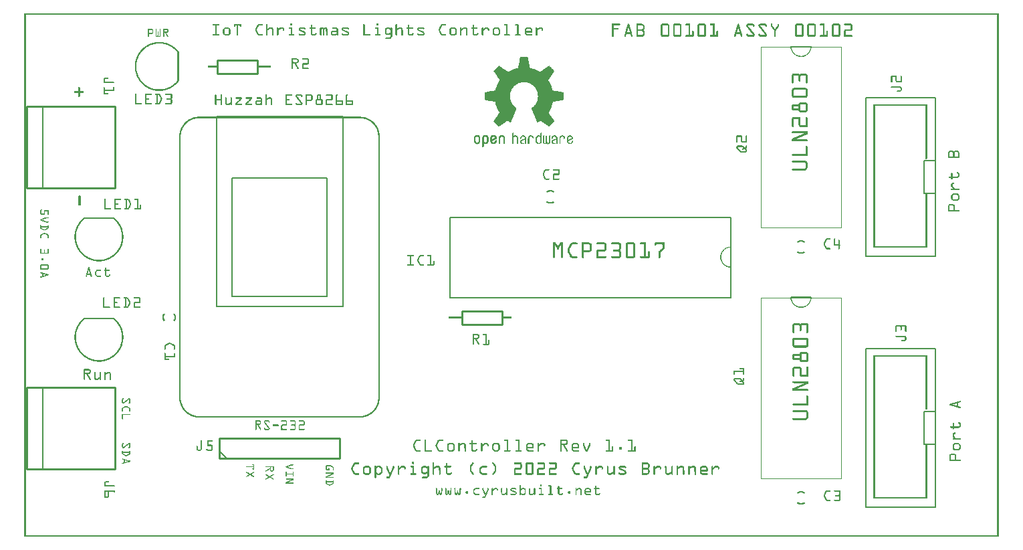
<source format=gto>
G04 MADE WITH FRITZING*
G04 WWW.FRITZING.ORG*
G04 DOUBLE SIDED*
G04 HOLES PLATED*
G04 CONTOUR ON CENTER OF CONTOUR VECTOR*
%ASAXBY*%
%FSLAX23Y23*%
%MOIN*%
%OFA0B0*%
%SFA1.0B1.0*%
%ADD10R,0.404743X0.904743X0.395257X0.895257*%
%ADD11C,0.004743*%
%ADD12R,1.405916X0.405916X1.394084X0.394084*%
%ADD13C,0.005916*%
%ADD14R,0.354200X0.795200X0.338200X0.779200*%
%ADD15C,0.008000*%
%ADD16R,0.063000X0.173200X0.047000X0.157200*%
%ADD17C,0.010000*%
%ADD18C,0.005000*%
%ADD19C,0.007874*%
%ADD20R,0.001000X0.001000*%
%LNSILK1*%
G90*
G70*
G54D11*
X3672Y1194D02*
X4072Y1194D01*
X4072Y294D01*
X3672Y294D01*
X3672Y1194D01*
D02*
G54D13*
X2122Y1594D02*
X3522Y1594D01*
X3522Y1194D01*
X2122Y1194D01*
X2122Y1594D01*
D02*
G54D11*
X3672Y2444D02*
X4072Y2444D01*
X4072Y1544D01*
X3672Y1544D01*
X3672Y2444D01*
D02*
G54D15*
X4194Y2188D02*
X4540Y2188D01*
X4540Y1401D01*
X4194Y1401D01*
X4194Y2188D01*
D02*
X4485Y1877D02*
X4540Y1877D01*
X4540Y1712D01*
X4485Y1712D01*
X4485Y1877D01*
D02*
X4194Y938D02*
X4540Y938D01*
X4540Y151D01*
X4194Y151D01*
X4194Y938D01*
D02*
X4485Y627D02*
X4540Y627D01*
X4540Y462D01*
X4485Y462D01*
X4485Y627D01*
D02*
G54D17*
X452Y341D02*
X452Y745D01*
D02*
X452Y745D02*
X12Y745D01*
D02*
X12Y745D02*
X12Y341D01*
D02*
X12Y341D02*
X452Y341D01*
G54D18*
D02*
X92Y745D02*
X92Y341D01*
D02*
X957Y2096D02*
X1587Y2096D01*
D02*
X1587Y2096D02*
X1587Y1151D01*
D02*
X1587Y1151D02*
X957Y1151D01*
D02*
X957Y1151D02*
X957Y2096D01*
D02*
X1036Y1789D02*
X1508Y1789D01*
D02*
X1508Y1789D02*
X1508Y1199D01*
D02*
X1508Y1199D02*
X1036Y1199D01*
D02*
X1036Y1199D02*
X1036Y1789D01*
G54D15*
D02*
X957Y2092D02*
X1587Y2092D01*
D02*
X957Y2094D02*
X957Y2092D01*
D02*
X1587Y2094D02*
X1587Y2092D01*
G54D17*
D02*
X2181Y1127D02*
X2381Y1127D01*
D02*
X2381Y1127D02*
X2381Y1061D01*
D02*
X2381Y1061D02*
X2181Y1061D01*
D02*
X2181Y1061D02*
X2181Y1127D01*
D02*
X452Y1741D02*
X452Y2145D01*
D02*
X452Y2145D02*
X12Y2145D01*
D02*
X12Y2145D02*
X12Y1741D01*
D02*
X12Y1741D02*
X452Y1741D01*
G54D18*
D02*
X92Y2145D02*
X92Y1741D01*
G54D17*
D02*
X972Y394D02*
X1572Y394D01*
D02*
X1572Y394D02*
X1572Y494D01*
D02*
X1572Y494D02*
X972Y494D01*
D02*
X972Y494D02*
X972Y394D01*
G54D18*
D02*
X1007Y394D02*
X972Y429D01*
G54D17*
D02*
X1162Y2311D02*
X962Y2311D01*
D02*
X962Y2311D02*
X962Y2377D01*
D02*
X962Y2377D02*
X1162Y2377D01*
D02*
X1162Y2377D02*
X1162Y2311D01*
G54D19*
X442Y1590D02*
X301Y1590D01*
D02*
X442Y1090D02*
X301Y1090D01*
D02*
G54D20*
X0Y2610D02*
X4857Y2610D01*
X0Y2609D02*
X4857Y2609D01*
X0Y2608D02*
X4857Y2608D01*
X0Y2607D02*
X4857Y2607D01*
X0Y2606D02*
X4857Y2606D01*
X0Y2605D02*
X4857Y2605D01*
X0Y2604D02*
X4857Y2604D01*
X0Y2603D02*
X4857Y2603D01*
X0Y2602D02*
X7Y2602D01*
X4850Y2602D02*
X4857Y2602D01*
X0Y2601D02*
X7Y2601D01*
X4850Y2601D02*
X4857Y2601D01*
X0Y2600D02*
X7Y2600D01*
X4850Y2600D02*
X4857Y2600D01*
X0Y2599D02*
X7Y2599D01*
X4850Y2599D02*
X4857Y2599D01*
X0Y2598D02*
X7Y2598D01*
X4850Y2598D02*
X4857Y2598D01*
X0Y2597D02*
X7Y2597D01*
X4850Y2597D02*
X4857Y2597D01*
X0Y2596D02*
X7Y2596D01*
X4850Y2596D02*
X4857Y2596D01*
X0Y2595D02*
X7Y2595D01*
X4850Y2595D02*
X4857Y2595D01*
X0Y2594D02*
X7Y2594D01*
X4850Y2594D02*
X4857Y2594D01*
X0Y2593D02*
X7Y2593D01*
X4850Y2593D02*
X4857Y2593D01*
X0Y2592D02*
X7Y2592D01*
X4850Y2592D02*
X4857Y2592D01*
X0Y2591D02*
X7Y2591D01*
X4850Y2591D02*
X4857Y2591D01*
X0Y2590D02*
X7Y2590D01*
X4850Y2590D02*
X4857Y2590D01*
X0Y2589D02*
X7Y2589D01*
X4850Y2589D02*
X4857Y2589D01*
X0Y2588D02*
X7Y2588D01*
X4850Y2588D02*
X4857Y2588D01*
X0Y2587D02*
X7Y2587D01*
X4850Y2587D02*
X4857Y2587D01*
X0Y2586D02*
X7Y2586D01*
X4850Y2586D02*
X4857Y2586D01*
X0Y2585D02*
X7Y2585D01*
X4850Y2585D02*
X4857Y2585D01*
X0Y2584D02*
X7Y2584D01*
X4850Y2584D02*
X4857Y2584D01*
X0Y2583D02*
X7Y2583D01*
X4850Y2583D02*
X4857Y2583D01*
X0Y2582D02*
X7Y2582D01*
X4850Y2582D02*
X4857Y2582D01*
X0Y2581D02*
X7Y2581D01*
X4850Y2581D02*
X4857Y2581D01*
X0Y2580D02*
X7Y2580D01*
X4850Y2580D02*
X4857Y2580D01*
X0Y2579D02*
X7Y2579D01*
X4850Y2579D02*
X4857Y2579D01*
X0Y2578D02*
X7Y2578D01*
X4850Y2578D02*
X4857Y2578D01*
X0Y2577D02*
X7Y2577D01*
X4850Y2577D02*
X4857Y2577D01*
X0Y2576D02*
X7Y2576D01*
X4850Y2576D02*
X4857Y2576D01*
X0Y2575D02*
X7Y2575D01*
X4850Y2575D02*
X4857Y2575D01*
X0Y2574D02*
X7Y2574D01*
X4850Y2574D02*
X4857Y2574D01*
X0Y2573D02*
X7Y2573D01*
X4850Y2573D02*
X4857Y2573D01*
X0Y2572D02*
X7Y2572D01*
X4850Y2572D02*
X4857Y2572D01*
X0Y2571D02*
X7Y2571D01*
X4850Y2571D02*
X4857Y2571D01*
X0Y2570D02*
X7Y2570D01*
X4850Y2570D02*
X4857Y2570D01*
X0Y2569D02*
X7Y2569D01*
X4850Y2569D02*
X4857Y2569D01*
X0Y2568D02*
X7Y2568D01*
X4850Y2568D02*
X4857Y2568D01*
X0Y2567D02*
X7Y2567D01*
X4850Y2567D02*
X4857Y2567D01*
X0Y2566D02*
X7Y2566D01*
X4850Y2566D02*
X4857Y2566D01*
X0Y2565D02*
X7Y2565D01*
X4850Y2565D02*
X4857Y2565D01*
X0Y2564D02*
X7Y2564D01*
X4850Y2564D02*
X4857Y2564D01*
X0Y2563D02*
X7Y2563D01*
X4850Y2563D02*
X4857Y2563D01*
X0Y2562D02*
X7Y2562D01*
X4850Y2562D02*
X4857Y2562D01*
X0Y2561D02*
X7Y2561D01*
X4850Y2561D02*
X4857Y2561D01*
X0Y2560D02*
X7Y2560D01*
X4850Y2560D02*
X4857Y2560D01*
X0Y2559D02*
X7Y2559D01*
X1326Y2559D02*
X1331Y2559D01*
X1756Y2559D02*
X1761Y2559D01*
X4850Y2559D02*
X4857Y2559D01*
X0Y2558D02*
X7Y2558D01*
X1325Y2558D02*
X1333Y2558D01*
X1755Y2558D02*
X1763Y2558D01*
X2930Y2558D02*
X2968Y2558D01*
X3010Y2558D02*
X3012Y2558D01*
X3052Y2558D02*
X3079Y2558D01*
X3179Y2558D02*
X3208Y2558D01*
X3240Y2558D02*
X3269Y2558D01*
X3297Y2558D02*
X3319Y2558D01*
X3362Y2558D02*
X3391Y2558D01*
X3419Y2558D02*
X3441Y2558D01*
X3557Y2558D02*
X3560Y2558D01*
X3606Y2558D02*
X3632Y2558D01*
X3667Y2558D02*
X3693Y2558D01*
X3723Y2558D02*
X3726Y2558D01*
X3757Y2558D02*
X3759Y2558D01*
X3848Y2558D02*
X3878Y2558D01*
X3909Y2558D02*
X3938Y2558D01*
X3967Y2558D02*
X3988Y2558D01*
X4031Y2558D02*
X4060Y2558D01*
X4088Y2558D02*
X4121Y2558D01*
X4850Y2558D02*
X4857Y2558D01*
X0Y2557D02*
X7Y2557D01*
X1324Y2557D02*
X1334Y2557D01*
X1754Y2557D02*
X1764Y2557D01*
X2930Y2557D02*
X2970Y2557D01*
X3008Y2557D02*
X3014Y2557D01*
X3051Y2557D02*
X3082Y2557D01*
X3177Y2557D02*
X3210Y2557D01*
X3238Y2557D02*
X3271Y2557D01*
X3296Y2557D02*
X3319Y2557D01*
X3360Y2557D02*
X3393Y2557D01*
X3418Y2557D02*
X3441Y2557D01*
X3556Y2557D02*
X3561Y2557D01*
X3604Y2557D02*
X3634Y2557D01*
X3664Y2557D02*
X3695Y2557D01*
X3722Y2557D02*
X3727Y2557D01*
X3755Y2557D02*
X3761Y2557D01*
X3846Y2557D02*
X3880Y2557D01*
X3907Y2557D02*
X3940Y2557D01*
X3965Y2557D02*
X3988Y2557D01*
X4029Y2557D02*
X4062Y2557D01*
X4087Y2557D02*
X4123Y2557D01*
X4850Y2557D02*
X4857Y2557D01*
X0Y2556D02*
X7Y2556D01*
X940Y2556D02*
X969Y2556D01*
X1044Y2556D02*
X1080Y2556D01*
X1170Y2556D02*
X1184Y2556D01*
X1208Y2556D02*
X1208Y2556D01*
X1324Y2556D02*
X1334Y2556D01*
X1692Y2556D02*
X1692Y2556D01*
X1754Y2556D02*
X1764Y2556D01*
X1854Y2556D02*
X1854Y2556D01*
X2083Y2556D02*
X2098Y2556D01*
X2395Y2556D02*
X2406Y2556D01*
X2449Y2556D02*
X2460Y2556D01*
X2930Y2556D02*
X2970Y2556D01*
X3008Y2556D02*
X3014Y2556D01*
X3051Y2556D02*
X3084Y2556D01*
X3176Y2556D02*
X3211Y2556D01*
X3237Y2556D02*
X3272Y2556D01*
X3295Y2556D02*
X3319Y2556D01*
X3358Y2556D02*
X3394Y2556D01*
X3417Y2556D02*
X3441Y2556D01*
X3555Y2556D02*
X3562Y2556D01*
X3602Y2556D02*
X3636Y2556D01*
X3663Y2556D02*
X3696Y2556D01*
X3721Y2556D02*
X3728Y2556D01*
X3755Y2556D02*
X3761Y2556D01*
X3845Y2556D02*
X3881Y2556D01*
X3906Y2556D02*
X3942Y2556D01*
X3965Y2556D02*
X3988Y2556D01*
X4028Y2556D02*
X4063Y2556D01*
X4086Y2556D02*
X4124Y2556D01*
X4850Y2556D02*
X4857Y2556D01*
X0Y2555D02*
X7Y2555D01*
X938Y2555D02*
X971Y2555D01*
X1044Y2555D02*
X1080Y2555D01*
X1166Y2555D02*
X1186Y2555D01*
X1206Y2555D02*
X1211Y2555D01*
X1324Y2555D02*
X1334Y2555D01*
X1690Y2555D02*
X1694Y2555D01*
X1754Y2555D02*
X1764Y2555D01*
X1852Y2555D02*
X1856Y2555D01*
X2080Y2555D02*
X2100Y2555D01*
X2393Y2555D02*
X2408Y2555D01*
X2447Y2555D02*
X2462Y2555D01*
X2930Y2555D02*
X2971Y2555D01*
X3007Y2555D02*
X3015Y2555D01*
X3051Y2555D02*
X3085Y2555D01*
X3175Y2555D02*
X3212Y2555D01*
X3236Y2555D02*
X3273Y2555D01*
X3295Y2555D02*
X3319Y2555D01*
X3357Y2555D02*
X3395Y2555D01*
X3417Y2555D02*
X3441Y2555D01*
X3555Y2555D02*
X3562Y2555D01*
X3601Y2555D02*
X3637Y2555D01*
X3662Y2555D02*
X3698Y2555D01*
X3721Y2555D02*
X3728Y2555D01*
X3754Y2555D02*
X3762Y2555D01*
X3844Y2555D02*
X3882Y2555D01*
X3905Y2555D02*
X3943Y2555D01*
X3964Y2555D02*
X3988Y2555D01*
X4027Y2555D02*
X4064Y2555D01*
X4086Y2555D02*
X4125Y2555D01*
X4850Y2555D02*
X4857Y2555D01*
X0Y2554D02*
X7Y2554D01*
X937Y2554D02*
X972Y2554D01*
X1044Y2554D02*
X1080Y2554D01*
X1164Y2554D02*
X1187Y2554D01*
X1206Y2554D02*
X1211Y2554D01*
X1324Y2554D02*
X1334Y2554D01*
X1690Y2554D02*
X1695Y2554D01*
X1754Y2554D02*
X1764Y2554D01*
X1851Y2554D02*
X1856Y2554D01*
X2078Y2554D02*
X2101Y2554D01*
X2392Y2554D02*
X2409Y2554D01*
X2446Y2554D02*
X2462Y2554D01*
X2930Y2554D02*
X2971Y2554D01*
X3007Y2554D02*
X3015Y2554D01*
X3051Y2554D02*
X3087Y2554D01*
X3174Y2554D02*
X3213Y2554D01*
X3235Y2554D02*
X3274Y2554D01*
X3295Y2554D02*
X3319Y2554D01*
X3357Y2554D02*
X3396Y2554D01*
X3417Y2554D02*
X3441Y2554D01*
X3555Y2554D02*
X3563Y2554D01*
X3601Y2554D02*
X3638Y2554D01*
X3661Y2554D02*
X3698Y2554D01*
X3721Y2554D02*
X3728Y2554D01*
X3754Y2554D02*
X3762Y2554D01*
X3844Y2554D02*
X3882Y2554D01*
X3904Y2554D02*
X3943Y2554D01*
X3964Y2554D02*
X3988Y2554D01*
X4026Y2554D02*
X4065Y2554D01*
X4086Y2554D02*
X4126Y2554D01*
X4850Y2554D02*
X4857Y2554D01*
X0Y2553D02*
X7Y2553D01*
X937Y2553D02*
X972Y2553D01*
X1044Y2553D02*
X1080Y2553D01*
X1163Y2553D02*
X1187Y2553D01*
X1205Y2553D02*
X1212Y2553D01*
X1324Y2553D02*
X1334Y2553D01*
X1689Y2553D02*
X1695Y2553D01*
X1754Y2553D02*
X1764Y2553D01*
X1850Y2553D02*
X1857Y2553D01*
X2077Y2553D02*
X2101Y2553D01*
X2392Y2553D02*
X2409Y2553D01*
X2445Y2553D02*
X2463Y2553D01*
X2930Y2553D02*
X2970Y2553D01*
X3007Y2553D02*
X3015Y2553D01*
X3051Y2553D02*
X3088Y2553D01*
X3174Y2553D02*
X3213Y2553D01*
X3235Y2553D02*
X3274Y2553D01*
X3295Y2553D02*
X3319Y2553D01*
X3356Y2553D02*
X3396Y2553D01*
X3417Y2553D02*
X3441Y2553D01*
X3554Y2553D02*
X3563Y2553D01*
X3600Y2553D02*
X3638Y2553D01*
X3661Y2553D02*
X3699Y2553D01*
X3721Y2553D02*
X3728Y2553D01*
X3754Y2553D02*
X3762Y2553D01*
X3843Y2553D02*
X3883Y2553D01*
X3904Y2553D02*
X3944Y2553D01*
X3964Y2553D02*
X3988Y2553D01*
X4026Y2553D02*
X4065Y2553D01*
X4086Y2553D02*
X4126Y2553D01*
X4850Y2553D02*
X4857Y2553D01*
X0Y2552D02*
X7Y2552D01*
X937Y2552D02*
X972Y2552D01*
X1044Y2552D02*
X1080Y2552D01*
X1162Y2552D02*
X1187Y2552D01*
X1205Y2552D02*
X1212Y2552D01*
X1324Y2552D02*
X1334Y2552D01*
X1429Y2552D02*
X1433Y2552D01*
X1689Y2552D02*
X1696Y2552D01*
X1754Y2552D02*
X1764Y2552D01*
X1850Y2552D02*
X1857Y2552D01*
X1913Y2552D02*
X1917Y2552D01*
X2076Y2552D02*
X2101Y2552D01*
X2235Y2552D02*
X2239Y2552D01*
X2392Y2552D02*
X2409Y2552D01*
X2445Y2552D02*
X2463Y2552D01*
X2930Y2552D02*
X2970Y2552D01*
X3006Y2552D02*
X3016Y2552D01*
X3051Y2552D02*
X3089Y2552D01*
X3173Y2552D02*
X3214Y2552D01*
X3234Y2552D02*
X3275Y2552D01*
X3296Y2552D02*
X3319Y2552D01*
X3356Y2552D02*
X3396Y2552D01*
X3417Y2552D02*
X3441Y2552D01*
X3554Y2552D02*
X3563Y2552D01*
X3600Y2552D02*
X3639Y2552D01*
X3660Y2552D02*
X3700Y2552D01*
X3721Y2552D02*
X3728Y2552D01*
X3754Y2552D02*
X3762Y2552D01*
X3843Y2552D02*
X3883Y2552D01*
X3904Y2552D02*
X3944Y2552D01*
X3965Y2552D02*
X3988Y2552D01*
X4025Y2552D02*
X4066Y2552D01*
X4087Y2552D02*
X4127Y2552D01*
X4850Y2552D02*
X4857Y2552D01*
X0Y2551D02*
X7Y2551D01*
X937Y2551D02*
X972Y2551D01*
X1044Y2551D02*
X1080Y2551D01*
X1161Y2551D02*
X1187Y2551D01*
X1205Y2551D02*
X1212Y2551D01*
X1324Y2551D02*
X1334Y2551D01*
X1428Y2551D02*
X1434Y2551D01*
X1689Y2551D02*
X1696Y2551D01*
X1754Y2551D02*
X1764Y2551D01*
X1850Y2551D02*
X1857Y2551D01*
X1912Y2551D02*
X1917Y2551D01*
X2075Y2551D02*
X2101Y2551D01*
X2235Y2551D02*
X2240Y2551D01*
X2392Y2551D02*
X2409Y2551D01*
X2446Y2551D02*
X2463Y2551D01*
X2930Y2551D02*
X2969Y2551D01*
X3006Y2551D02*
X3016Y2551D01*
X3051Y2551D02*
X3089Y2551D01*
X3173Y2551D02*
X3214Y2551D01*
X3234Y2551D02*
X3275Y2551D01*
X3296Y2551D02*
X3319Y2551D01*
X3356Y2551D02*
X3397Y2551D01*
X3418Y2551D02*
X3441Y2551D01*
X3554Y2551D02*
X3564Y2551D01*
X3599Y2551D02*
X3639Y2551D01*
X3660Y2551D02*
X3700Y2551D01*
X3721Y2551D02*
X3728Y2551D01*
X3754Y2551D02*
X3762Y2551D01*
X3843Y2551D02*
X3883Y2551D01*
X3903Y2551D02*
X3944Y2551D01*
X3966Y2551D02*
X3988Y2551D01*
X4025Y2551D02*
X4066Y2551D01*
X4087Y2551D02*
X4127Y2551D01*
X4850Y2551D02*
X4857Y2551D01*
X0Y2550D02*
X7Y2550D01*
X937Y2550D02*
X972Y2550D01*
X1044Y2550D02*
X1080Y2550D01*
X1161Y2550D02*
X1187Y2550D01*
X1205Y2550D02*
X1212Y2550D01*
X1325Y2550D02*
X1333Y2550D01*
X1428Y2550D02*
X1434Y2550D01*
X1689Y2550D02*
X1696Y2550D01*
X1755Y2550D02*
X1763Y2550D01*
X1850Y2550D02*
X1857Y2550D01*
X1912Y2550D02*
X1918Y2550D01*
X2075Y2550D02*
X2100Y2550D01*
X2234Y2550D02*
X2240Y2550D01*
X2393Y2550D02*
X2409Y2550D01*
X2446Y2550D02*
X2463Y2550D01*
X2930Y2550D02*
X2967Y2550D01*
X3006Y2550D02*
X3016Y2550D01*
X3051Y2550D02*
X3090Y2550D01*
X3173Y2550D02*
X3214Y2550D01*
X3234Y2550D02*
X3275Y2550D01*
X3299Y2550D02*
X3319Y2550D01*
X3356Y2550D02*
X3397Y2550D01*
X3421Y2550D02*
X3441Y2550D01*
X3554Y2550D02*
X3564Y2550D01*
X3599Y2550D02*
X3640Y2550D01*
X3660Y2550D02*
X3700Y2550D01*
X3721Y2550D02*
X3728Y2550D01*
X3754Y2550D02*
X3762Y2550D01*
X3843Y2550D02*
X3883Y2550D01*
X3903Y2550D02*
X3944Y2550D01*
X3968Y2550D02*
X3988Y2550D01*
X4025Y2550D02*
X4066Y2550D01*
X4090Y2550D02*
X4127Y2550D01*
X4850Y2550D02*
X4857Y2550D01*
X0Y2549D02*
X7Y2549D01*
X939Y2549D02*
X970Y2549D01*
X1044Y2549D02*
X1080Y2549D01*
X1160Y2549D02*
X1185Y2549D01*
X1205Y2549D02*
X1212Y2549D01*
X1326Y2549D02*
X1332Y2549D01*
X1428Y2549D02*
X1434Y2549D01*
X1689Y2549D02*
X1696Y2549D01*
X1756Y2549D02*
X1762Y2549D01*
X1850Y2549D02*
X1857Y2549D01*
X1911Y2549D02*
X1918Y2549D01*
X2074Y2549D02*
X2099Y2549D01*
X2234Y2549D02*
X2241Y2549D01*
X2394Y2549D02*
X2409Y2549D01*
X2448Y2549D02*
X2463Y2549D01*
X2930Y2549D02*
X2937Y2549D01*
X3006Y2549D02*
X3016Y2549D01*
X3051Y2549D02*
X3059Y2549D01*
X3080Y2549D02*
X3091Y2549D01*
X3173Y2549D02*
X3181Y2549D01*
X3207Y2549D02*
X3214Y2549D01*
X3234Y2549D02*
X3242Y2549D01*
X3267Y2549D02*
X3275Y2549D01*
X3312Y2549D02*
X3319Y2549D01*
X3356Y2549D02*
X3363Y2549D01*
X3389Y2549D02*
X3397Y2549D01*
X3433Y2549D02*
X3441Y2549D01*
X3553Y2549D02*
X3564Y2549D01*
X3599Y2549D02*
X3607Y2549D01*
X3632Y2549D02*
X3640Y2549D01*
X3660Y2549D02*
X3668Y2549D01*
X3692Y2549D02*
X3701Y2549D01*
X3721Y2549D02*
X3728Y2549D01*
X3754Y2549D02*
X3762Y2549D01*
X3843Y2549D02*
X3850Y2549D01*
X3876Y2549D02*
X3883Y2549D01*
X3903Y2549D02*
X3911Y2549D01*
X3937Y2549D02*
X3944Y2549D01*
X3981Y2549D02*
X3988Y2549D01*
X4025Y2549D02*
X4033Y2549D01*
X4058Y2549D02*
X4066Y2549D01*
X4119Y2549D02*
X4127Y2549D01*
X4850Y2549D02*
X4857Y2549D01*
X0Y2548D02*
X7Y2548D01*
X951Y2548D02*
X958Y2548D01*
X1044Y2548D02*
X1051Y2548D01*
X1059Y2548D02*
X1065Y2548D01*
X1073Y2548D02*
X1080Y2548D01*
X1160Y2548D02*
X1168Y2548D01*
X1205Y2548D02*
X1212Y2548D01*
X1428Y2548D02*
X1434Y2548D01*
X1689Y2548D02*
X1696Y2548D01*
X1850Y2548D02*
X1857Y2548D01*
X1911Y2548D02*
X1918Y2548D01*
X2074Y2548D02*
X2082Y2548D01*
X2234Y2548D02*
X2241Y2548D01*
X2403Y2548D02*
X2409Y2548D01*
X2456Y2548D02*
X2463Y2548D01*
X2930Y2548D02*
X2937Y2548D01*
X3005Y2548D02*
X3017Y2548D01*
X3051Y2548D02*
X3059Y2548D01*
X3082Y2548D02*
X3091Y2548D01*
X3173Y2548D02*
X3181Y2548D01*
X3207Y2548D02*
X3214Y2548D01*
X3234Y2548D02*
X3242Y2548D01*
X3267Y2548D02*
X3275Y2548D01*
X3312Y2548D02*
X3319Y2548D01*
X3356Y2548D02*
X3363Y2548D01*
X3389Y2548D02*
X3397Y2548D01*
X3433Y2548D02*
X3441Y2548D01*
X3553Y2548D02*
X3564Y2548D01*
X3599Y2548D02*
X3607Y2548D01*
X3632Y2548D02*
X3640Y2548D01*
X3660Y2548D02*
X3668Y2548D01*
X3693Y2548D02*
X3701Y2548D01*
X3721Y2548D02*
X3729Y2548D01*
X3754Y2548D02*
X3762Y2548D01*
X3843Y2548D02*
X3850Y2548D01*
X3876Y2548D02*
X3883Y2548D01*
X3903Y2548D02*
X3911Y2548D01*
X3937Y2548D02*
X3944Y2548D01*
X3981Y2548D02*
X3988Y2548D01*
X4025Y2548D02*
X4033Y2548D01*
X4058Y2548D02*
X4066Y2548D01*
X4119Y2548D02*
X4127Y2548D01*
X4850Y2548D02*
X4857Y2548D01*
X0Y2547D02*
X7Y2547D01*
X951Y2547D02*
X958Y2547D01*
X1044Y2547D02*
X1051Y2547D01*
X1059Y2547D02*
X1065Y2547D01*
X1073Y2547D02*
X1080Y2547D01*
X1159Y2547D02*
X1167Y2547D01*
X1205Y2547D02*
X1212Y2547D01*
X1428Y2547D02*
X1434Y2547D01*
X1689Y2547D02*
X1696Y2547D01*
X1850Y2547D02*
X1857Y2547D01*
X1911Y2547D02*
X1918Y2547D01*
X2073Y2547D02*
X2081Y2547D01*
X2234Y2547D02*
X2241Y2547D01*
X2403Y2547D02*
X2409Y2547D01*
X2456Y2547D02*
X2463Y2547D01*
X2930Y2547D02*
X2937Y2547D01*
X3005Y2547D02*
X3017Y2547D01*
X3051Y2547D02*
X3059Y2547D01*
X3083Y2547D02*
X3091Y2547D01*
X3173Y2547D02*
X3181Y2547D01*
X3207Y2547D02*
X3214Y2547D01*
X3234Y2547D02*
X3242Y2547D01*
X3267Y2547D02*
X3275Y2547D01*
X3312Y2547D02*
X3319Y2547D01*
X3356Y2547D02*
X3363Y2547D01*
X3389Y2547D02*
X3397Y2547D01*
X3433Y2547D02*
X3441Y2547D01*
X3553Y2547D02*
X3565Y2547D01*
X3599Y2547D02*
X3608Y2547D01*
X3633Y2547D02*
X3640Y2547D01*
X3660Y2547D02*
X3669Y2547D01*
X3693Y2547D02*
X3701Y2547D01*
X3721Y2547D02*
X3730Y2547D01*
X3753Y2547D02*
X3762Y2547D01*
X3843Y2547D02*
X3850Y2547D01*
X3876Y2547D02*
X3883Y2547D01*
X3903Y2547D02*
X3911Y2547D01*
X3937Y2547D02*
X3944Y2547D01*
X3981Y2547D02*
X3988Y2547D01*
X4025Y2547D02*
X4033Y2547D01*
X4058Y2547D02*
X4066Y2547D01*
X4119Y2547D02*
X4127Y2547D01*
X4850Y2547D02*
X4857Y2547D01*
X0Y2546D02*
X7Y2546D01*
X951Y2546D02*
X958Y2546D01*
X1044Y2546D02*
X1050Y2546D01*
X1059Y2546D02*
X1065Y2546D01*
X1074Y2546D02*
X1080Y2546D01*
X1159Y2546D02*
X1166Y2546D01*
X1205Y2546D02*
X1212Y2546D01*
X1428Y2546D02*
X1434Y2546D01*
X1689Y2546D02*
X1696Y2546D01*
X1850Y2546D02*
X1857Y2546D01*
X1911Y2546D02*
X1918Y2546D01*
X2073Y2546D02*
X2080Y2546D01*
X2234Y2546D02*
X2241Y2546D01*
X2403Y2546D02*
X2409Y2546D01*
X2456Y2546D02*
X2463Y2546D01*
X2930Y2546D02*
X2937Y2546D01*
X3005Y2546D02*
X3017Y2546D01*
X3051Y2546D02*
X3059Y2546D01*
X3083Y2546D02*
X3092Y2546D01*
X3173Y2546D02*
X3181Y2546D01*
X3207Y2546D02*
X3214Y2546D01*
X3234Y2546D02*
X3242Y2546D01*
X3267Y2546D02*
X3275Y2546D01*
X3312Y2546D02*
X3319Y2546D01*
X3356Y2546D02*
X3363Y2546D01*
X3389Y2546D02*
X3397Y2546D01*
X3433Y2546D02*
X3441Y2546D01*
X3552Y2546D02*
X3565Y2546D01*
X3600Y2546D02*
X3609Y2546D01*
X3633Y2546D02*
X3640Y2546D01*
X3660Y2546D02*
X3669Y2546D01*
X3694Y2546D02*
X3701Y2546D01*
X3721Y2546D02*
X3730Y2546D01*
X3752Y2546D02*
X3762Y2546D01*
X3843Y2546D02*
X3850Y2546D01*
X3876Y2546D02*
X3883Y2546D01*
X3903Y2546D02*
X3911Y2546D01*
X3937Y2546D02*
X3944Y2546D01*
X3981Y2546D02*
X3988Y2546D01*
X4025Y2546D02*
X4033Y2546D01*
X4058Y2546D02*
X4066Y2546D01*
X4119Y2546D02*
X4127Y2546D01*
X4850Y2546D02*
X4857Y2546D01*
X0Y2545D02*
X7Y2545D01*
X951Y2545D02*
X958Y2545D01*
X1044Y2545D02*
X1050Y2545D01*
X1059Y2545D02*
X1065Y2545D01*
X1074Y2545D02*
X1080Y2545D01*
X1158Y2545D02*
X1166Y2545D01*
X1205Y2545D02*
X1212Y2545D01*
X1428Y2545D02*
X1434Y2545D01*
X1689Y2545D02*
X1696Y2545D01*
X1850Y2545D02*
X1857Y2545D01*
X1911Y2545D02*
X1918Y2545D01*
X2072Y2545D02*
X2080Y2545D01*
X2234Y2545D02*
X2241Y2545D01*
X2403Y2545D02*
X2409Y2545D01*
X2456Y2545D02*
X2463Y2545D01*
X2930Y2545D02*
X2937Y2545D01*
X3004Y2545D02*
X3018Y2545D01*
X3051Y2545D02*
X3059Y2545D01*
X3084Y2545D02*
X3092Y2545D01*
X3173Y2545D02*
X3181Y2545D01*
X3207Y2545D02*
X3214Y2545D01*
X3234Y2545D02*
X3242Y2545D01*
X3267Y2545D02*
X3275Y2545D01*
X3312Y2545D02*
X3319Y2545D01*
X3356Y2545D02*
X3363Y2545D01*
X3389Y2545D02*
X3397Y2545D01*
X3433Y2545D02*
X3441Y2545D01*
X3552Y2545D02*
X3565Y2545D01*
X3600Y2545D02*
X3609Y2545D01*
X3633Y2545D02*
X3639Y2545D01*
X3661Y2545D02*
X3670Y2545D01*
X3694Y2545D02*
X3700Y2545D01*
X3721Y2545D02*
X3731Y2545D01*
X3751Y2545D02*
X3761Y2545D01*
X3843Y2545D02*
X3850Y2545D01*
X3876Y2545D02*
X3883Y2545D01*
X3903Y2545D02*
X3911Y2545D01*
X3937Y2545D02*
X3944Y2545D01*
X3981Y2545D02*
X3988Y2545D01*
X4025Y2545D02*
X4033Y2545D01*
X4058Y2545D02*
X4066Y2545D01*
X4119Y2545D02*
X4127Y2545D01*
X4850Y2545D02*
X4857Y2545D01*
X0Y2544D02*
X7Y2544D01*
X951Y2544D02*
X958Y2544D01*
X1045Y2544D02*
X1050Y2544D01*
X1059Y2544D02*
X1065Y2544D01*
X1074Y2544D02*
X1079Y2544D01*
X1158Y2544D02*
X1165Y2544D01*
X1205Y2544D02*
X1212Y2544D01*
X1428Y2544D02*
X1434Y2544D01*
X1689Y2544D02*
X1696Y2544D01*
X1850Y2544D02*
X1857Y2544D01*
X1911Y2544D02*
X1918Y2544D01*
X2072Y2544D02*
X2079Y2544D01*
X2234Y2544D02*
X2241Y2544D01*
X2403Y2544D02*
X2409Y2544D01*
X2456Y2544D02*
X2463Y2544D01*
X2930Y2544D02*
X2937Y2544D01*
X3004Y2544D02*
X3018Y2544D01*
X3051Y2544D02*
X3059Y2544D01*
X3084Y2544D02*
X3092Y2544D01*
X3173Y2544D02*
X3181Y2544D01*
X3207Y2544D02*
X3214Y2544D01*
X3234Y2544D02*
X3242Y2544D01*
X3267Y2544D02*
X3275Y2544D01*
X3312Y2544D02*
X3319Y2544D01*
X3356Y2544D02*
X3363Y2544D01*
X3389Y2544D02*
X3397Y2544D01*
X3433Y2544D02*
X3441Y2544D01*
X3552Y2544D02*
X3566Y2544D01*
X3601Y2544D02*
X3610Y2544D01*
X3634Y2544D02*
X3639Y2544D01*
X3661Y2544D02*
X3671Y2544D01*
X3695Y2544D02*
X3699Y2544D01*
X3722Y2544D02*
X3732Y2544D01*
X3751Y2544D02*
X3760Y2544D01*
X3843Y2544D02*
X3850Y2544D01*
X3876Y2544D02*
X3883Y2544D01*
X3903Y2544D02*
X3911Y2544D01*
X3937Y2544D02*
X3944Y2544D01*
X3981Y2544D02*
X3988Y2544D01*
X4025Y2544D02*
X4033Y2544D01*
X4058Y2544D02*
X4066Y2544D01*
X4119Y2544D02*
X4127Y2544D01*
X4850Y2544D02*
X4857Y2544D01*
X0Y2543D02*
X7Y2543D01*
X951Y2543D02*
X958Y2543D01*
X1046Y2543D02*
X1049Y2543D01*
X1059Y2543D02*
X1065Y2543D01*
X1075Y2543D02*
X1078Y2543D01*
X1157Y2543D02*
X1165Y2543D01*
X1205Y2543D02*
X1212Y2543D01*
X1428Y2543D02*
X1434Y2543D01*
X1689Y2543D02*
X1696Y2543D01*
X1850Y2543D02*
X1857Y2543D01*
X1911Y2543D02*
X1918Y2543D01*
X2071Y2543D02*
X2079Y2543D01*
X2234Y2543D02*
X2241Y2543D01*
X2403Y2543D02*
X2409Y2543D01*
X2456Y2543D02*
X2463Y2543D01*
X2930Y2543D02*
X2937Y2543D01*
X3004Y2543D02*
X3018Y2543D01*
X3051Y2543D02*
X3059Y2543D01*
X3085Y2543D02*
X3092Y2543D01*
X3173Y2543D02*
X3181Y2543D01*
X3207Y2543D02*
X3214Y2543D01*
X3234Y2543D02*
X3242Y2543D01*
X3267Y2543D02*
X3275Y2543D01*
X3312Y2543D02*
X3319Y2543D01*
X3356Y2543D02*
X3363Y2543D01*
X3389Y2543D02*
X3397Y2543D01*
X3433Y2543D02*
X3441Y2543D01*
X3551Y2543D02*
X3566Y2543D01*
X3601Y2543D02*
X3611Y2543D01*
X3636Y2543D02*
X3637Y2543D01*
X3662Y2543D02*
X3672Y2543D01*
X3697Y2543D02*
X3698Y2543D01*
X3723Y2543D02*
X3733Y2543D01*
X3750Y2543D02*
X3760Y2543D01*
X3843Y2543D02*
X3850Y2543D01*
X3876Y2543D02*
X3883Y2543D01*
X3903Y2543D02*
X3911Y2543D01*
X3937Y2543D02*
X3944Y2543D01*
X3981Y2543D02*
X3988Y2543D01*
X4025Y2543D02*
X4033Y2543D01*
X4058Y2543D02*
X4066Y2543D01*
X4119Y2543D02*
X4127Y2543D01*
X4850Y2543D02*
X4857Y2543D01*
X0Y2542D02*
X7Y2542D01*
X951Y2542D02*
X958Y2542D01*
X1059Y2542D02*
X1065Y2542D01*
X1157Y2542D02*
X1164Y2542D01*
X1205Y2542D02*
X1212Y2542D01*
X1428Y2542D02*
X1434Y2542D01*
X1689Y2542D02*
X1696Y2542D01*
X1850Y2542D02*
X1857Y2542D01*
X1911Y2542D02*
X1918Y2542D01*
X2071Y2542D02*
X2078Y2542D01*
X2234Y2542D02*
X2241Y2542D01*
X2403Y2542D02*
X2409Y2542D01*
X2456Y2542D02*
X2463Y2542D01*
X2930Y2542D02*
X2937Y2542D01*
X3004Y2542D02*
X3019Y2542D01*
X3051Y2542D02*
X3059Y2542D01*
X3085Y2542D02*
X3092Y2542D01*
X3173Y2542D02*
X3181Y2542D01*
X3207Y2542D02*
X3214Y2542D01*
X3234Y2542D02*
X3242Y2542D01*
X3267Y2542D02*
X3275Y2542D01*
X3312Y2542D02*
X3319Y2542D01*
X3356Y2542D02*
X3363Y2542D01*
X3389Y2542D02*
X3397Y2542D01*
X3433Y2542D02*
X3441Y2542D01*
X3551Y2542D02*
X3566Y2542D01*
X3602Y2542D02*
X3612Y2542D01*
X3663Y2542D02*
X3673Y2542D01*
X3724Y2542D02*
X3733Y2542D01*
X3749Y2542D02*
X3759Y2542D01*
X3843Y2542D02*
X3850Y2542D01*
X3876Y2542D02*
X3883Y2542D01*
X3903Y2542D02*
X3911Y2542D01*
X3937Y2542D02*
X3944Y2542D01*
X3981Y2542D02*
X3988Y2542D01*
X4025Y2542D02*
X4033Y2542D01*
X4058Y2542D02*
X4066Y2542D01*
X4119Y2542D02*
X4127Y2542D01*
X4850Y2542D02*
X4857Y2542D01*
X0Y2541D02*
X7Y2541D01*
X951Y2541D02*
X958Y2541D01*
X1059Y2541D02*
X1065Y2541D01*
X1156Y2541D02*
X1164Y2541D01*
X1205Y2541D02*
X1212Y2541D01*
X1428Y2541D02*
X1434Y2541D01*
X1689Y2541D02*
X1696Y2541D01*
X1850Y2541D02*
X1857Y2541D01*
X1911Y2541D02*
X1918Y2541D01*
X2070Y2541D02*
X2078Y2541D01*
X2234Y2541D02*
X2241Y2541D01*
X2403Y2541D02*
X2409Y2541D01*
X2456Y2541D02*
X2463Y2541D01*
X2930Y2541D02*
X2937Y2541D01*
X3003Y2541D02*
X3019Y2541D01*
X3051Y2541D02*
X3059Y2541D01*
X3085Y2541D02*
X3092Y2541D01*
X3173Y2541D02*
X3181Y2541D01*
X3207Y2541D02*
X3214Y2541D01*
X3234Y2541D02*
X3242Y2541D01*
X3267Y2541D02*
X3275Y2541D01*
X3312Y2541D02*
X3319Y2541D01*
X3356Y2541D02*
X3363Y2541D01*
X3389Y2541D02*
X3397Y2541D01*
X3433Y2541D02*
X3441Y2541D01*
X3551Y2541D02*
X3566Y2541D01*
X3603Y2541D02*
X3612Y2541D01*
X3663Y2541D02*
X3673Y2541D01*
X3724Y2541D02*
X3734Y2541D01*
X3748Y2541D02*
X3758Y2541D01*
X3843Y2541D02*
X3850Y2541D01*
X3876Y2541D02*
X3883Y2541D01*
X3903Y2541D02*
X3911Y2541D01*
X3937Y2541D02*
X3944Y2541D01*
X3981Y2541D02*
X3988Y2541D01*
X4025Y2541D02*
X4033Y2541D01*
X4058Y2541D02*
X4066Y2541D01*
X4119Y2541D02*
X4127Y2541D01*
X4850Y2541D02*
X4857Y2541D01*
X0Y2540D02*
X7Y2540D01*
X951Y2540D02*
X958Y2540D01*
X1001Y2540D02*
X1015Y2540D01*
X1059Y2540D02*
X1065Y2540D01*
X1156Y2540D02*
X1163Y2540D01*
X1205Y2540D02*
X1212Y2540D01*
X1223Y2540D02*
X1232Y2540D01*
X1261Y2540D02*
X1263Y2540D01*
X1276Y2540D02*
X1287Y2540D01*
X1319Y2540D02*
X1332Y2540D01*
X1374Y2540D02*
X1395Y2540D01*
X1423Y2540D02*
X1450Y2540D01*
X1476Y2540D02*
X1478Y2540D01*
X1485Y2540D02*
X1489Y2540D01*
X1500Y2540D02*
X1502Y2540D01*
X1537Y2540D02*
X1554Y2540D01*
X1590Y2540D02*
X1610Y2540D01*
X1689Y2540D02*
X1696Y2540D01*
X1749Y2540D02*
X1762Y2540D01*
X1808Y2540D02*
X1818Y2540D01*
X1828Y2540D02*
X1830Y2540D01*
X1850Y2540D02*
X1857Y2540D01*
X1868Y2540D02*
X1877Y2540D01*
X1906Y2540D02*
X1934Y2540D01*
X1966Y2540D02*
X1986Y2540D01*
X2070Y2540D02*
X2077Y2540D01*
X2130Y2540D02*
X2144Y2540D01*
X2175Y2540D02*
X2177Y2540D01*
X2191Y2540D02*
X2199Y2540D01*
X2229Y2540D02*
X2257Y2540D01*
X2283Y2540D02*
X2285Y2540D01*
X2297Y2540D02*
X2308Y2540D01*
X2345Y2540D02*
X2359Y2540D01*
X2403Y2540D02*
X2409Y2540D01*
X2456Y2540D02*
X2463Y2540D01*
X2507Y2540D02*
X2520Y2540D01*
X2551Y2540D02*
X2553Y2540D01*
X2566Y2540D02*
X2577Y2540D01*
X2930Y2540D02*
X2937Y2540D01*
X3003Y2540D02*
X3019Y2540D01*
X3051Y2540D02*
X3059Y2540D01*
X3085Y2540D02*
X3092Y2540D01*
X3173Y2540D02*
X3181Y2540D01*
X3207Y2540D02*
X3214Y2540D01*
X3234Y2540D02*
X3242Y2540D01*
X3267Y2540D02*
X3275Y2540D01*
X3312Y2540D02*
X3319Y2540D01*
X3356Y2540D02*
X3363Y2540D01*
X3389Y2540D02*
X3397Y2540D01*
X3433Y2540D02*
X3441Y2540D01*
X3551Y2540D02*
X3567Y2540D01*
X3603Y2540D02*
X3613Y2540D01*
X3664Y2540D02*
X3674Y2540D01*
X3725Y2540D02*
X3735Y2540D01*
X3748Y2540D02*
X3757Y2540D01*
X3843Y2540D02*
X3850Y2540D01*
X3876Y2540D02*
X3883Y2540D01*
X3903Y2540D02*
X3911Y2540D01*
X3937Y2540D02*
X3944Y2540D01*
X3981Y2540D02*
X3988Y2540D01*
X4025Y2540D02*
X4033Y2540D01*
X4058Y2540D02*
X4066Y2540D01*
X4119Y2540D02*
X4127Y2540D01*
X4850Y2540D02*
X4857Y2540D01*
X0Y2539D02*
X7Y2539D01*
X951Y2539D02*
X958Y2539D01*
X999Y2539D02*
X1018Y2539D01*
X1059Y2539D02*
X1065Y2539D01*
X1155Y2539D02*
X1163Y2539D01*
X1205Y2539D02*
X1212Y2539D01*
X1221Y2539D02*
X1234Y2539D01*
X1260Y2539D02*
X1265Y2539D01*
X1274Y2539D02*
X1289Y2539D01*
X1317Y2539D02*
X1333Y2539D01*
X1372Y2539D02*
X1397Y2539D01*
X1421Y2539D02*
X1452Y2539D01*
X1474Y2539D02*
X1479Y2539D01*
X1483Y2539D02*
X1491Y2539D01*
X1497Y2539D02*
X1505Y2539D01*
X1536Y2539D02*
X1557Y2539D01*
X1587Y2539D02*
X1612Y2539D01*
X1689Y2539D02*
X1696Y2539D01*
X1747Y2539D02*
X1763Y2539D01*
X1805Y2539D02*
X1820Y2539D01*
X1827Y2539D02*
X1832Y2539D01*
X1850Y2539D02*
X1857Y2539D01*
X1866Y2539D02*
X1880Y2539D01*
X1905Y2539D02*
X1935Y2539D01*
X1963Y2539D02*
X1989Y2539D01*
X2069Y2539D02*
X2077Y2539D01*
X2128Y2539D02*
X2146Y2539D01*
X2174Y2539D02*
X2178Y2539D01*
X2189Y2539D02*
X2202Y2539D01*
X2228Y2539D02*
X2258Y2539D01*
X2281Y2539D02*
X2286Y2539D01*
X2296Y2539D02*
X2310Y2539D01*
X2343Y2539D02*
X2362Y2539D01*
X2403Y2539D02*
X2409Y2539D01*
X2456Y2539D02*
X2463Y2539D01*
X2504Y2539D02*
X2523Y2539D01*
X2550Y2539D02*
X2555Y2539D01*
X2565Y2539D02*
X2579Y2539D01*
X2930Y2539D02*
X2937Y2539D01*
X3003Y2539D02*
X3019Y2539D01*
X3051Y2539D02*
X3059Y2539D01*
X3085Y2539D02*
X3092Y2539D01*
X3173Y2539D02*
X3181Y2539D01*
X3207Y2539D02*
X3214Y2539D01*
X3234Y2539D02*
X3242Y2539D01*
X3267Y2539D02*
X3275Y2539D01*
X3312Y2539D02*
X3319Y2539D01*
X3356Y2539D02*
X3363Y2539D01*
X3389Y2539D02*
X3397Y2539D01*
X3433Y2539D02*
X3441Y2539D01*
X3550Y2539D02*
X3567Y2539D01*
X3604Y2539D02*
X3614Y2539D01*
X3665Y2539D02*
X3675Y2539D01*
X3726Y2539D02*
X3736Y2539D01*
X3747Y2539D02*
X3757Y2539D01*
X3843Y2539D02*
X3850Y2539D01*
X3876Y2539D02*
X3883Y2539D01*
X3903Y2539D02*
X3911Y2539D01*
X3937Y2539D02*
X3944Y2539D01*
X3981Y2539D02*
X3988Y2539D01*
X4025Y2539D02*
X4033Y2539D01*
X4058Y2539D02*
X4066Y2539D01*
X4119Y2539D02*
X4127Y2539D01*
X4850Y2539D02*
X4857Y2539D01*
X0Y2538D02*
X7Y2538D01*
X951Y2538D02*
X958Y2538D01*
X997Y2538D02*
X1019Y2538D01*
X1059Y2538D02*
X1065Y2538D01*
X1155Y2538D02*
X1162Y2538D01*
X1205Y2538D02*
X1212Y2538D01*
X1219Y2538D02*
X1236Y2538D01*
X1259Y2538D02*
X1265Y2538D01*
X1273Y2538D02*
X1291Y2538D01*
X1317Y2538D02*
X1334Y2538D01*
X1371Y2538D02*
X1399Y2538D01*
X1421Y2538D02*
X1452Y2538D01*
X1474Y2538D02*
X1492Y2538D01*
X1496Y2538D02*
X1506Y2538D01*
X1535Y2538D02*
X1558Y2538D01*
X1586Y2538D02*
X1614Y2538D01*
X1689Y2538D02*
X1696Y2538D01*
X1747Y2538D02*
X1764Y2538D01*
X1804Y2538D02*
X1822Y2538D01*
X1826Y2538D02*
X1832Y2538D01*
X1850Y2538D02*
X1857Y2538D01*
X1864Y2538D02*
X1881Y2538D01*
X1904Y2538D02*
X1936Y2538D01*
X1962Y2538D02*
X1990Y2538D01*
X2069Y2538D02*
X2076Y2538D01*
X2126Y2538D02*
X2148Y2538D01*
X2173Y2538D02*
X2179Y2538D01*
X2187Y2538D02*
X2204Y2538D01*
X2227Y2538D02*
X2259Y2538D01*
X2281Y2538D02*
X2287Y2538D01*
X2295Y2538D02*
X2312Y2538D01*
X2341Y2538D02*
X2363Y2538D01*
X2403Y2538D02*
X2409Y2538D01*
X2456Y2538D02*
X2463Y2538D01*
X2503Y2538D02*
X2524Y2538D01*
X2550Y2538D02*
X2555Y2538D01*
X2564Y2538D02*
X2581Y2538D01*
X2930Y2538D02*
X2937Y2538D01*
X3002Y2538D02*
X3010Y2538D01*
X3012Y2538D02*
X3020Y2538D01*
X3051Y2538D02*
X3059Y2538D01*
X3085Y2538D02*
X3092Y2538D01*
X3173Y2538D02*
X3181Y2538D01*
X3207Y2538D02*
X3214Y2538D01*
X3234Y2538D02*
X3242Y2538D01*
X3267Y2538D02*
X3275Y2538D01*
X3312Y2538D02*
X3319Y2538D01*
X3356Y2538D02*
X3363Y2538D01*
X3389Y2538D02*
X3397Y2538D01*
X3433Y2538D02*
X3441Y2538D01*
X3550Y2538D02*
X3567Y2538D01*
X3605Y2538D02*
X3615Y2538D01*
X3666Y2538D02*
X3676Y2538D01*
X3727Y2538D02*
X3737Y2538D01*
X3746Y2538D02*
X3756Y2538D01*
X3843Y2538D02*
X3850Y2538D01*
X3876Y2538D02*
X3883Y2538D01*
X3903Y2538D02*
X3911Y2538D01*
X3937Y2538D02*
X3944Y2538D01*
X3981Y2538D02*
X3988Y2538D01*
X4025Y2538D02*
X4033Y2538D01*
X4058Y2538D02*
X4066Y2538D01*
X4119Y2538D02*
X4127Y2538D01*
X4850Y2538D02*
X4857Y2538D01*
X0Y2537D02*
X7Y2537D01*
X951Y2537D02*
X958Y2537D01*
X996Y2537D02*
X1020Y2537D01*
X1059Y2537D02*
X1065Y2537D01*
X1154Y2537D02*
X1162Y2537D01*
X1205Y2537D02*
X1212Y2537D01*
X1217Y2537D02*
X1237Y2537D01*
X1259Y2537D02*
X1265Y2537D01*
X1272Y2537D02*
X1292Y2537D01*
X1317Y2537D02*
X1334Y2537D01*
X1370Y2537D02*
X1400Y2537D01*
X1420Y2537D02*
X1452Y2537D01*
X1474Y2537D02*
X1507Y2537D01*
X1535Y2537D02*
X1560Y2537D01*
X1585Y2537D02*
X1615Y2537D01*
X1689Y2537D02*
X1696Y2537D01*
X1747Y2537D02*
X1764Y2537D01*
X1802Y2537D02*
X1823Y2537D01*
X1826Y2537D02*
X1833Y2537D01*
X1850Y2537D02*
X1857Y2537D01*
X1863Y2537D02*
X1882Y2537D01*
X1904Y2537D02*
X1936Y2537D01*
X1961Y2537D02*
X1991Y2537D01*
X2068Y2537D02*
X2076Y2537D01*
X2125Y2537D02*
X2149Y2537D01*
X2173Y2537D02*
X2179Y2537D01*
X2185Y2537D02*
X2205Y2537D01*
X2227Y2537D02*
X2259Y2537D01*
X2281Y2537D02*
X2287Y2537D01*
X2294Y2537D02*
X2313Y2537D01*
X2340Y2537D02*
X2364Y2537D01*
X2403Y2537D02*
X2409Y2537D01*
X2456Y2537D02*
X2463Y2537D01*
X2501Y2537D02*
X2526Y2537D01*
X2549Y2537D02*
X2556Y2537D01*
X2562Y2537D02*
X2582Y2537D01*
X2930Y2537D02*
X2958Y2537D01*
X3002Y2537D02*
X3010Y2537D01*
X3012Y2537D02*
X3020Y2537D01*
X3051Y2537D02*
X3059Y2537D01*
X3085Y2537D02*
X3092Y2537D01*
X3173Y2537D02*
X3181Y2537D01*
X3207Y2537D02*
X3214Y2537D01*
X3234Y2537D02*
X3242Y2537D01*
X3267Y2537D02*
X3275Y2537D01*
X3312Y2537D02*
X3319Y2537D01*
X3356Y2537D02*
X3363Y2537D01*
X3389Y2537D02*
X3397Y2537D01*
X3433Y2537D02*
X3441Y2537D01*
X3550Y2537D02*
X3558Y2537D01*
X3560Y2537D02*
X3568Y2537D01*
X3606Y2537D02*
X3616Y2537D01*
X3667Y2537D02*
X3676Y2537D01*
X3728Y2537D02*
X3737Y2537D01*
X3745Y2537D02*
X3755Y2537D01*
X3843Y2537D02*
X3850Y2537D01*
X3876Y2537D02*
X3883Y2537D01*
X3903Y2537D02*
X3911Y2537D01*
X3937Y2537D02*
X3944Y2537D01*
X3981Y2537D02*
X3988Y2537D01*
X4025Y2537D02*
X4033Y2537D01*
X4058Y2537D02*
X4066Y2537D01*
X4119Y2537D02*
X4127Y2537D01*
X4850Y2537D02*
X4857Y2537D01*
X0Y2536D02*
X7Y2536D01*
X951Y2536D02*
X958Y2536D01*
X995Y2536D02*
X1022Y2536D01*
X1059Y2536D02*
X1065Y2536D01*
X1154Y2536D02*
X1161Y2536D01*
X1205Y2536D02*
X1212Y2536D01*
X1216Y2536D02*
X1238Y2536D01*
X1259Y2536D02*
X1266Y2536D01*
X1271Y2536D02*
X1293Y2536D01*
X1317Y2536D02*
X1334Y2536D01*
X1369Y2536D02*
X1401Y2536D01*
X1420Y2536D02*
X1452Y2536D01*
X1473Y2536D02*
X1508Y2536D01*
X1535Y2536D02*
X1560Y2536D01*
X1584Y2536D02*
X1616Y2536D01*
X1689Y2536D02*
X1696Y2536D01*
X1747Y2536D02*
X1764Y2536D01*
X1801Y2536D02*
X1824Y2536D01*
X1826Y2536D02*
X1833Y2536D01*
X1850Y2536D02*
X1857Y2536D01*
X1861Y2536D02*
X1883Y2536D01*
X1904Y2536D02*
X1936Y2536D01*
X1960Y2536D02*
X1992Y2536D01*
X2068Y2536D02*
X2075Y2536D01*
X2124Y2536D02*
X2150Y2536D01*
X2173Y2536D02*
X2179Y2536D01*
X2184Y2536D02*
X2206Y2536D01*
X2227Y2536D02*
X2259Y2536D01*
X2280Y2536D02*
X2287Y2536D01*
X2292Y2536D02*
X2314Y2536D01*
X2339Y2536D02*
X2366Y2536D01*
X2403Y2536D02*
X2409Y2536D01*
X2456Y2536D02*
X2463Y2536D01*
X2500Y2536D02*
X2527Y2536D01*
X2549Y2536D02*
X2556Y2536D01*
X2561Y2536D02*
X2583Y2536D01*
X2930Y2536D02*
X2961Y2536D01*
X3002Y2536D02*
X3010Y2536D01*
X3012Y2536D02*
X3020Y2536D01*
X3051Y2536D02*
X3059Y2536D01*
X3085Y2536D02*
X3092Y2536D01*
X3173Y2536D02*
X3181Y2536D01*
X3207Y2536D02*
X3214Y2536D01*
X3234Y2536D02*
X3242Y2536D01*
X3267Y2536D02*
X3275Y2536D01*
X3312Y2536D02*
X3319Y2536D01*
X3356Y2536D02*
X3363Y2536D01*
X3389Y2536D02*
X3397Y2536D01*
X3433Y2536D02*
X3441Y2536D01*
X3549Y2536D02*
X3557Y2536D01*
X3560Y2536D02*
X3568Y2536D01*
X3606Y2536D02*
X3616Y2536D01*
X3667Y2536D02*
X3677Y2536D01*
X3728Y2536D02*
X3738Y2536D01*
X3744Y2536D02*
X3754Y2536D01*
X3843Y2536D02*
X3850Y2536D01*
X3876Y2536D02*
X3883Y2536D01*
X3903Y2536D02*
X3911Y2536D01*
X3937Y2536D02*
X3944Y2536D01*
X3981Y2536D02*
X3988Y2536D01*
X4025Y2536D02*
X4033Y2536D01*
X4058Y2536D02*
X4066Y2536D01*
X4119Y2536D02*
X4127Y2536D01*
X4850Y2536D02*
X4857Y2536D01*
X0Y2535D02*
X7Y2535D01*
X951Y2535D02*
X958Y2535D01*
X994Y2535D02*
X1023Y2535D01*
X1059Y2535D02*
X1065Y2535D01*
X1153Y2535D02*
X1161Y2535D01*
X1205Y2535D02*
X1212Y2535D01*
X1214Y2535D02*
X1239Y2535D01*
X1259Y2535D02*
X1266Y2535D01*
X1270Y2535D02*
X1293Y2535D01*
X1317Y2535D02*
X1334Y2535D01*
X1368Y2535D02*
X1401Y2535D01*
X1421Y2535D02*
X1452Y2535D01*
X1473Y2535D02*
X1509Y2535D01*
X1536Y2535D02*
X1561Y2535D01*
X1583Y2535D02*
X1616Y2535D01*
X1689Y2535D02*
X1696Y2535D01*
X1747Y2535D02*
X1764Y2535D01*
X1800Y2535D02*
X1833Y2535D01*
X1850Y2535D02*
X1857Y2535D01*
X1859Y2535D02*
X1884Y2535D01*
X1904Y2535D02*
X1936Y2535D01*
X1960Y2535D02*
X1993Y2535D01*
X2067Y2535D02*
X2075Y2535D01*
X2123Y2535D02*
X2152Y2535D01*
X2173Y2535D02*
X2179Y2535D01*
X2182Y2535D02*
X2206Y2535D01*
X2227Y2535D02*
X2259Y2535D01*
X2280Y2535D02*
X2287Y2535D01*
X2291Y2535D02*
X2315Y2535D01*
X2338Y2535D02*
X2367Y2535D01*
X2403Y2535D02*
X2409Y2535D01*
X2456Y2535D02*
X2463Y2535D01*
X2499Y2535D02*
X2528Y2535D01*
X2549Y2535D02*
X2556Y2535D01*
X2560Y2535D02*
X2584Y2535D01*
X2930Y2535D02*
X2962Y2535D01*
X3001Y2535D02*
X3009Y2535D01*
X3013Y2535D02*
X3021Y2535D01*
X3051Y2535D02*
X3059Y2535D01*
X3084Y2535D02*
X3092Y2535D01*
X3173Y2535D02*
X3181Y2535D01*
X3207Y2535D02*
X3214Y2535D01*
X3234Y2535D02*
X3242Y2535D01*
X3267Y2535D02*
X3275Y2535D01*
X3312Y2535D02*
X3319Y2535D01*
X3356Y2535D02*
X3363Y2535D01*
X3389Y2535D02*
X3397Y2535D01*
X3433Y2535D02*
X3441Y2535D01*
X3549Y2535D02*
X3557Y2535D01*
X3560Y2535D02*
X3568Y2535D01*
X3607Y2535D02*
X3617Y2535D01*
X3668Y2535D02*
X3678Y2535D01*
X3729Y2535D02*
X3739Y2535D01*
X3744Y2535D02*
X3753Y2535D01*
X3843Y2535D02*
X3850Y2535D01*
X3876Y2535D02*
X3883Y2535D01*
X3903Y2535D02*
X3911Y2535D01*
X3937Y2535D02*
X3944Y2535D01*
X3981Y2535D02*
X3988Y2535D01*
X4025Y2535D02*
X4033Y2535D01*
X4058Y2535D02*
X4066Y2535D01*
X4119Y2535D02*
X4127Y2535D01*
X4850Y2535D02*
X4857Y2535D01*
X0Y2534D02*
X7Y2534D01*
X951Y2534D02*
X958Y2534D01*
X993Y2534D02*
X1024Y2534D01*
X1059Y2534D02*
X1065Y2534D01*
X1153Y2534D02*
X1160Y2534D01*
X1205Y2534D02*
X1239Y2534D01*
X1259Y2534D02*
X1266Y2534D01*
X1269Y2534D02*
X1294Y2534D01*
X1318Y2534D02*
X1334Y2534D01*
X1368Y2534D02*
X1402Y2534D01*
X1421Y2534D02*
X1451Y2534D01*
X1473Y2534D02*
X1509Y2534D01*
X1536Y2534D02*
X1562Y2534D01*
X1583Y2534D02*
X1617Y2534D01*
X1689Y2534D02*
X1696Y2534D01*
X1748Y2534D02*
X1764Y2534D01*
X1799Y2534D02*
X1833Y2534D01*
X1850Y2534D02*
X1884Y2534D01*
X1905Y2534D02*
X1935Y2534D01*
X1959Y2534D02*
X1993Y2534D01*
X2067Y2534D02*
X2074Y2534D01*
X2122Y2534D02*
X2153Y2534D01*
X2173Y2534D02*
X2207Y2534D01*
X2228Y2534D02*
X2258Y2534D01*
X2280Y2534D02*
X2287Y2534D01*
X2290Y2534D02*
X2315Y2534D01*
X2337Y2534D02*
X2368Y2534D01*
X2403Y2534D02*
X2409Y2534D01*
X2456Y2534D02*
X2463Y2534D01*
X2498Y2534D02*
X2529Y2534D01*
X2549Y2534D02*
X2556Y2534D01*
X2559Y2534D02*
X2584Y2534D01*
X2930Y2534D02*
X2962Y2534D01*
X3001Y2534D02*
X3009Y2534D01*
X3013Y2534D02*
X3021Y2534D01*
X3051Y2534D02*
X3059Y2534D01*
X3084Y2534D02*
X3092Y2534D01*
X3173Y2534D02*
X3181Y2534D01*
X3207Y2534D02*
X3214Y2534D01*
X3234Y2534D02*
X3242Y2534D01*
X3267Y2534D02*
X3275Y2534D01*
X3312Y2534D02*
X3319Y2534D01*
X3356Y2534D02*
X3363Y2534D01*
X3389Y2534D02*
X3397Y2534D01*
X3433Y2534D02*
X3441Y2534D01*
X3549Y2534D02*
X3557Y2534D01*
X3561Y2534D02*
X3569Y2534D01*
X3608Y2534D02*
X3618Y2534D01*
X3669Y2534D02*
X3679Y2534D01*
X3730Y2534D02*
X3740Y2534D01*
X3743Y2534D02*
X3753Y2534D01*
X3843Y2534D02*
X3850Y2534D01*
X3876Y2534D02*
X3883Y2534D01*
X3903Y2534D02*
X3911Y2534D01*
X3937Y2534D02*
X3944Y2534D01*
X3981Y2534D02*
X3988Y2534D01*
X4025Y2534D02*
X4033Y2534D01*
X4058Y2534D02*
X4066Y2534D01*
X4119Y2534D02*
X4127Y2534D01*
X4850Y2534D02*
X4857Y2534D01*
X0Y2533D02*
X7Y2533D01*
X951Y2533D02*
X958Y2533D01*
X992Y2533D02*
X1024Y2533D01*
X1059Y2533D02*
X1065Y2533D01*
X1153Y2533D02*
X1160Y2533D01*
X1205Y2533D02*
X1240Y2533D01*
X1259Y2533D02*
X1266Y2533D01*
X1268Y2533D02*
X1294Y2533D01*
X1319Y2533D02*
X1334Y2533D01*
X1368Y2533D02*
X1402Y2533D01*
X1423Y2533D02*
X1450Y2533D01*
X1473Y2533D02*
X1509Y2533D01*
X1538Y2533D02*
X1562Y2533D01*
X1583Y2533D02*
X1617Y2533D01*
X1689Y2533D02*
X1696Y2533D01*
X1749Y2533D02*
X1764Y2533D01*
X1798Y2533D02*
X1833Y2533D01*
X1850Y2533D02*
X1885Y2533D01*
X1907Y2533D02*
X1934Y2533D01*
X1959Y2533D02*
X1993Y2533D01*
X2067Y2533D02*
X2074Y2533D01*
X2121Y2533D02*
X2153Y2533D01*
X2173Y2533D02*
X2207Y2533D01*
X2229Y2533D02*
X2256Y2533D01*
X2280Y2533D02*
X2287Y2533D01*
X2289Y2533D02*
X2316Y2533D01*
X2336Y2533D02*
X2368Y2533D01*
X2403Y2533D02*
X2409Y2533D01*
X2456Y2533D02*
X2463Y2533D01*
X2497Y2533D02*
X2530Y2533D01*
X2549Y2533D02*
X2556Y2533D01*
X2558Y2533D02*
X2585Y2533D01*
X2930Y2533D02*
X2962Y2533D01*
X3001Y2533D02*
X3009Y2533D01*
X3013Y2533D02*
X3021Y2533D01*
X3051Y2533D02*
X3059Y2533D01*
X3083Y2533D02*
X3091Y2533D01*
X3173Y2533D02*
X3181Y2533D01*
X3207Y2533D02*
X3214Y2533D01*
X3234Y2533D02*
X3242Y2533D01*
X3267Y2533D02*
X3275Y2533D01*
X3312Y2533D02*
X3319Y2533D01*
X3356Y2533D02*
X3363Y2533D01*
X3389Y2533D02*
X3397Y2533D01*
X3433Y2533D02*
X3441Y2533D01*
X3549Y2533D02*
X3556Y2533D01*
X3561Y2533D02*
X3569Y2533D01*
X3609Y2533D02*
X3619Y2533D01*
X3670Y2533D02*
X3680Y2533D01*
X3731Y2533D02*
X3740Y2533D01*
X3742Y2533D02*
X3752Y2533D01*
X3843Y2533D02*
X3850Y2533D01*
X3876Y2533D02*
X3883Y2533D01*
X3903Y2533D02*
X3911Y2533D01*
X3937Y2533D02*
X3944Y2533D01*
X3981Y2533D02*
X3988Y2533D01*
X4025Y2533D02*
X4033Y2533D01*
X4058Y2533D02*
X4066Y2533D01*
X4119Y2533D02*
X4127Y2533D01*
X4850Y2533D02*
X4857Y2533D01*
X0Y2532D02*
X7Y2532D01*
X616Y2532D02*
X635Y2532D01*
X655Y2532D02*
X657Y2532D01*
X676Y2532D02*
X678Y2532D01*
X692Y2532D02*
X711Y2532D01*
X951Y2532D02*
X958Y2532D01*
X992Y2532D02*
X1001Y2532D01*
X1016Y2532D02*
X1025Y2532D01*
X1059Y2532D02*
X1065Y2532D01*
X1152Y2532D02*
X1159Y2532D01*
X1205Y2532D02*
X1223Y2532D01*
X1232Y2532D02*
X1240Y2532D01*
X1259Y2532D02*
X1277Y2532D01*
X1287Y2532D02*
X1295Y2532D01*
X1328Y2532D02*
X1334Y2532D01*
X1368Y2532D02*
X1374Y2532D01*
X1395Y2532D02*
X1401Y2532D01*
X1428Y2532D02*
X1434Y2532D01*
X1473Y2532D02*
X1485Y2532D01*
X1489Y2532D02*
X1499Y2532D01*
X1503Y2532D02*
X1509Y2532D01*
X1555Y2532D02*
X1563Y2532D01*
X1583Y2532D02*
X1589Y2532D01*
X1610Y2532D02*
X1616Y2532D01*
X1689Y2532D02*
X1696Y2532D01*
X1758Y2532D02*
X1764Y2532D01*
X1798Y2532D02*
X1807Y2532D01*
X1818Y2532D02*
X1833Y2532D01*
X1850Y2532D02*
X1868Y2532D01*
X1877Y2532D02*
X1885Y2532D01*
X1911Y2532D02*
X1918Y2532D01*
X1959Y2532D02*
X1966Y2532D01*
X1986Y2532D02*
X1993Y2532D01*
X2066Y2532D02*
X2073Y2532D01*
X2121Y2532D02*
X2130Y2532D01*
X2145Y2532D02*
X2154Y2532D01*
X2173Y2532D02*
X2190Y2532D01*
X2200Y2532D02*
X2208Y2532D01*
X2234Y2532D02*
X2241Y2532D01*
X2280Y2532D02*
X2298Y2532D01*
X2308Y2532D02*
X2316Y2532D01*
X2336Y2532D02*
X2345Y2532D01*
X2360Y2532D02*
X2369Y2532D01*
X2403Y2532D02*
X2409Y2532D01*
X2456Y2532D02*
X2463Y2532D01*
X2497Y2532D02*
X2506Y2532D01*
X2521Y2532D02*
X2530Y2532D01*
X2549Y2532D02*
X2567Y2532D01*
X2577Y2532D02*
X2585Y2532D01*
X2930Y2532D02*
X2962Y2532D01*
X3001Y2532D02*
X3008Y2532D01*
X3014Y2532D02*
X3021Y2532D01*
X3051Y2532D02*
X3059Y2532D01*
X3082Y2532D02*
X3091Y2532D01*
X3173Y2532D02*
X3181Y2532D01*
X3207Y2532D02*
X3214Y2532D01*
X3234Y2532D02*
X3242Y2532D01*
X3267Y2532D02*
X3275Y2532D01*
X3312Y2532D02*
X3319Y2532D01*
X3356Y2532D02*
X3363Y2532D01*
X3389Y2532D02*
X3397Y2532D01*
X3433Y2532D02*
X3441Y2532D01*
X3548Y2532D02*
X3556Y2532D01*
X3561Y2532D02*
X3569Y2532D01*
X3610Y2532D02*
X3619Y2532D01*
X3670Y2532D02*
X3680Y2532D01*
X3731Y2532D02*
X3751Y2532D01*
X3843Y2532D02*
X3850Y2532D01*
X3876Y2532D02*
X3883Y2532D01*
X3903Y2532D02*
X3911Y2532D01*
X3937Y2532D02*
X3944Y2532D01*
X3981Y2532D02*
X3988Y2532D01*
X4025Y2532D02*
X4033Y2532D01*
X4058Y2532D02*
X4066Y2532D01*
X4119Y2532D02*
X4127Y2532D01*
X4850Y2532D02*
X4857Y2532D01*
X0Y2531D02*
X7Y2531D01*
X616Y2531D02*
X637Y2531D01*
X654Y2531D02*
X658Y2531D01*
X675Y2531D02*
X679Y2531D01*
X692Y2531D02*
X713Y2531D01*
X951Y2531D02*
X958Y2531D01*
X991Y2531D02*
X999Y2531D01*
X1017Y2531D02*
X1025Y2531D01*
X1059Y2531D02*
X1065Y2531D01*
X1152Y2531D02*
X1159Y2531D01*
X1205Y2531D02*
X1221Y2531D01*
X1233Y2531D02*
X1240Y2531D01*
X1259Y2531D02*
X1276Y2531D01*
X1288Y2531D02*
X1295Y2531D01*
X1328Y2531D02*
X1334Y2531D01*
X1367Y2531D02*
X1374Y2531D01*
X1396Y2531D02*
X1401Y2531D01*
X1428Y2531D02*
X1434Y2531D01*
X1473Y2531D02*
X1483Y2531D01*
X1489Y2531D02*
X1498Y2531D01*
X1503Y2531D02*
X1510Y2531D01*
X1556Y2531D02*
X1563Y2531D01*
X1582Y2531D02*
X1589Y2531D01*
X1611Y2531D02*
X1616Y2531D01*
X1689Y2531D02*
X1696Y2531D01*
X1758Y2531D02*
X1764Y2531D01*
X1797Y2531D02*
X1806Y2531D01*
X1819Y2531D02*
X1833Y2531D01*
X1850Y2531D02*
X1866Y2531D01*
X1878Y2531D02*
X1885Y2531D01*
X1911Y2531D02*
X1918Y2531D01*
X1959Y2531D02*
X1965Y2531D01*
X1988Y2531D02*
X1992Y2531D01*
X2066Y2531D02*
X2073Y2531D01*
X2120Y2531D02*
X2128Y2531D01*
X2146Y2531D02*
X2154Y2531D01*
X2173Y2531D02*
X2189Y2531D01*
X2201Y2531D02*
X2208Y2531D01*
X2234Y2531D02*
X2241Y2531D01*
X2280Y2531D02*
X2297Y2531D01*
X2309Y2531D02*
X2316Y2531D01*
X2335Y2531D02*
X2343Y2531D01*
X2361Y2531D02*
X2369Y2531D01*
X2403Y2531D02*
X2409Y2531D01*
X2456Y2531D02*
X2463Y2531D01*
X2496Y2531D02*
X2505Y2531D01*
X2522Y2531D02*
X2531Y2531D01*
X2549Y2531D02*
X2566Y2531D01*
X2578Y2531D02*
X2585Y2531D01*
X2930Y2531D02*
X2962Y2531D01*
X3000Y2531D02*
X3008Y2531D01*
X3014Y2531D02*
X3022Y2531D01*
X3051Y2531D02*
X3059Y2531D01*
X3080Y2531D02*
X3091Y2531D01*
X3173Y2531D02*
X3181Y2531D01*
X3207Y2531D02*
X3214Y2531D01*
X3234Y2531D02*
X3242Y2531D01*
X3267Y2531D02*
X3275Y2531D01*
X3312Y2531D02*
X3319Y2531D01*
X3356Y2531D02*
X3363Y2531D01*
X3389Y2531D02*
X3397Y2531D01*
X3433Y2531D02*
X3441Y2531D01*
X3548Y2531D02*
X3556Y2531D01*
X3562Y2531D02*
X3569Y2531D01*
X3610Y2531D02*
X3620Y2531D01*
X3671Y2531D02*
X3681Y2531D01*
X3732Y2531D02*
X3750Y2531D01*
X3843Y2531D02*
X3850Y2531D01*
X3876Y2531D02*
X3883Y2531D01*
X3903Y2531D02*
X3911Y2531D01*
X3937Y2531D02*
X3944Y2531D01*
X3981Y2531D02*
X3988Y2531D01*
X4025Y2531D02*
X4033Y2531D01*
X4058Y2531D02*
X4066Y2531D01*
X4119Y2531D02*
X4127Y2531D01*
X4850Y2531D02*
X4857Y2531D01*
X0Y2530D02*
X7Y2530D01*
X616Y2530D02*
X639Y2530D01*
X654Y2530D02*
X658Y2530D01*
X675Y2530D02*
X679Y2530D01*
X692Y2530D02*
X714Y2530D01*
X951Y2530D02*
X958Y2530D01*
X991Y2530D02*
X998Y2530D01*
X1018Y2530D02*
X1026Y2530D01*
X1059Y2530D02*
X1065Y2530D01*
X1152Y2530D02*
X1158Y2530D01*
X1205Y2530D02*
X1219Y2530D01*
X1234Y2530D02*
X1240Y2530D01*
X1259Y2530D02*
X1275Y2530D01*
X1288Y2530D02*
X1295Y2530D01*
X1328Y2530D02*
X1334Y2530D01*
X1368Y2530D02*
X1374Y2530D01*
X1398Y2530D02*
X1399Y2530D01*
X1428Y2530D02*
X1434Y2530D01*
X1473Y2530D02*
X1482Y2530D01*
X1489Y2530D02*
X1497Y2530D01*
X1503Y2530D02*
X1510Y2530D01*
X1556Y2530D02*
X1563Y2530D01*
X1583Y2530D02*
X1589Y2530D01*
X1613Y2530D02*
X1615Y2530D01*
X1689Y2530D02*
X1696Y2530D01*
X1758Y2530D02*
X1764Y2530D01*
X1797Y2530D02*
X1805Y2530D01*
X1821Y2530D02*
X1833Y2530D01*
X1850Y2530D02*
X1865Y2530D01*
X1879Y2530D02*
X1885Y2530D01*
X1911Y2530D02*
X1918Y2530D01*
X1959Y2530D02*
X1965Y2530D01*
X1989Y2530D02*
X1991Y2530D01*
X2066Y2530D02*
X2072Y2530D01*
X2120Y2530D02*
X2127Y2530D01*
X2147Y2530D02*
X2155Y2530D01*
X2173Y2530D02*
X2187Y2530D01*
X2201Y2530D02*
X2208Y2530D01*
X2234Y2530D02*
X2241Y2530D01*
X2280Y2530D02*
X2296Y2530D01*
X2310Y2530D02*
X2316Y2530D01*
X2335Y2530D02*
X2342Y2530D01*
X2362Y2530D02*
X2370Y2530D01*
X2403Y2530D02*
X2409Y2530D01*
X2456Y2530D02*
X2463Y2530D01*
X2496Y2530D02*
X2504Y2530D01*
X2523Y2530D02*
X2531Y2530D01*
X2549Y2530D02*
X2565Y2530D01*
X2579Y2530D02*
X2585Y2530D01*
X2930Y2530D02*
X2961Y2530D01*
X3000Y2530D02*
X3008Y2530D01*
X3014Y2530D02*
X3022Y2530D01*
X3051Y2530D02*
X3059Y2530D01*
X3077Y2530D02*
X3090Y2530D01*
X3173Y2530D02*
X3181Y2530D01*
X3207Y2530D02*
X3214Y2530D01*
X3234Y2530D02*
X3242Y2530D01*
X3267Y2530D02*
X3275Y2530D01*
X3312Y2530D02*
X3319Y2530D01*
X3356Y2530D02*
X3363Y2530D01*
X3389Y2530D02*
X3397Y2530D01*
X3433Y2530D02*
X3441Y2530D01*
X3548Y2530D02*
X3556Y2530D01*
X3562Y2530D02*
X3570Y2530D01*
X3611Y2530D02*
X3621Y2530D01*
X3672Y2530D02*
X3682Y2530D01*
X3733Y2530D02*
X3750Y2530D01*
X3843Y2530D02*
X3850Y2530D01*
X3876Y2530D02*
X3883Y2530D01*
X3903Y2530D02*
X3911Y2530D01*
X3937Y2530D02*
X3944Y2530D01*
X3981Y2530D02*
X3988Y2530D01*
X4025Y2530D02*
X4033Y2530D01*
X4058Y2530D02*
X4066Y2530D01*
X4119Y2530D02*
X4127Y2530D01*
X4850Y2530D02*
X4857Y2530D01*
X0Y2529D02*
X7Y2529D01*
X616Y2529D02*
X640Y2529D01*
X654Y2529D02*
X658Y2529D01*
X675Y2529D02*
X679Y2529D01*
X692Y2529D02*
X715Y2529D01*
X951Y2529D02*
X958Y2529D01*
X990Y2529D02*
X997Y2529D01*
X1019Y2529D02*
X1026Y2529D01*
X1059Y2529D02*
X1065Y2529D01*
X1152Y2529D02*
X1158Y2529D01*
X1205Y2529D02*
X1218Y2529D01*
X1234Y2529D02*
X1240Y2529D01*
X1259Y2529D02*
X1273Y2529D01*
X1289Y2529D02*
X1295Y2529D01*
X1328Y2529D02*
X1334Y2529D01*
X1368Y2529D02*
X1375Y2529D01*
X1428Y2529D02*
X1434Y2529D01*
X1473Y2529D02*
X1481Y2529D01*
X1489Y2529D02*
X1496Y2529D01*
X1503Y2529D02*
X1510Y2529D01*
X1556Y2529D02*
X1563Y2529D01*
X1583Y2529D02*
X1590Y2529D01*
X1689Y2529D02*
X1696Y2529D01*
X1758Y2529D02*
X1764Y2529D01*
X1797Y2529D02*
X1804Y2529D01*
X1822Y2529D02*
X1833Y2529D01*
X1850Y2529D02*
X1863Y2529D01*
X1879Y2529D02*
X1885Y2529D01*
X1911Y2529D02*
X1918Y2529D01*
X1959Y2529D02*
X1966Y2529D01*
X2066Y2529D02*
X2072Y2529D01*
X2119Y2529D02*
X2126Y2529D01*
X2148Y2529D02*
X2155Y2529D01*
X2173Y2529D02*
X2186Y2529D01*
X2201Y2529D02*
X2208Y2529D01*
X2234Y2529D02*
X2241Y2529D01*
X2280Y2529D02*
X2295Y2529D01*
X2310Y2529D02*
X2316Y2529D01*
X2334Y2529D02*
X2341Y2529D01*
X2363Y2529D02*
X2370Y2529D01*
X2403Y2529D02*
X2409Y2529D01*
X2456Y2529D02*
X2463Y2529D01*
X2496Y2529D02*
X2503Y2529D01*
X2524Y2529D02*
X2531Y2529D01*
X2549Y2529D02*
X2564Y2529D01*
X2579Y2529D02*
X2585Y2529D01*
X2930Y2529D02*
X2960Y2529D01*
X3000Y2529D02*
X3008Y2529D01*
X3014Y2529D02*
X3022Y2529D01*
X3051Y2529D02*
X3089Y2529D01*
X3173Y2529D02*
X3181Y2529D01*
X3207Y2529D02*
X3214Y2529D01*
X3234Y2529D02*
X3242Y2529D01*
X3267Y2529D02*
X3275Y2529D01*
X3312Y2529D02*
X3319Y2529D01*
X3356Y2529D02*
X3363Y2529D01*
X3389Y2529D02*
X3397Y2529D01*
X3433Y2529D02*
X3441Y2529D01*
X3547Y2529D02*
X3555Y2529D01*
X3562Y2529D02*
X3570Y2529D01*
X3612Y2529D02*
X3622Y2529D01*
X3673Y2529D02*
X3683Y2529D01*
X3734Y2529D02*
X3749Y2529D01*
X3843Y2529D02*
X3850Y2529D01*
X3876Y2529D02*
X3883Y2529D01*
X3903Y2529D02*
X3911Y2529D01*
X3937Y2529D02*
X3944Y2529D01*
X3981Y2529D02*
X3988Y2529D01*
X4025Y2529D02*
X4033Y2529D01*
X4058Y2529D02*
X4066Y2529D01*
X4091Y2529D02*
X4127Y2529D01*
X4850Y2529D02*
X4857Y2529D01*
X0Y2528D02*
X7Y2528D01*
X616Y2528D02*
X640Y2528D01*
X654Y2528D02*
X658Y2528D01*
X675Y2528D02*
X679Y2528D01*
X692Y2528D02*
X716Y2528D01*
X951Y2528D02*
X958Y2528D01*
X990Y2528D02*
X997Y2528D01*
X1020Y2528D02*
X1026Y2528D01*
X1059Y2528D02*
X1065Y2528D01*
X1152Y2528D02*
X1158Y2528D01*
X1205Y2528D02*
X1216Y2528D01*
X1234Y2528D02*
X1240Y2528D01*
X1259Y2528D02*
X1272Y2528D01*
X1289Y2528D02*
X1295Y2528D01*
X1328Y2528D02*
X1334Y2528D01*
X1368Y2528D02*
X1377Y2528D01*
X1428Y2528D02*
X1434Y2528D01*
X1473Y2528D02*
X1480Y2528D01*
X1489Y2528D02*
X1495Y2528D01*
X1503Y2528D02*
X1510Y2528D01*
X1556Y2528D02*
X1563Y2528D01*
X1583Y2528D02*
X1592Y2528D01*
X1689Y2528D02*
X1696Y2528D01*
X1758Y2528D02*
X1764Y2528D01*
X1797Y2528D02*
X1803Y2528D01*
X1823Y2528D02*
X1833Y2528D01*
X1850Y2528D02*
X1861Y2528D01*
X1879Y2528D02*
X1885Y2528D01*
X1911Y2528D02*
X1918Y2528D01*
X1959Y2528D02*
X1968Y2528D01*
X2065Y2528D02*
X2072Y2528D01*
X2119Y2528D02*
X2126Y2528D01*
X2148Y2528D02*
X2155Y2528D01*
X2173Y2528D02*
X2184Y2528D01*
X2202Y2528D02*
X2208Y2528D01*
X2234Y2528D02*
X2241Y2528D01*
X2280Y2528D02*
X2294Y2528D01*
X2310Y2528D02*
X2316Y2528D01*
X2334Y2528D02*
X2341Y2528D01*
X2363Y2528D02*
X2370Y2528D01*
X2403Y2528D02*
X2409Y2528D01*
X2456Y2528D02*
X2463Y2528D01*
X2496Y2528D02*
X2502Y2528D01*
X2525Y2528D02*
X2531Y2528D01*
X2549Y2528D02*
X2562Y2528D01*
X2579Y2528D02*
X2585Y2528D01*
X2930Y2528D02*
X2937Y2528D01*
X2999Y2528D02*
X3007Y2528D01*
X3015Y2528D02*
X3023Y2528D01*
X3051Y2528D02*
X3089Y2528D01*
X3173Y2528D02*
X3181Y2528D01*
X3207Y2528D02*
X3214Y2528D01*
X3234Y2528D02*
X3242Y2528D01*
X3267Y2528D02*
X3275Y2528D01*
X3312Y2528D02*
X3319Y2528D01*
X3356Y2528D02*
X3363Y2528D01*
X3389Y2528D02*
X3397Y2528D01*
X3433Y2528D02*
X3441Y2528D01*
X3547Y2528D02*
X3555Y2528D01*
X3562Y2528D02*
X3570Y2528D01*
X3613Y2528D02*
X3623Y2528D01*
X3674Y2528D02*
X3683Y2528D01*
X3735Y2528D02*
X3748Y2528D01*
X3843Y2528D02*
X3850Y2528D01*
X3876Y2528D02*
X3883Y2528D01*
X3903Y2528D02*
X3911Y2528D01*
X3937Y2528D02*
X3944Y2528D01*
X3981Y2528D02*
X3988Y2528D01*
X4025Y2528D02*
X4033Y2528D01*
X4058Y2528D02*
X4066Y2528D01*
X4089Y2528D02*
X4127Y2528D01*
X4850Y2528D02*
X4857Y2528D01*
X0Y2527D02*
X7Y2527D01*
X616Y2527D02*
X621Y2527D01*
X634Y2527D02*
X641Y2527D01*
X654Y2527D02*
X658Y2527D01*
X675Y2527D02*
X679Y2527D01*
X692Y2527D02*
X697Y2527D01*
X710Y2527D02*
X716Y2527D01*
X951Y2527D02*
X958Y2527D01*
X990Y2527D02*
X997Y2527D01*
X1020Y2527D02*
X1026Y2527D01*
X1059Y2527D02*
X1065Y2527D01*
X1152Y2527D02*
X1158Y2527D01*
X1205Y2527D02*
X1215Y2527D01*
X1234Y2527D02*
X1240Y2527D01*
X1259Y2527D02*
X1271Y2527D01*
X1289Y2527D02*
X1295Y2527D01*
X1328Y2527D02*
X1334Y2527D01*
X1368Y2527D02*
X1379Y2527D01*
X1428Y2527D02*
X1434Y2527D01*
X1473Y2527D02*
X1480Y2527D01*
X1489Y2527D02*
X1495Y2527D01*
X1503Y2527D02*
X1510Y2527D01*
X1556Y2527D02*
X1563Y2527D01*
X1583Y2527D02*
X1594Y2527D01*
X1689Y2527D02*
X1696Y2527D01*
X1758Y2527D02*
X1764Y2527D01*
X1797Y2527D02*
X1803Y2527D01*
X1824Y2527D02*
X1833Y2527D01*
X1850Y2527D02*
X1860Y2527D01*
X1879Y2527D02*
X1886Y2527D01*
X1911Y2527D02*
X1918Y2527D01*
X1960Y2527D02*
X1971Y2527D01*
X2065Y2527D02*
X2072Y2527D01*
X2119Y2527D02*
X2126Y2527D01*
X2149Y2527D02*
X2155Y2527D01*
X2173Y2527D02*
X2182Y2527D01*
X2202Y2527D02*
X2208Y2527D01*
X2234Y2527D02*
X2241Y2527D01*
X2280Y2527D02*
X2293Y2527D01*
X2310Y2527D02*
X2316Y2527D01*
X2334Y2527D02*
X2341Y2527D01*
X2364Y2527D02*
X2370Y2527D01*
X2403Y2527D02*
X2409Y2527D01*
X2456Y2527D02*
X2463Y2527D01*
X2495Y2527D02*
X2502Y2527D01*
X2525Y2527D02*
X2531Y2527D01*
X2549Y2527D02*
X2561Y2527D01*
X2579Y2527D02*
X2585Y2527D01*
X2930Y2527D02*
X2937Y2527D01*
X2999Y2527D02*
X3007Y2527D01*
X3015Y2527D02*
X3023Y2527D01*
X3051Y2527D02*
X3088Y2527D01*
X3173Y2527D02*
X3181Y2527D01*
X3207Y2527D02*
X3214Y2527D01*
X3234Y2527D02*
X3242Y2527D01*
X3267Y2527D02*
X3275Y2527D01*
X3312Y2527D02*
X3319Y2527D01*
X3356Y2527D02*
X3363Y2527D01*
X3389Y2527D02*
X3397Y2527D01*
X3433Y2527D02*
X3441Y2527D01*
X3547Y2527D02*
X3555Y2527D01*
X3563Y2527D02*
X3571Y2527D01*
X3613Y2527D02*
X3623Y2527D01*
X3674Y2527D02*
X3684Y2527D01*
X3735Y2527D02*
X3747Y2527D01*
X3843Y2527D02*
X3850Y2527D01*
X3876Y2527D02*
X3883Y2527D01*
X3903Y2527D02*
X3911Y2527D01*
X3937Y2527D02*
X3944Y2527D01*
X3981Y2527D02*
X3988Y2527D01*
X4025Y2527D02*
X4033Y2527D01*
X4058Y2527D02*
X4066Y2527D01*
X4088Y2527D02*
X4126Y2527D01*
X4850Y2527D02*
X4857Y2527D01*
X0Y2526D02*
X7Y2526D01*
X616Y2526D02*
X620Y2526D01*
X636Y2526D02*
X641Y2526D01*
X654Y2526D02*
X658Y2526D01*
X675Y2526D02*
X679Y2526D01*
X692Y2526D02*
X696Y2526D01*
X712Y2526D02*
X717Y2526D01*
X951Y2526D02*
X958Y2526D01*
X990Y2526D02*
X997Y2526D01*
X1020Y2526D02*
X1026Y2526D01*
X1059Y2526D02*
X1065Y2526D01*
X1152Y2526D02*
X1158Y2526D01*
X1205Y2526D02*
X1213Y2526D01*
X1234Y2526D02*
X1240Y2526D01*
X1259Y2526D02*
X1270Y2526D01*
X1289Y2526D02*
X1295Y2526D01*
X1328Y2526D02*
X1334Y2526D01*
X1369Y2526D02*
X1382Y2526D01*
X1428Y2526D02*
X1434Y2526D01*
X1473Y2526D02*
X1480Y2526D01*
X1489Y2526D02*
X1495Y2526D01*
X1503Y2526D02*
X1510Y2526D01*
X1556Y2526D02*
X1563Y2526D01*
X1584Y2526D02*
X1597Y2526D01*
X1689Y2526D02*
X1696Y2526D01*
X1758Y2526D02*
X1764Y2526D01*
X1797Y2526D02*
X1803Y2526D01*
X1825Y2526D02*
X1833Y2526D01*
X1850Y2526D02*
X1858Y2526D01*
X1879Y2526D02*
X1886Y2526D01*
X1911Y2526D02*
X1918Y2526D01*
X1960Y2526D02*
X1973Y2526D01*
X2065Y2526D02*
X2072Y2526D01*
X2119Y2526D02*
X2126Y2526D01*
X2149Y2526D02*
X2155Y2526D01*
X2173Y2526D02*
X2181Y2526D01*
X2202Y2526D02*
X2208Y2526D01*
X2234Y2526D02*
X2241Y2526D01*
X2280Y2526D02*
X2291Y2526D01*
X2310Y2526D02*
X2316Y2526D01*
X2334Y2526D02*
X2341Y2526D01*
X2364Y2526D02*
X2370Y2526D01*
X2403Y2526D02*
X2409Y2526D01*
X2456Y2526D02*
X2463Y2526D01*
X2495Y2526D02*
X2502Y2526D01*
X2525Y2526D02*
X2531Y2526D01*
X2549Y2526D02*
X2560Y2526D01*
X2579Y2526D02*
X2585Y2526D01*
X2930Y2526D02*
X2937Y2526D01*
X2999Y2526D02*
X3007Y2526D01*
X3015Y2526D02*
X3023Y2526D01*
X3051Y2526D02*
X3087Y2526D01*
X3173Y2526D02*
X3181Y2526D01*
X3207Y2526D02*
X3214Y2526D01*
X3234Y2526D02*
X3242Y2526D01*
X3267Y2526D02*
X3275Y2526D01*
X3312Y2526D02*
X3319Y2526D01*
X3356Y2526D02*
X3363Y2526D01*
X3389Y2526D02*
X3397Y2526D01*
X3433Y2526D02*
X3441Y2526D01*
X3546Y2526D02*
X3554Y2526D01*
X3563Y2526D02*
X3571Y2526D01*
X3614Y2526D02*
X3624Y2526D01*
X3675Y2526D02*
X3685Y2526D01*
X3736Y2526D02*
X3746Y2526D01*
X3843Y2526D02*
X3850Y2526D01*
X3876Y2526D02*
X3883Y2526D01*
X3903Y2526D02*
X3911Y2526D01*
X3937Y2526D02*
X3944Y2526D01*
X3981Y2526D02*
X3988Y2526D01*
X4025Y2526D02*
X4033Y2526D01*
X4058Y2526D02*
X4066Y2526D01*
X4087Y2526D02*
X4126Y2526D01*
X4850Y2526D02*
X4857Y2526D01*
X0Y2525D02*
X7Y2525D01*
X616Y2525D02*
X620Y2525D01*
X637Y2525D02*
X641Y2525D01*
X654Y2525D02*
X658Y2525D01*
X675Y2525D02*
X679Y2525D01*
X692Y2525D02*
X696Y2525D01*
X712Y2525D02*
X717Y2525D01*
X951Y2525D02*
X958Y2525D01*
X990Y2525D02*
X997Y2525D01*
X1020Y2525D02*
X1026Y2525D01*
X1059Y2525D02*
X1065Y2525D01*
X1152Y2525D02*
X1158Y2525D01*
X1205Y2525D02*
X1212Y2525D01*
X1234Y2525D02*
X1240Y2525D01*
X1259Y2525D02*
X1269Y2525D01*
X1289Y2525D02*
X1294Y2525D01*
X1328Y2525D02*
X1334Y2525D01*
X1370Y2525D02*
X1384Y2525D01*
X1428Y2525D02*
X1434Y2525D01*
X1473Y2525D02*
X1480Y2525D01*
X1489Y2525D02*
X1495Y2525D01*
X1503Y2525D02*
X1510Y2525D01*
X1556Y2525D02*
X1563Y2525D01*
X1585Y2525D02*
X1599Y2525D01*
X1689Y2525D02*
X1696Y2525D01*
X1758Y2525D02*
X1764Y2525D01*
X1797Y2525D02*
X1803Y2525D01*
X1826Y2525D02*
X1833Y2525D01*
X1850Y2525D02*
X1857Y2525D01*
X1879Y2525D02*
X1886Y2525D01*
X1911Y2525D02*
X1918Y2525D01*
X1961Y2525D02*
X1975Y2525D01*
X2066Y2525D02*
X2072Y2525D01*
X2119Y2525D02*
X2126Y2525D01*
X2149Y2525D02*
X2155Y2525D01*
X2173Y2525D02*
X2180Y2525D01*
X2202Y2525D02*
X2208Y2525D01*
X2234Y2525D02*
X2241Y2525D01*
X2280Y2525D02*
X2290Y2525D01*
X2311Y2525D02*
X2316Y2525D01*
X2334Y2525D02*
X2341Y2525D01*
X2364Y2525D02*
X2370Y2525D01*
X2403Y2525D02*
X2409Y2525D01*
X2456Y2525D02*
X2463Y2525D01*
X2495Y2525D02*
X2502Y2525D01*
X2525Y2525D02*
X2531Y2525D01*
X2549Y2525D02*
X2559Y2525D01*
X2579Y2525D02*
X2585Y2525D01*
X2930Y2525D02*
X2937Y2525D01*
X2999Y2525D02*
X3006Y2525D01*
X3016Y2525D02*
X3023Y2525D01*
X3051Y2525D02*
X3087Y2525D01*
X3173Y2525D02*
X3181Y2525D01*
X3207Y2525D02*
X3214Y2525D01*
X3234Y2525D02*
X3242Y2525D01*
X3267Y2525D02*
X3275Y2525D01*
X3312Y2525D02*
X3319Y2525D01*
X3356Y2525D02*
X3363Y2525D01*
X3389Y2525D02*
X3397Y2525D01*
X3433Y2525D02*
X3441Y2525D01*
X3546Y2525D02*
X3554Y2525D01*
X3563Y2525D02*
X3571Y2525D01*
X3615Y2525D02*
X3625Y2525D01*
X3676Y2525D02*
X3686Y2525D01*
X3737Y2525D02*
X3746Y2525D01*
X3843Y2525D02*
X3850Y2525D01*
X3876Y2525D02*
X3883Y2525D01*
X3903Y2525D02*
X3911Y2525D01*
X3937Y2525D02*
X3944Y2525D01*
X3981Y2525D02*
X3988Y2525D01*
X4025Y2525D02*
X4033Y2525D01*
X4058Y2525D02*
X4066Y2525D01*
X4087Y2525D02*
X4125Y2525D01*
X4850Y2525D02*
X4857Y2525D01*
X0Y2524D02*
X7Y2524D01*
X616Y2524D02*
X620Y2524D01*
X637Y2524D02*
X641Y2524D01*
X654Y2524D02*
X658Y2524D01*
X675Y2524D02*
X679Y2524D01*
X692Y2524D02*
X696Y2524D01*
X713Y2524D02*
X717Y2524D01*
X951Y2524D02*
X958Y2524D01*
X990Y2524D02*
X997Y2524D01*
X1020Y2524D02*
X1026Y2524D01*
X1059Y2524D02*
X1065Y2524D01*
X1152Y2524D02*
X1159Y2524D01*
X1205Y2524D02*
X1212Y2524D01*
X1234Y2524D02*
X1241Y2524D01*
X1259Y2524D02*
X1268Y2524D01*
X1290Y2524D02*
X1293Y2524D01*
X1328Y2524D02*
X1334Y2524D01*
X1370Y2524D02*
X1386Y2524D01*
X1428Y2524D02*
X1434Y2524D01*
X1473Y2524D02*
X1480Y2524D01*
X1489Y2524D02*
X1495Y2524D01*
X1503Y2524D02*
X1510Y2524D01*
X1535Y2524D02*
X1563Y2524D01*
X1585Y2524D02*
X1601Y2524D01*
X1689Y2524D02*
X1696Y2524D01*
X1758Y2524D02*
X1764Y2524D01*
X1797Y2524D02*
X1803Y2524D01*
X1826Y2524D02*
X1833Y2524D01*
X1850Y2524D02*
X1857Y2524D01*
X1879Y2524D02*
X1886Y2524D01*
X1911Y2524D02*
X1918Y2524D01*
X1962Y2524D02*
X1978Y2524D01*
X2066Y2524D02*
X2072Y2524D01*
X2119Y2524D02*
X2126Y2524D01*
X2149Y2524D02*
X2155Y2524D01*
X2173Y2524D02*
X2179Y2524D01*
X2202Y2524D02*
X2208Y2524D01*
X2234Y2524D02*
X2241Y2524D01*
X2280Y2524D02*
X2289Y2524D01*
X2312Y2524D02*
X2315Y2524D01*
X2334Y2524D02*
X2341Y2524D01*
X2364Y2524D02*
X2370Y2524D01*
X2403Y2524D02*
X2409Y2524D01*
X2456Y2524D02*
X2463Y2524D01*
X2495Y2524D02*
X2502Y2524D01*
X2525Y2524D02*
X2531Y2524D01*
X2549Y2524D02*
X2558Y2524D01*
X2581Y2524D02*
X2583Y2524D01*
X2930Y2524D02*
X2937Y2524D01*
X2998Y2524D02*
X3006Y2524D01*
X3016Y2524D02*
X3024Y2524D01*
X3051Y2524D02*
X3088Y2524D01*
X3173Y2524D02*
X3181Y2524D01*
X3207Y2524D02*
X3214Y2524D01*
X3234Y2524D02*
X3242Y2524D01*
X3267Y2524D02*
X3275Y2524D01*
X3312Y2524D02*
X3319Y2524D01*
X3356Y2524D02*
X3363Y2524D01*
X3389Y2524D02*
X3397Y2524D01*
X3433Y2524D02*
X3441Y2524D01*
X3546Y2524D02*
X3554Y2524D01*
X3564Y2524D02*
X3571Y2524D01*
X3616Y2524D02*
X3626Y2524D01*
X3677Y2524D02*
X3687Y2524D01*
X3737Y2524D02*
X3745Y2524D01*
X3843Y2524D02*
X3850Y2524D01*
X3876Y2524D02*
X3883Y2524D01*
X3903Y2524D02*
X3911Y2524D01*
X3937Y2524D02*
X3944Y2524D01*
X3981Y2524D02*
X3988Y2524D01*
X4025Y2524D02*
X4033Y2524D01*
X4058Y2524D02*
X4066Y2524D01*
X4086Y2524D02*
X4124Y2524D01*
X4850Y2524D02*
X4857Y2524D01*
X0Y2523D02*
X7Y2523D01*
X616Y2523D02*
X620Y2523D01*
X637Y2523D02*
X641Y2523D01*
X654Y2523D02*
X658Y2523D01*
X675Y2523D02*
X679Y2523D01*
X692Y2523D02*
X696Y2523D01*
X713Y2523D02*
X717Y2523D01*
X951Y2523D02*
X958Y2523D01*
X990Y2523D02*
X997Y2523D01*
X1020Y2523D02*
X1026Y2523D01*
X1059Y2523D02*
X1065Y2523D01*
X1152Y2523D02*
X1159Y2523D01*
X1205Y2523D02*
X1212Y2523D01*
X1234Y2523D02*
X1241Y2523D01*
X1259Y2523D02*
X1266Y2523D01*
X1328Y2523D02*
X1334Y2523D01*
X1372Y2523D02*
X1389Y2523D01*
X1428Y2523D02*
X1434Y2523D01*
X1473Y2523D02*
X1480Y2523D01*
X1489Y2523D02*
X1495Y2523D01*
X1503Y2523D02*
X1510Y2523D01*
X1533Y2523D02*
X1563Y2523D01*
X1587Y2523D02*
X1604Y2523D01*
X1689Y2523D02*
X1696Y2523D01*
X1758Y2523D02*
X1764Y2523D01*
X1797Y2523D02*
X1803Y2523D01*
X1826Y2523D02*
X1833Y2523D01*
X1850Y2523D02*
X1857Y2523D01*
X1879Y2523D02*
X1886Y2523D01*
X1911Y2523D02*
X1918Y2523D01*
X1963Y2523D02*
X1980Y2523D01*
X2066Y2523D02*
X2073Y2523D01*
X2119Y2523D02*
X2126Y2523D01*
X2149Y2523D02*
X2155Y2523D01*
X2173Y2523D02*
X2179Y2523D01*
X2202Y2523D02*
X2208Y2523D01*
X2234Y2523D02*
X2241Y2523D01*
X2280Y2523D02*
X2288Y2523D01*
X2334Y2523D02*
X2341Y2523D01*
X2364Y2523D02*
X2370Y2523D01*
X2403Y2523D02*
X2409Y2523D01*
X2456Y2523D02*
X2463Y2523D01*
X2495Y2523D02*
X2502Y2523D01*
X2525Y2523D02*
X2531Y2523D01*
X2549Y2523D02*
X2557Y2523D01*
X2930Y2523D02*
X2937Y2523D01*
X2998Y2523D02*
X3006Y2523D01*
X3016Y2523D02*
X3024Y2523D01*
X3051Y2523D02*
X3089Y2523D01*
X3173Y2523D02*
X3181Y2523D01*
X3207Y2523D02*
X3214Y2523D01*
X3234Y2523D02*
X3242Y2523D01*
X3267Y2523D02*
X3275Y2523D01*
X3312Y2523D02*
X3319Y2523D01*
X3356Y2523D02*
X3363Y2523D01*
X3389Y2523D02*
X3397Y2523D01*
X3433Y2523D02*
X3441Y2523D01*
X3546Y2523D02*
X3553Y2523D01*
X3564Y2523D02*
X3572Y2523D01*
X3617Y2523D02*
X3627Y2523D01*
X3677Y2523D02*
X3687Y2523D01*
X3737Y2523D02*
X3745Y2523D01*
X3843Y2523D02*
X3850Y2523D01*
X3876Y2523D02*
X3883Y2523D01*
X3903Y2523D02*
X3911Y2523D01*
X3937Y2523D02*
X3944Y2523D01*
X3981Y2523D02*
X3988Y2523D01*
X4025Y2523D02*
X4033Y2523D01*
X4058Y2523D02*
X4066Y2523D01*
X4086Y2523D02*
X4123Y2523D01*
X4850Y2523D02*
X4857Y2523D01*
X0Y2522D02*
X7Y2522D01*
X616Y2522D02*
X620Y2522D01*
X637Y2522D02*
X641Y2522D01*
X654Y2522D02*
X658Y2522D01*
X675Y2522D02*
X679Y2522D01*
X692Y2522D02*
X696Y2522D01*
X713Y2522D02*
X717Y2522D01*
X951Y2522D02*
X958Y2522D01*
X990Y2522D02*
X997Y2522D01*
X1020Y2522D02*
X1026Y2522D01*
X1059Y2522D02*
X1065Y2522D01*
X1152Y2522D02*
X1159Y2522D01*
X1205Y2522D02*
X1212Y2522D01*
X1234Y2522D02*
X1241Y2522D01*
X1259Y2522D02*
X1266Y2522D01*
X1328Y2522D02*
X1334Y2522D01*
X1373Y2522D02*
X1391Y2522D01*
X1428Y2522D02*
X1434Y2522D01*
X1473Y2522D02*
X1480Y2522D01*
X1489Y2522D02*
X1495Y2522D01*
X1503Y2522D02*
X1510Y2522D01*
X1532Y2522D02*
X1563Y2522D01*
X1588Y2522D02*
X1606Y2522D01*
X1689Y2522D02*
X1696Y2522D01*
X1758Y2522D02*
X1764Y2522D01*
X1797Y2522D02*
X1803Y2522D01*
X1826Y2522D02*
X1833Y2522D01*
X1850Y2522D02*
X1857Y2522D01*
X1879Y2522D02*
X1886Y2522D01*
X1911Y2522D02*
X1918Y2522D01*
X1965Y2522D02*
X1982Y2522D01*
X2066Y2522D02*
X2073Y2522D01*
X2119Y2522D02*
X2126Y2522D01*
X2149Y2522D02*
X2155Y2522D01*
X2173Y2522D02*
X2179Y2522D01*
X2202Y2522D02*
X2208Y2522D01*
X2234Y2522D02*
X2241Y2522D01*
X2280Y2522D02*
X2287Y2522D01*
X2334Y2522D02*
X2341Y2522D01*
X2364Y2522D02*
X2370Y2522D01*
X2403Y2522D02*
X2409Y2522D01*
X2456Y2522D02*
X2463Y2522D01*
X2495Y2522D02*
X2502Y2522D01*
X2525Y2522D02*
X2531Y2522D01*
X2549Y2522D02*
X2556Y2522D01*
X2930Y2522D02*
X2937Y2522D01*
X2998Y2522D02*
X3006Y2522D01*
X3017Y2522D02*
X3024Y2522D01*
X3051Y2522D02*
X3090Y2522D01*
X3173Y2522D02*
X3181Y2522D01*
X3207Y2522D02*
X3214Y2522D01*
X3234Y2522D02*
X3242Y2522D01*
X3267Y2522D02*
X3275Y2522D01*
X3312Y2522D02*
X3319Y2522D01*
X3330Y2522D02*
X3334Y2522D01*
X3356Y2522D02*
X3363Y2522D01*
X3389Y2522D02*
X3397Y2522D01*
X3433Y2522D02*
X3441Y2522D01*
X3452Y2522D02*
X3456Y2522D01*
X3545Y2522D02*
X3553Y2522D01*
X3564Y2522D02*
X3572Y2522D01*
X3617Y2522D02*
X3627Y2522D01*
X3678Y2522D02*
X3688Y2522D01*
X3737Y2522D02*
X3745Y2522D01*
X3843Y2522D02*
X3850Y2522D01*
X3876Y2522D02*
X3883Y2522D01*
X3903Y2522D02*
X3911Y2522D01*
X3937Y2522D02*
X3944Y2522D01*
X3981Y2522D02*
X3988Y2522D01*
X4000Y2522D02*
X4003Y2522D01*
X4025Y2522D02*
X4033Y2522D01*
X4058Y2522D02*
X4066Y2522D01*
X4086Y2522D02*
X4121Y2522D01*
X4850Y2522D02*
X4857Y2522D01*
X0Y2521D02*
X7Y2521D01*
X616Y2521D02*
X620Y2521D01*
X637Y2521D02*
X641Y2521D01*
X654Y2521D02*
X658Y2521D01*
X675Y2521D02*
X679Y2521D01*
X692Y2521D02*
X696Y2521D01*
X712Y2521D02*
X717Y2521D01*
X951Y2521D02*
X958Y2521D01*
X990Y2521D02*
X997Y2521D01*
X1020Y2521D02*
X1026Y2521D01*
X1059Y2521D02*
X1065Y2521D01*
X1153Y2521D02*
X1160Y2521D01*
X1205Y2521D02*
X1212Y2521D01*
X1234Y2521D02*
X1241Y2521D01*
X1259Y2521D02*
X1266Y2521D01*
X1328Y2521D02*
X1334Y2521D01*
X1375Y2521D02*
X1393Y2521D01*
X1428Y2521D02*
X1434Y2521D01*
X1473Y2521D02*
X1480Y2521D01*
X1489Y2521D02*
X1495Y2521D01*
X1503Y2521D02*
X1510Y2521D01*
X1531Y2521D02*
X1563Y2521D01*
X1591Y2521D02*
X1608Y2521D01*
X1689Y2521D02*
X1696Y2521D01*
X1758Y2521D02*
X1764Y2521D01*
X1797Y2521D02*
X1803Y2521D01*
X1826Y2521D02*
X1833Y2521D01*
X1850Y2521D02*
X1857Y2521D01*
X1879Y2521D02*
X1886Y2521D01*
X1911Y2521D02*
X1918Y2521D01*
X1967Y2521D02*
X1985Y2521D01*
X2067Y2521D02*
X2074Y2521D01*
X2119Y2521D02*
X2126Y2521D01*
X2149Y2521D02*
X2155Y2521D01*
X2173Y2521D02*
X2179Y2521D01*
X2202Y2521D02*
X2208Y2521D01*
X2234Y2521D02*
X2241Y2521D01*
X2280Y2521D02*
X2287Y2521D01*
X2334Y2521D02*
X2341Y2521D01*
X2364Y2521D02*
X2370Y2521D01*
X2403Y2521D02*
X2409Y2521D01*
X2456Y2521D02*
X2463Y2521D01*
X2495Y2521D02*
X2531Y2521D01*
X2549Y2521D02*
X2556Y2521D01*
X2930Y2521D02*
X2937Y2521D01*
X2997Y2521D02*
X3005Y2521D01*
X3017Y2521D02*
X3025Y2521D01*
X3051Y2521D02*
X3059Y2521D01*
X3079Y2521D02*
X3090Y2521D01*
X3173Y2521D02*
X3181Y2521D01*
X3207Y2521D02*
X3214Y2521D01*
X3234Y2521D02*
X3242Y2521D01*
X3267Y2521D02*
X3275Y2521D01*
X3312Y2521D02*
X3319Y2521D01*
X3329Y2521D02*
X3335Y2521D01*
X3356Y2521D02*
X3363Y2521D01*
X3389Y2521D02*
X3397Y2521D01*
X3433Y2521D02*
X3441Y2521D01*
X3451Y2521D02*
X3457Y2521D01*
X3545Y2521D02*
X3553Y2521D01*
X3564Y2521D02*
X3572Y2521D01*
X3618Y2521D02*
X3628Y2521D01*
X3679Y2521D02*
X3689Y2521D01*
X3737Y2521D02*
X3745Y2521D01*
X3843Y2521D02*
X3850Y2521D01*
X3876Y2521D02*
X3883Y2521D01*
X3903Y2521D02*
X3911Y2521D01*
X3937Y2521D02*
X3944Y2521D01*
X3981Y2521D02*
X3988Y2521D01*
X3999Y2521D02*
X4004Y2521D01*
X4025Y2521D02*
X4033Y2521D01*
X4058Y2521D02*
X4066Y2521D01*
X4086Y2521D02*
X4093Y2521D01*
X4850Y2521D02*
X4857Y2521D01*
X0Y2520D02*
X7Y2520D01*
X616Y2520D02*
X620Y2520D01*
X637Y2520D02*
X641Y2520D01*
X654Y2520D02*
X658Y2520D01*
X675Y2520D02*
X679Y2520D01*
X692Y2520D02*
X696Y2520D01*
X712Y2520D02*
X717Y2520D01*
X951Y2520D02*
X958Y2520D01*
X990Y2520D02*
X997Y2520D01*
X1020Y2520D02*
X1026Y2520D01*
X1059Y2520D02*
X1065Y2520D01*
X1153Y2520D02*
X1160Y2520D01*
X1205Y2520D02*
X1212Y2520D01*
X1234Y2520D02*
X1241Y2520D01*
X1259Y2520D02*
X1266Y2520D01*
X1328Y2520D02*
X1334Y2520D01*
X1378Y2520D02*
X1396Y2520D01*
X1428Y2520D02*
X1434Y2520D01*
X1473Y2520D02*
X1480Y2520D01*
X1489Y2520D02*
X1495Y2520D01*
X1503Y2520D02*
X1510Y2520D01*
X1530Y2520D02*
X1563Y2520D01*
X1593Y2520D02*
X1611Y2520D01*
X1689Y2520D02*
X1696Y2520D01*
X1758Y2520D02*
X1764Y2520D01*
X1797Y2520D02*
X1803Y2520D01*
X1826Y2520D02*
X1833Y2520D01*
X1850Y2520D02*
X1857Y2520D01*
X1879Y2520D02*
X1886Y2520D01*
X1911Y2520D02*
X1918Y2520D01*
X1969Y2520D02*
X1987Y2520D01*
X2067Y2520D02*
X2074Y2520D01*
X2119Y2520D02*
X2126Y2520D01*
X2149Y2520D02*
X2155Y2520D01*
X2173Y2520D02*
X2179Y2520D01*
X2202Y2520D02*
X2208Y2520D01*
X2234Y2520D02*
X2241Y2520D01*
X2280Y2520D02*
X2287Y2520D01*
X2334Y2520D02*
X2341Y2520D01*
X2364Y2520D02*
X2370Y2520D01*
X2403Y2520D02*
X2409Y2520D01*
X2456Y2520D02*
X2463Y2520D01*
X2495Y2520D02*
X2531Y2520D01*
X2549Y2520D02*
X2556Y2520D01*
X2930Y2520D02*
X2937Y2520D01*
X2997Y2520D02*
X3005Y2520D01*
X3017Y2520D02*
X3025Y2520D01*
X3051Y2520D02*
X3059Y2520D01*
X3081Y2520D02*
X3091Y2520D01*
X3173Y2520D02*
X3181Y2520D01*
X3207Y2520D02*
X3214Y2520D01*
X3234Y2520D02*
X3242Y2520D01*
X3267Y2520D02*
X3275Y2520D01*
X3312Y2520D02*
X3319Y2520D01*
X3329Y2520D02*
X3335Y2520D01*
X3356Y2520D02*
X3363Y2520D01*
X3389Y2520D02*
X3397Y2520D01*
X3433Y2520D02*
X3441Y2520D01*
X3450Y2520D02*
X3457Y2520D01*
X3545Y2520D02*
X3553Y2520D01*
X3565Y2520D02*
X3573Y2520D01*
X3619Y2520D02*
X3629Y2520D01*
X3680Y2520D02*
X3690Y2520D01*
X3737Y2520D02*
X3745Y2520D01*
X3843Y2520D02*
X3850Y2520D01*
X3876Y2520D02*
X3883Y2520D01*
X3903Y2520D02*
X3911Y2520D01*
X3937Y2520D02*
X3944Y2520D01*
X3981Y2520D02*
X3988Y2520D01*
X3998Y2520D02*
X4005Y2520D01*
X4025Y2520D02*
X4033Y2520D01*
X4058Y2520D02*
X4066Y2520D01*
X4086Y2520D02*
X4093Y2520D01*
X4850Y2520D02*
X4857Y2520D01*
X0Y2519D02*
X7Y2519D01*
X616Y2519D02*
X620Y2519D01*
X637Y2519D02*
X641Y2519D01*
X654Y2519D02*
X658Y2519D01*
X675Y2519D02*
X679Y2519D01*
X692Y2519D02*
X697Y2519D01*
X710Y2519D02*
X716Y2519D01*
X951Y2519D02*
X958Y2519D01*
X990Y2519D02*
X997Y2519D01*
X1020Y2519D02*
X1026Y2519D01*
X1059Y2519D02*
X1065Y2519D01*
X1154Y2519D02*
X1161Y2519D01*
X1205Y2519D02*
X1212Y2519D01*
X1234Y2519D02*
X1241Y2519D01*
X1259Y2519D02*
X1266Y2519D01*
X1328Y2519D02*
X1334Y2519D01*
X1380Y2519D02*
X1397Y2519D01*
X1428Y2519D02*
X1434Y2519D01*
X1473Y2519D02*
X1480Y2519D01*
X1489Y2519D02*
X1495Y2519D01*
X1503Y2519D02*
X1510Y2519D01*
X1529Y2519D02*
X1563Y2519D01*
X1595Y2519D02*
X1612Y2519D01*
X1689Y2519D02*
X1696Y2519D01*
X1758Y2519D02*
X1764Y2519D01*
X1797Y2519D02*
X1803Y2519D01*
X1826Y2519D02*
X1833Y2519D01*
X1850Y2519D02*
X1857Y2519D01*
X1879Y2519D02*
X1886Y2519D01*
X1911Y2519D02*
X1918Y2519D01*
X1971Y2519D02*
X1989Y2519D01*
X2067Y2519D02*
X2075Y2519D01*
X2119Y2519D02*
X2126Y2519D01*
X2149Y2519D02*
X2155Y2519D01*
X2173Y2519D02*
X2179Y2519D01*
X2202Y2519D02*
X2208Y2519D01*
X2234Y2519D02*
X2241Y2519D01*
X2280Y2519D02*
X2287Y2519D01*
X2334Y2519D02*
X2341Y2519D01*
X2364Y2519D02*
X2370Y2519D01*
X2403Y2519D02*
X2409Y2519D01*
X2456Y2519D02*
X2463Y2519D01*
X2495Y2519D02*
X2531Y2519D01*
X2549Y2519D02*
X2556Y2519D01*
X2930Y2519D02*
X2937Y2519D01*
X2997Y2519D02*
X3005Y2519D01*
X3017Y2519D02*
X3025Y2519D01*
X3051Y2519D02*
X3059Y2519D01*
X3082Y2519D02*
X3091Y2519D01*
X3173Y2519D02*
X3181Y2519D01*
X3207Y2519D02*
X3214Y2519D01*
X3234Y2519D02*
X3242Y2519D01*
X3267Y2519D02*
X3275Y2519D01*
X3312Y2519D02*
X3319Y2519D01*
X3328Y2519D02*
X3336Y2519D01*
X3356Y2519D02*
X3363Y2519D01*
X3389Y2519D02*
X3397Y2519D01*
X3433Y2519D02*
X3441Y2519D01*
X3450Y2519D02*
X3457Y2519D01*
X3544Y2519D02*
X3552Y2519D01*
X3565Y2519D02*
X3573Y2519D01*
X3620Y2519D02*
X3630Y2519D01*
X3681Y2519D02*
X3690Y2519D01*
X3737Y2519D02*
X3745Y2519D01*
X3843Y2519D02*
X3850Y2519D01*
X3876Y2519D02*
X3883Y2519D01*
X3903Y2519D02*
X3911Y2519D01*
X3937Y2519D02*
X3944Y2519D01*
X3981Y2519D02*
X3988Y2519D01*
X3998Y2519D02*
X4005Y2519D01*
X4025Y2519D02*
X4033Y2519D01*
X4058Y2519D02*
X4066Y2519D01*
X4086Y2519D02*
X4093Y2519D01*
X4850Y2519D02*
X4857Y2519D01*
X0Y2518D02*
X7Y2518D01*
X616Y2518D02*
X620Y2518D01*
X637Y2518D02*
X641Y2518D01*
X654Y2518D02*
X658Y2518D01*
X665Y2518D02*
X668Y2518D01*
X675Y2518D02*
X679Y2518D01*
X692Y2518D02*
X716Y2518D01*
X951Y2518D02*
X958Y2518D01*
X990Y2518D02*
X997Y2518D01*
X1020Y2518D02*
X1026Y2518D01*
X1059Y2518D02*
X1065Y2518D01*
X1154Y2518D02*
X1161Y2518D01*
X1205Y2518D02*
X1212Y2518D01*
X1234Y2518D02*
X1241Y2518D01*
X1259Y2518D02*
X1266Y2518D01*
X1328Y2518D02*
X1334Y2518D01*
X1382Y2518D02*
X1399Y2518D01*
X1428Y2518D02*
X1434Y2518D01*
X1473Y2518D02*
X1480Y2518D01*
X1489Y2518D02*
X1495Y2518D01*
X1504Y2518D02*
X1510Y2518D01*
X1529Y2518D02*
X1563Y2518D01*
X1597Y2518D02*
X1614Y2518D01*
X1689Y2518D02*
X1696Y2518D01*
X1758Y2518D02*
X1764Y2518D01*
X1797Y2518D02*
X1803Y2518D01*
X1826Y2518D02*
X1833Y2518D01*
X1850Y2518D02*
X1857Y2518D01*
X1879Y2518D02*
X1886Y2518D01*
X1911Y2518D02*
X1918Y2518D01*
X1974Y2518D02*
X1990Y2518D01*
X2068Y2518D02*
X2075Y2518D01*
X2119Y2518D02*
X2126Y2518D01*
X2149Y2518D02*
X2155Y2518D01*
X2173Y2518D02*
X2179Y2518D01*
X2202Y2518D02*
X2208Y2518D01*
X2234Y2518D02*
X2241Y2518D01*
X2280Y2518D02*
X2287Y2518D01*
X2334Y2518D02*
X2341Y2518D01*
X2364Y2518D02*
X2370Y2518D01*
X2403Y2518D02*
X2409Y2518D01*
X2456Y2518D02*
X2463Y2518D01*
X2495Y2518D02*
X2531Y2518D01*
X2549Y2518D02*
X2556Y2518D01*
X2930Y2518D02*
X2937Y2518D01*
X2996Y2518D02*
X3004Y2518D01*
X3018Y2518D02*
X3026Y2518D01*
X3051Y2518D02*
X3059Y2518D01*
X3083Y2518D02*
X3092Y2518D01*
X3173Y2518D02*
X3181Y2518D01*
X3207Y2518D02*
X3214Y2518D01*
X3234Y2518D02*
X3242Y2518D01*
X3267Y2518D02*
X3275Y2518D01*
X3312Y2518D02*
X3319Y2518D01*
X3328Y2518D02*
X3336Y2518D01*
X3356Y2518D02*
X3363Y2518D01*
X3389Y2518D02*
X3397Y2518D01*
X3433Y2518D02*
X3441Y2518D01*
X3450Y2518D02*
X3458Y2518D01*
X3544Y2518D02*
X3552Y2518D01*
X3565Y2518D02*
X3573Y2518D01*
X3620Y2518D02*
X3630Y2518D01*
X3681Y2518D02*
X3691Y2518D01*
X3737Y2518D02*
X3745Y2518D01*
X3843Y2518D02*
X3850Y2518D01*
X3876Y2518D02*
X3883Y2518D01*
X3903Y2518D02*
X3911Y2518D01*
X3937Y2518D02*
X3944Y2518D01*
X3981Y2518D02*
X3988Y2518D01*
X3998Y2518D02*
X4005Y2518D01*
X4025Y2518D02*
X4033Y2518D01*
X4058Y2518D02*
X4066Y2518D01*
X4086Y2518D02*
X4093Y2518D01*
X4850Y2518D02*
X4857Y2518D01*
X0Y2517D02*
X7Y2517D01*
X616Y2517D02*
X620Y2517D01*
X637Y2517D02*
X641Y2517D01*
X654Y2517D02*
X658Y2517D01*
X664Y2517D02*
X668Y2517D01*
X675Y2517D02*
X679Y2517D01*
X692Y2517D02*
X715Y2517D01*
X951Y2517D02*
X958Y2517D01*
X990Y2517D02*
X997Y2517D01*
X1020Y2517D02*
X1026Y2517D01*
X1059Y2517D02*
X1065Y2517D01*
X1155Y2517D02*
X1162Y2517D01*
X1205Y2517D02*
X1212Y2517D01*
X1234Y2517D02*
X1241Y2517D01*
X1259Y2517D02*
X1266Y2517D01*
X1328Y2517D02*
X1334Y2517D01*
X1385Y2517D02*
X1399Y2517D01*
X1428Y2517D02*
X1434Y2517D01*
X1473Y2517D02*
X1480Y2517D01*
X1489Y2517D02*
X1495Y2517D01*
X1504Y2517D02*
X1510Y2517D01*
X1528Y2517D02*
X1538Y2517D01*
X1554Y2517D02*
X1563Y2517D01*
X1600Y2517D02*
X1615Y2517D01*
X1689Y2517D02*
X1696Y2517D01*
X1758Y2517D02*
X1764Y2517D01*
X1797Y2517D02*
X1803Y2517D01*
X1826Y2517D02*
X1833Y2517D01*
X1850Y2517D02*
X1857Y2517D01*
X1879Y2517D02*
X1886Y2517D01*
X1911Y2517D02*
X1918Y2517D01*
X1976Y2517D02*
X1991Y2517D01*
X2068Y2517D02*
X2076Y2517D01*
X2119Y2517D02*
X2126Y2517D01*
X2149Y2517D02*
X2155Y2517D01*
X2173Y2517D02*
X2179Y2517D01*
X2202Y2517D02*
X2208Y2517D01*
X2234Y2517D02*
X2241Y2517D01*
X2280Y2517D02*
X2287Y2517D01*
X2334Y2517D02*
X2341Y2517D01*
X2364Y2517D02*
X2370Y2517D01*
X2403Y2517D02*
X2409Y2517D01*
X2456Y2517D02*
X2463Y2517D01*
X2495Y2517D02*
X2531Y2517D01*
X2549Y2517D02*
X2556Y2517D01*
X2930Y2517D02*
X2937Y2517D01*
X2996Y2517D02*
X3004Y2517D01*
X3018Y2517D02*
X3026Y2517D01*
X3051Y2517D02*
X3059Y2517D01*
X3084Y2517D02*
X3092Y2517D01*
X3173Y2517D02*
X3181Y2517D01*
X3207Y2517D02*
X3214Y2517D01*
X3234Y2517D02*
X3242Y2517D01*
X3267Y2517D02*
X3275Y2517D01*
X3312Y2517D02*
X3319Y2517D01*
X3328Y2517D02*
X3336Y2517D01*
X3356Y2517D02*
X3363Y2517D01*
X3389Y2517D02*
X3397Y2517D01*
X3433Y2517D02*
X3441Y2517D01*
X3450Y2517D02*
X3458Y2517D01*
X3544Y2517D02*
X3552Y2517D01*
X3566Y2517D02*
X3573Y2517D01*
X3621Y2517D02*
X3631Y2517D01*
X3682Y2517D02*
X3692Y2517D01*
X3737Y2517D02*
X3745Y2517D01*
X3843Y2517D02*
X3850Y2517D01*
X3876Y2517D02*
X3883Y2517D01*
X3903Y2517D02*
X3911Y2517D01*
X3937Y2517D02*
X3944Y2517D01*
X3981Y2517D02*
X3988Y2517D01*
X3998Y2517D02*
X4005Y2517D01*
X4025Y2517D02*
X4033Y2517D01*
X4058Y2517D02*
X4066Y2517D01*
X4086Y2517D02*
X4093Y2517D01*
X4850Y2517D02*
X4857Y2517D01*
X0Y2516D02*
X7Y2516D01*
X616Y2516D02*
X620Y2516D01*
X637Y2516D02*
X641Y2516D01*
X654Y2516D02*
X658Y2516D01*
X664Y2516D02*
X669Y2516D01*
X675Y2516D02*
X679Y2516D01*
X692Y2516D02*
X714Y2516D01*
X951Y2516D02*
X958Y2516D01*
X990Y2516D02*
X997Y2516D01*
X1020Y2516D02*
X1026Y2516D01*
X1059Y2516D02*
X1065Y2516D01*
X1155Y2516D02*
X1162Y2516D01*
X1205Y2516D02*
X1212Y2516D01*
X1234Y2516D02*
X1241Y2516D01*
X1259Y2516D02*
X1266Y2516D01*
X1328Y2516D02*
X1334Y2516D01*
X1387Y2516D02*
X1400Y2516D01*
X1428Y2516D02*
X1434Y2516D01*
X1473Y2516D02*
X1480Y2516D01*
X1489Y2516D02*
X1495Y2516D01*
X1504Y2516D02*
X1510Y2516D01*
X1528Y2516D02*
X1535Y2516D01*
X1556Y2516D02*
X1563Y2516D01*
X1602Y2516D02*
X1615Y2516D01*
X1689Y2516D02*
X1696Y2516D01*
X1758Y2516D02*
X1764Y2516D01*
X1797Y2516D02*
X1803Y2516D01*
X1825Y2516D02*
X1833Y2516D01*
X1850Y2516D02*
X1857Y2516D01*
X1879Y2516D02*
X1886Y2516D01*
X1911Y2516D02*
X1918Y2516D01*
X1978Y2516D02*
X1992Y2516D01*
X2069Y2516D02*
X2076Y2516D01*
X2119Y2516D02*
X2126Y2516D01*
X2149Y2516D02*
X2155Y2516D01*
X2173Y2516D02*
X2179Y2516D01*
X2202Y2516D02*
X2208Y2516D01*
X2234Y2516D02*
X2241Y2516D01*
X2280Y2516D02*
X2287Y2516D01*
X2334Y2516D02*
X2341Y2516D01*
X2364Y2516D02*
X2370Y2516D01*
X2403Y2516D02*
X2409Y2516D01*
X2456Y2516D02*
X2463Y2516D01*
X2495Y2516D02*
X2531Y2516D01*
X2549Y2516D02*
X2556Y2516D01*
X2930Y2516D02*
X2937Y2516D01*
X2996Y2516D02*
X3004Y2516D01*
X3018Y2516D02*
X3026Y2516D01*
X3051Y2516D02*
X3059Y2516D01*
X3084Y2516D02*
X3092Y2516D01*
X3173Y2516D02*
X3181Y2516D01*
X3207Y2516D02*
X3214Y2516D01*
X3234Y2516D02*
X3242Y2516D01*
X3267Y2516D02*
X3275Y2516D01*
X3312Y2516D02*
X3319Y2516D01*
X3328Y2516D02*
X3336Y2516D01*
X3356Y2516D02*
X3363Y2516D01*
X3389Y2516D02*
X3397Y2516D01*
X3433Y2516D02*
X3441Y2516D01*
X3450Y2516D02*
X3458Y2516D01*
X3544Y2516D02*
X3552Y2516D01*
X3566Y2516D02*
X3574Y2516D01*
X3622Y2516D02*
X3632Y2516D01*
X3683Y2516D02*
X3693Y2516D01*
X3737Y2516D02*
X3745Y2516D01*
X3843Y2516D02*
X3850Y2516D01*
X3876Y2516D02*
X3883Y2516D01*
X3903Y2516D02*
X3911Y2516D01*
X3937Y2516D02*
X3944Y2516D01*
X3981Y2516D02*
X3988Y2516D01*
X3998Y2516D02*
X4005Y2516D01*
X4025Y2516D02*
X4033Y2516D01*
X4058Y2516D02*
X4066Y2516D01*
X4086Y2516D02*
X4093Y2516D01*
X4850Y2516D02*
X4857Y2516D01*
X0Y2515D02*
X7Y2515D01*
X616Y2515D02*
X620Y2515D01*
X637Y2515D02*
X641Y2515D01*
X654Y2515D02*
X658Y2515D01*
X664Y2515D02*
X669Y2515D01*
X675Y2515D02*
X679Y2515D01*
X692Y2515D02*
X713Y2515D01*
X951Y2515D02*
X958Y2515D01*
X990Y2515D02*
X997Y2515D01*
X1020Y2515D02*
X1026Y2515D01*
X1059Y2515D02*
X1065Y2515D01*
X1156Y2515D02*
X1163Y2515D01*
X1205Y2515D02*
X1212Y2515D01*
X1234Y2515D02*
X1241Y2515D01*
X1259Y2515D02*
X1266Y2515D01*
X1328Y2515D02*
X1334Y2515D01*
X1389Y2515D02*
X1401Y2515D01*
X1428Y2515D02*
X1434Y2515D01*
X1473Y2515D02*
X1480Y2515D01*
X1489Y2515D02*
X1495Y2515D01*
X1504Y2515D02*
X1510Y2515D01*
X1528Y2515D02*
X1535Y2515D01*
X1556Y2515D02*
X1563Y2515D01*
X1604Y2515D02*
X1616Y2515D01*
X1689Y2515D02*
X1696Y2515D01*
X1758Y2515D02*
X1764Y2515D01*
X1797Y2515D02*
X1803Y2515D01*
X1825Y2515D02*
X1833Y2515D01*
X1850Y2515D02*
X1857Y2515D01*
X1879Y2515D02*
X1886Y2515D01*
X1911Y2515D02*
X1918Y2515D01*
X1981Y2515D02*
X1992Y2515D01*
X2069Y2515D02*
X2077Y2515D01*
X2119Y2515D02*
X2126Y2515D01*
X2149Y2515D02*
X2155Y2515D01*
X2173Y2515D02*
X2179Y2515D01*
X2202Y2515D02*
X2208Y2515D01*
X2234Y2515D02*
X2241Y2515D01*
X2280Y2515D02*
X2287Y2515D01*
X2334Y2515D02*
X2341Y2515D01*
X2364Y2515D02*
X2370Y2515D01*
X2403Y2515D02*
X2409Y2515D01*
X2456Y2515D02*
X2463Y2515D01*
X2495Y2515D02*
X2530Y2515D01*
X2549Y2515D02*
X2556Y2515D01*
X2930Y2515D02*
X2937Y2515D01*
X2996Y2515D02*
X3026Y2515D01*
X3051Y2515D02*
X3059Y2515D01*
X3085Y2515D02*
X3092Y2515D01*
X3173Y2515D02*
X3181Y2515D01*
X3207Y2515D02*
X3214Y2515D01*
X3234Y2515D02*
X3242Y2515D01*
X3267Y2515D02*
X3275Y2515D01*
X3312Y2515D02*
X3319Y2515D01*
X3328Y2515D02*
X3336Y2515D01*
X3356Y2515D02*
X3363Y2515D01*
X3389Y2515D02*
X3397Y2515D01*
X3433Y2515D02*
X3441Y2515D01*
X3450Y2515D02*
X3458Y2515D01*
X3543Y2515D02*
X3574Y2515D01*
X3623Y2515D02*
X3633Y2515D01*
X3684Y2515D02*
X3694Y2515D01*
X3737Y2515D02*
X3745Y2515D01*
X3843Y2515D02*
X3850Y2515D01*
X3876Y2515D02*
X3883Y2515D01*
X3903Y2515D02*
X3911Y2515D01*
X3937Y2515D02*
X3944Y2515D01*
X3981Y2515D02*
X3988Y2515D01*
X3998Y2515D02*
X4005Y2515D01*
X4025Y2515D02*
X4033Y2515D01*
X4058Y2515D02*
X4066Y2515D01*
X4086Y2515D02*
X4093Y2515D01*
X4850Y2515D02*
X4857Y2515D01*
X0Y2514D02*
X7Y2514D01*
X616Y2514D02*
X620Y2514D01*
X637Y2514D02*
X641Y2514D01*
X654Y2514D02*
X658Y2514D01*
X664Y2514D02*
X669Y2514D01*
X675Y2514D02*
X679Y2514D01*
X692Y2514D02*
X711Y2514D01*
X951Y2514D02*
X958Y2514D01*
X990Y2514D02*
X997Y2514D01*
X1020Y2514D02*
X1026Y2514D01*
X1059Y2514D02*
X1065Y2514D01*
X1156Y2514D02*
X1163Y2514D01*
X1205Y2514D02*
X1212Y2514D01*
X1234Y2514D02*
X1241Y2514D01*
X1259Y2514D02*
X1266Y2514D01*
X1328Y2514D02*
X1334Y2514D01*
X1392Y2514D02*
X1402Y2514D01*
X1428Y2514D02*
X1434Y2514D01*
X1473Y2514D02*
X1480Y2514D01*
X1489Y2514D02*
X1495Y2514D01*
X1504Y2514D02*
X1510Y2514D01*
X1528Y2514D02*
X1534Y2514D01*
X1557Y2514D02*
X1563Y2514D01*
X1607Y2514D02*
X1617Y2514D01*
X1689Y2514D02*
X1696Y2514D01*
X1758Y2514D02*
X1764Y2514D01*
X1797Y2514D02*
X1803Y2514D01*
X1823Y2514D02*
X1833Y2514D01*
X1850Y2514D02*
X1857Y2514D01*
X1879Y2514D02*
X1886Y2514D01*
X1911Y2514D02*
X1918Y2514D01*
X1983Y2514D02*
X1993Y2514D01*
X2070Y2514D02*
X2077Y2514D01*
X2119Y2514D02*
X2126Y2514D01*
X2149Y2514D02*
X2155Y2514D01*
X2173Y2514D02*
X2179Y2514D01*
X2202Y2514D02*
X2208Y2514D01*
X2234Y2514D02*
X2241Y2514D01*
X2280Y2514D02*
X2287Y2514D01*
X2334Y2514D02*
X2341Y2514D01*
X2364Y2514D02*
X2370Y2514D01*
X2403Y2514D02*
X2409Y2514D01*
X2456Y2514D02*
X2463Y2514D01*
X2495Y2514D02*
X2528Y2514D01*
X2549Y2514D02*
X2556Y2514D01*
X2930Y2514D02*
X2937Y2514D01*
X2995Y2514D02*
X3027Y2514D01*
X3051Y2514D02*
X3059Y2514D01*
X3085Y2514D02*
X3092Y2514D01*
X3173Y2514D02*
X3181Y2514D01*
X3207Y2514D02*
X3214Y2514D01*
X3234Y2514D02*
X3242Y2514D01*
X3267Y2514D02*
X3275Y2514D01*
X3312Y2514D02*
X3319Y2514D01*
X3328Y2514D02*
X3336Y2514D01*
X3356Y2514D02*
X3363Y2514D01*
X3389Y2514D02*
X3397Y2514D01*
X3433Y2514D02*
X3441Y2514D01*
X3450Y2514D02*
X3458Y2514D01*
X3543Y2514D02*
X3574Y2514D01*
X3624Y2514D02*
X3634Y2514D01*
X3684Y2514D02*
X3694Y2514D01*
X3737Y2514D02*
X3745Y2514D01*
X3843Y2514D02*
X3850Y2514D01*
X3876Y2514D02*
X3883Y2514D01*
X3903Y2514D02*
X3911Y2514D01*
X3937Y2514D02*
X3944Y2514D01*
X3981Y2514D02*
X3988Y2514D01*
X3998Y2514D02*
X4005Y2514D01*
X4025Y2514D02*
X4033Y2514D01*
X4058Y2514D02*
X4066Y2514D01*
X4086Y2514D02*
X4093Y2514D01*
X4850Y2514D02*
X4857Y2514D01*
X0Y2513D02*
X7Y2513D01*
X616Y2513D02*
X620Y2513D01*
X636Y2513D02*
X641Y2513D01*
X654Y2513D02*
X658Y2513D01*
X664Y2513D02*
X669Y2513D01*
X675Y2513D02*
X679Y2513D01*
X692Y2513D02*
X696Y2513D01*
X701Y2513D02*
X706Y2513D01*
X951Y2513D02*
X958Y2513D01*
X990Y2513D02*
X997Y2513D01*
X1020Y2513D02*
X1026Y2513D01*
X1059Y2513D02*
X1065Y2513D01*
X1157Y2513D02*
X1164Y2513D01*
X1205Y2513D02*
X1212Y2513D01*
X1234Y2513D02*
X1241Y2513D01*
X1259Y2513D02*
X1266Y2513D01*
X1328Y2513D02*
X1334Y2513D01*
X1394Y2513D02*
X1402Y2513D01*
X1428Y2513D02*
X1434Y2513D01*
X1473Y2513D02*
X1480Y2513D01*
X1489Y2513D02*
X1495Y2513D01*
X1504Y2513D02*
X1510Y2513D01*
X1528Y2513D02*
X1534Y2513D01*
X1557Y2513D02*
X1563Y2513D01*
X1609Y2513D02*
X1617Y2513D01*
X1689Y2513D02*
X1696Y2513D01*
X1758Y2513D02*
X1764Y2513D01*
X1797Y2513D02*
X1804Y2513D01*
X1822Y2513D02*
X1833Y2513D01*
X1850Y2513D02*
X1857Y2513D01*
X1879Y2513D02*
X1886Y2513D01*
X1911Y2513D02*
X1918Y2513D01*
X1985Y2513D02*
X1993Y2513D01*
X2070Y2513D02*
X2078Y2513D01*
X2119Y2513D02*
X2126Y2513D01*
X2149Y2513D02*
X2155Y2513D01*
X2173Y2513D02*
X2179Y2513D01*
X2202Y2513D02*
X2209Y2513D01*
X2234Y2513D02*
X2241Y2513D01*
X2280Y2513D02*
X2287Y2513D01*
X2334Y2513D02*
X2341Y2513D01*
X2364Y2513D02*
X2370Y2513D01*
X2403Y2513D02*
X2409Y2513D01*
X2456Y2513D02*
X2463Y2513D01*
X2495Y2513D02*
X2502Y2513D01*
X2549Y2513D02*
X2556Y2513D01*
X2930Y2513D02*
X2937Y2513D01*
X2995Y2513D02*
X3027Y2513D01*
X3051Y2513D02*
X3059Y2513D01*
X3085Y2513D02*
X3092Y2513D01*
X3173Y2513D02*
X3181Y2513D01*
X3207Y2513D02*
X3214Y2513D01*
X3234Y2513D02*
X3242Y2513D01*
X3267Y2513D02*
X3275Y2513D01*
X3312Y2513D02*
X3319Y2513D01*
X3328Y2513D02*
X3336Y2513D01*
X3356Y2513D02*
X3363Y2513D01*
X3389Y2513D02*
X3397Y2513D01*
X3433Y2513D02*
X3441Y2513D01*
X3450Y2513D02*
X3458Y2513D01*
X3543Y2513D02*
X3575Y2513D01*
X3624Y2513D02*
X3634Y2513D01*
X3685Y2513D02*
X3695Y2513D01*
X3737Y2513D02*
X3745Y2513D01*
X3843Y2513D02*
X3850Y2513D01*
X3876Y2513D02*
X3883Y2513D01*
X3903Y2513D02*
X3911Y2513D01*
X3937Y2513D02*
X3944Y2513D01*
X3981Y2513D02*
X3988Y2513D01*
X3998Y2513D02*
X4005Y2513D01*
X4025Y2513D02*
X4033Y2513D01*
X4058Y2513D02*
X4066Y2513D01*
X4086Y2513D02*
X4093Y2513D01*
X4850Y2513D02*
X4857Y2513D01*
X0Y2512D02*
X7Y2512D01*
X616Y2512D02*
X640Y2512D01*
X654Y2512D02*
X658Y2512D01*
X664Y2512D02*
X669Y2512D01*
X675Y2512D02*
X679Y2512D01*
X692Y2512D02*
X696Y2512D01*
X702Y2512D02*
X707Y2512D01*
X951Y2512D02*
X958Y2512D01*
X990Y2512D02*
X997Y2512D01*
X1020Y2512D02*
X1026Y2512D01*
X1059Y2512D02*
X1065Y2512D01*
X1157Y2512D02*
X1164Y2512D01*
X1205Y2512D02*
X1212Y2512D01*
X1234Y2512D02*
X1241Y2512D01*
X1259Y2512D02*
X1266Y2512D01*
X1328Y2512D02*
X1334Y2512D01*
X1395Y2512D02*
X1402Y2512D01*
X1428Y2512D02*
X1434Y2512D01*
X1473Y2512D02*
X1480Y2512D01*
X1489Y2512D02*
X1495Y2512D01*
X1504Y2512D02*
X1510Y2512D01*
X1528Y2512D02*
X1534Y2512D01*
X1557Y2512D02*
X1563Y2512D01*
X1610Y2512D02*
X1617Y2512D01*
X1689Y2512D02*
X1696Y2512D01*
X1758Y2512D02*
X1764Y2512D01*
X1797Y2512D02*
X1804Y2512D01*
X1821Y2512D02*
X1833Y2512D01*
X1850Y2512D02*
X1857Y2512D01*
X1880Y2512D02*
X1886Y2512D01*
X1911Y2512D02*
X1918Y2512D01*
X1986Y2512D02*
X1994Y2512D01*
X2071Y2512D02*
X2078Y2512D01*
X2119Y2512D02*
X2126Y2512D01*
X2149Y2512D02*
X2155Y2512D01*
X2173Y2512D02*
X2179Y2512D01*
X2202Y2512D02*
X2209Y2512D01*
X2234Y2512D02*
X2241Y2512D01*
X2280Y2512D02*
X2287Y2512D01*
X2334Y2512D02*
X2341Y2512D01*
X2364Y2512D02*
X2370Y2512D01*
X2403Y2512D02*
X2409Y2512D01*
X2456Y2512D02*
X2463Y2512D01*
X2495Y2512D02*
X2502Y2512D01*
X2549Y2512D02*
X2556Y2512D01*
X2930Y2512D02*
X2937Y2512D01*
X2995Y2512D02*
X3027Y2512D01*
X3051Y2512D02*
X3059Y2512D01*
X3085Y2512D02*
X3092Y2512D01*
X3173Y2512D02*
X3181Y2512D01*
X3207Y2512D02*
X3214Y2512D01*
X3234Y2512D02*
X3242Y2512D01*
X3267Y2512D02*
X3275Y2512D01*
X3312Y2512D02*
X3319Y2512D01*
X3328Y2512D02*
X3336Y2512D01*
X3356Y2512D02*
X3363Y2512D01*
X3389Y2512D02*
X3397Y2512D01*
X3433Y2512D02*
X3441Y2512D01*
X3450Y2512D02*
X3458Y2512D01*
X3542Y2512D02*
X3575Y2512D01*
X3625Y2512D02*
X3635Y2512D01*
X3686Y2512D02*
X3696Y2512D01*
X3737Y2512D02*
X3745Y2512D01*
X3843Y2512D02*
X3850Y2512D01*
X3876Y2512D02*
X3883Y2512D01*
X3903Y2512D02*
X3911Y2512D01*
X3937Y2512D02*
X3944Y2512D01*
X3981Y2512D02*
X3988Y2512D01*
X3998Y2512D02*
X4005Y2512D01*
X4025Y2512D02*
X4033Y2512D01*
X4058Y2512D02*
X4066Y2512D01*
X4086Y2512D02*
X4093Y2512D01*
X4850Y2512D02*
X4857Y2512D01*
X0Y2511D02*
X7Y2511D01*
X616Y2511D02*
X640Y2511D01*
X654Y2511D02*
X658Y2511D01*
X664Y2511D02*
X669Y2511D01*
X675Y2511D02*
X679Y2511D01*
X692Y2511D02*
X696Y2511D01*
X702Y2511D02*
X707Y2511D01*
X951Y2511D02*
X958Y2511D01*
X990Y2511D02*
X997Y2511D01*
X1020Y2511D02*
X1026Y2511D01*
X1059Y2511D02*
X1065Y2511D01*
X1158Y2511D02*
X1165Y2511D01*
X1205Y2511D02*
X1212Y2511D01*
X1234Y2511D02*
X1241Y2511D01*
X1259Y2511D02*
X1266Y2511D01*
X1328Y2511D02*
X1334Y2511D01*
X1396Y2511D02*
X1402Y2511D01*
X1428Y2511D02*
X1434Y2511D01*
X1451Y2511D02*
X1455Y2511D01*
X1473Y2511D02*
X1480Y2511D01*
X1489Y2511D02*
X1495Y2511D01*
X1504Y2511D02*
X1510Y2511D01*
X1528Y2511D02*
X1534Y2511D01*
X1557Y2511D02*
X1564Y2511D01*
X1611Y2511D02*
X1617Y2511D01*
X1689Y2511D02*
X1696Y2511D01*
X1758Y2511D02*
X1764Y2511D01*
X1797Y2511D02*
X1805Y2511D01*
X1820Y2511D02*
X1833Y2511D01*
X1850Y2511D02*
X1857Y2511D01*
X1880Y2511D02*
X1886Y2511D01*
X1911Y2511D02*
X1918Y2511D01*
X1935Y2511D02*
X1939Y2511D01*
X1987Y2511D02*
X1994Y2511D01*
X2071Y2511D02*
X2079Y2511D01*
X2119Y2511D02*
X2126Y2511D01*
X2149Y2511D02*
X2155Y2511D01*
X2173Y2511D02*
X2179Y2511D01*
X2202Y2511D02*
X2209Y2511D01*
X2234Y2511D02*
X2241Y2511D01*
X2258Y2511D02*
X2261Y2511D01*
X2280Y2511D02*
X2287Y2511D01*
X2334Y2511D02*
X2341Y2511D01*
X2364Y2511D02*
X2370Y2511D01*
X2403Y2511D02*
X2409Y2511D01*
X2456Y2511D02*
X2463Y2511D01*
X2496Y2511D02*
X2502Y2511D01*
X2549Y2511D02*
X2556Y2511D01*
X2930Y2511D02*
X2937Y2511D01*
X2994Y2511D02*
X3028Y2511D01*
X3051Y2511D02*
X3059Y2511D01*
X3085Y2511D02*
X3092Y2511D01*
X3173Y2511D02*
X3181Y2511D01*
X3207Y2511D02*
X3214Y2511D01*
X3234Y2511D02*
X3242Y2511D01*
X3267Y2511D02*
X3275Y2511D01*
X3312Y2511D02*
X3319Y2511D01*
X3328Y2511D02*
X3336Y2511D01*
X3356Y2511D02*
X3363Y2511D01*
X3389Y2511D02*
X3397Y2511D01*
X3433Y2511D02*
X3441Y2511D01*
X3450Y2511D02*
X3458Y2511D01*
X3542Y2511D02*
X3575Y2511D01*
X3626Y2511D02*
X3636Y2511D01*
X3687Y2511D02*
X3697Y2511D01*
X3737Y2511D02*
X3745Y2511D01*
X3843Y2511D02*
X3850Y2511D01*
X3876Y2511D02*
X3883Y2511D01*
X3903Y2511D02*
X3911Y2511D01*
X3937Y2511D02*
X3944Y2511D01*
X3981Y2511D02*
X3988Y2511D01*
X3998Y2511D02*
X4005Y2511D01*
X4025Y2511D02*
X4033Y2511D01*
X4058Y2511D02*
X4066Y2511D01*
X4086Y2511D02*
X4093Y2511D01*
X4850Y2511D02*
X4857Y2511D01*
X0Y2510D02*
X7Y2510D01*
X616Y2510D02*
X639Y2510D01*
X654Y2510D02*
X658Y2510D01*
X664Y2510D02*
X669Y2510D01*
X675Y2510D02*
X679Y2510D01*
X692Y2510D02*
X696Y2510D01*
X703Y2510D02*
X708Y2510D01*
X951Y2510D02*
X958Y2510D01*
X990Y2510D02*
X997Y2510D01*
X1019Y2510D02*
X1026Y2510D01*
X1059Y2510D02*
X1065Y2510D01*
X1158Y2510D02*
X1165Y2510D01*
X1205Y2510D02*
X1212Y2510D01*
X1234Y2510D02*
X1241Y2510D01*
X1259Y2510D02*
X1266Y2510D01*
X1328Y2510D02*
X1334Y2510D01*
X1396Y2510D02*
X1402Y2510D01*
X1428Y2510D02*
X1434Y2510D01*
X1450Y2510D02*
X1456Y2510D01*
X1473Y2510D02*
X1480Y2510D01*
X1489Y2510D02*
X1495Y2510D01*
X1504Y2510D02*
X1510Y2510D01*
X1528Y2510D02*
X1534Y2510D01*
X1556Y2510D02*
X1564Y2510D01*
X1611Y2510D02*
X1617Y2510D01*
X1689Y2510D02*
X1696Y2510D01*
X1758Y2510D02*
X1764Y2510D01*
X1798Y2510D02*
X1806Y2510D01*
X1819Y2510D02*
X1833Y2510D01*
X1850Y2510D02*
X1857Y2510D01*
X1880Y2510D02*
X1886Y2510D01*
X1911Y2510D02*
X1918Y2510D01*
X1934Y2510D02*
X1940Y2510D01*
X1987Y2510D02*
X1994Y2510D01*
X2072Y2510D02*
X2079Y2510D01*
X2119Y2510D02*
X2126Y2510D01*
X2148Y2510D02*
X2155Y2510D01*
X2173Y2510D02*
X2179Y2510D01*
X2202Y2510D02*
X2209Y2510D01*
X2234Y2510D02*
X2241Y2510D01*
X2257Y2510D02*
X2262Y2510D01*
X2280Y2510D02*
X2287Y2510D01*
X2334Y2510D02*
X2341Y2510D01*
X2363Y2510D02*
X2370Y2510D01*
X2403Y2510D02*
X2409Y2510D01*
X2456Y2510D02*
X2463Y2510D01*
X2496Y2510D02*
X2502Y2510D01*
X2549Y2510D02*
X2556Y2510D01*
X2930Y2510D02*
X2937Y2510D01*
X2994Y2510D02*
X3028Y2510D01*
X3051Y2510D02*
X3059Y2510D01*
X3085Y2510D02*
X3092Y2510D01*
X3173Y2510D02*
X3181Y2510D01*
X3207Y2510D02*
X3214Y2510D01*
X3234Y2510D02*
X3242Y2510D01*
X3267Y2510D02*
X3275Y2510D01*
X3312Y2510D02*
X3319Y2510D01*
X3328Y2510D02*
X3336Y2510D01*
X3356Y2510D02*
X3363Y2510D01*
X3389Y2510D02*
X3397Y2510D01*
X3433Y2510D02*
X3441Y2510D01*
X3450Y2510D02*
X3458Y2510D01*
X3542Y2510D02*
X3576Y2510D01*
X3627Y2510D02*
X3637Y2510D01*
X3688Y2510D02*
X3697Y2510D01*
X3737Y2510D02*
X3745Y2510D01*
X3843Y2510D02*
X3850Y2510D01*
X3876Y2510D02*
X3883Y2510D01*
X3903Y2510D02*
X3911Y2510D01*
X3937Y2510D02*
X3944Y2510D01*
X3981Y2510D02*
X3988Y2510D01*
X3998Y2510D02*
X4005Y2510D01*
X4025Y2510D02*
X4033Y2510D01*
X4058Y2510D02*
X4066Y2510D01*
X4086Y2510D02*
X4093Y2510D01*
X4850Y2510D02*
X4857Y2510D01*
X0Y2509D02*
X7Y2509D01*
X616Y2509D02*
X638Y2509D01*
X654Y2509D02*
X658Y2509D01*
X664Y2509D02*
X669Y2509D01*
X675Y2509D02*
X679Y2509D01*
X692Y2509D02*
X696Y2509D01*
X703Y2509D02*
X709Y2509D01*
X951Y2509D02*
X958Y2509D01*
X991Y2509D02*
X998Y2509D01*
X1019Y2509D02*
X1026Y2509D01*
X1059Y2509D02*
X1065Y2509D01*
X1159Y2509D02*
X1166Y2509D01*
X1205Y2509D02*
X1212Y2509D01*
X1235Y2509D02*
X1241Y2509D01*
X1259Y2509D02*
X1266Y2509D01*
X1328Y2509D02*
X1334Y2509D01*
X1396Y2509D02*
X1402Y2509D01*
X1428Y2509D02*
X1434Y2509D01*
X1450Y2509D02*
X1456Y2509D01*
X1473Y2509D02*
X1480Y2509D01*
X1489Y2509D02*
X1495Y2509D01*
X1504Y2509D02*
X1510Y2509D01*
X1528Y2509D02*
X1534Y2509D01*
X1555Y2509D02*
X1564Y2509D01*
X1611Y2509D02*
X1617Y2509D01*
X1689Y2509D02*
X1696Y2509D01*
X1758Y2509D02*
X1764Y2509D01*
X1798Y2509D02*
X1808Y2509D01*
X1817Y2509D02*
X1833Y2509D01*
X1850Y2509D02*
X1857Y2509D01*
X1880Y2509D02*
X1886Y2509D01*
X1912Y2509D02*
X1918Y2509D01*
X1934Y2509D02*
X1940Y2509D01*
X1987Y2509D02*
X1994Y2509D01*
X2072Y2509D02*
X2080Y2509D01*
X2119Y2509D02*
X2127Y2509D01*
X2147Y2509D02*
X2155Y2509D01*
X2173Y2509D02*
X2179Y2509D01*
X2202Y2509D02*
X2209Y2509D01*
X2234Y2509D02*
X2241Y2509D01*
X2256Y2509D02*
X2263Y2509D01*
X2280Y2509D02*
X2287Y2509D01*
X2334Y2509D02*
X2342Y2509D01*
X2362Y2509D02*
X2370Y2509D01*
X2403Y2509D02*
X2409Y2509D01*
X2456Y2509D02*
X2463Y2509D01*
X2496Y2509D02*
X2503Y2509D01*
X2549Y2509D02*
X2556Y2509D01*
X2930Y2509D02*
X2937Y2509D01*
X2994Y2509D02*
X3028Y2509D01*
X3051Y2509D02*
X3059Y2509D01*
X3085Y2509D02*
X3092Y2509D01*
X3173Y2509D02*
X3181Y2509D01*
X3207Y2509D02*
X3214Y2509D01*
X3234Y2509D02*
X3242Y2509D01*
X3267Y2509D02*
X3275Y2509D01*
X3312Y2509D02*
X3319Y2509D01*
X3328Y2509D02*
X3336Y2509D01*
X3356Y2509D02*
X3363Y2509D01*
X3389Y2509D02*
X3397Y2509D01*
X3433Y2509D02*
X3441Y2509D01*
X3450Y2509D02*
X3458Y2509D01*
X3542Y2509D02*
X3576Y2509D01*
X3627Y2509D02*
X3637Y2509D01*
X3688Y2509D02*
X3698Y2509D01*
X3737Y2509D02*
X3745Y2509D01*
X3843Y2509D02*
X3850Y2509D01*
X3876Y2509D02*
X3883Y2509D01*
X3903Y2509D02*
X3911Y2509D01*
X3937Y2509D02*
X3944Y2509D01*
X3981Y2509D02*
X3988Y2509D01*
X3998Y2509D02*
X4005Y2509D01*
X4025Y2509D02*
X4033Y2509D01*
X4058Y2509D02*
X4066Y2509D01*
X4086Y2509D02*
X4093Y2509D01*
X4850Y2509D02*
X4857Y2509D01*
X0Y2508D02*
X7Y2508D01*
X616Y2508D02*
X637Y2508D01*
X654Y2508D02*
X658Y2508D01*
X664Y2508D02*
X669Y2508D01*
X675Y2508D02*
X679Y2508D01*
X692Y2508D02*
X696Y2508D01*
X704Y2508D02*
X709Y2508D01*
X951Y2508D02*
X958Y2508D01*
X991Y2508D02*
X999Y2508D01*
X1018Y2508D02*
X1026Y2508D01*
X1059Y2508D02*
X1065Y2508D01*
X1159Y2508D02*
X1166Y2508D01*
X1205Y2508D02*
X1212Y2508D01*
X1235Y2508D02*
X1241Y2508D01*
X1259Y2508D02*
X1266Y2508D01*
X1328Y2508D02*
X1334Y2508D01*
X1368Y2508D02*
X1371Y2508D01*
X1395Y2508D02*
X1402Y2508D01*
X1428Y2508D02*
X1434Y2508D01*
X1449Y2508D02*
X1456Y2508D01*
X1473Y2508D02*
X1480Y2508D01*
X1489Y2508D02*
X1495Y2508D01*
X1504Y2508D02*
X1510Y2508D01*
X1528Y2508D02*
X1535Y2508D01*
X1553Y2508D02*
X1564Y2508D01*
X1583Y2508D02*
X1586Y2508D01*
X1611Y2508D02*
X1617Y2508D01*
X1689Y2508D02*
X1696Y2508D01*
X1758Y2508D02*
X1764Y2508D01*
X1799Y2508D02*
X1833Y2508D01*
X1850Y2508D02*
X1857Y2508D01*
X1880Y2508D02*
X1886Y2508D01*
X1912Y2508D02*
X1918Y2508D01*
X1933Y2508D02*
X1940Y2508D01*
X1959Y2508D02*
X1963Y2508D01*
X1987Y2508D02*
X1994Y2508D01*
X2073Y2508D02*
X2080Y2508D01*
X2120Y2508D02*
X2128Y2508D01*
X2146Y2508D02*
X2155Y2508D01*
X2173Y2508D02*
X2179Y2508D01*
X2202Y2508D02*
X2209Y2508D01*
X2234Y2508D02*
X2241Y2508D01*
X2256Y2508D02*
X2263Y2508D01*
X2280Y2508D02*
X2287Y2508D01*
X2335Y2508D02*
X2343Y2508D01*
X2361Y2508D02*
X2370Y2508D01*
X2403Y2508D02*
X2409Y2508D01*
X2456Y2508D02*
X2463Y2508D01*
X2496Y2508D02*
X2504Y2508D01*
X2549Y2508D02*
X2556Y2508D01*
X2930Y2508D02*
X2937Y2508D01*
X2994Y2508D02*
X3028Y2508D01*
X3051Y2508D02*
X3059Y2508D01*
X3085Y2508D02*
X3092Y2508D01*
X3173Y2508D02*
X3181Y2508D01*
X3207Y2508D02*
X3214Y2508D01*
X3234Y2508D02*
X3242Y2508D01*
X3267Y2508D02*
X3275Y2508D01*
X3312Y2508D02*
X3319Y2508D01*
X3328Y2508D02*
X3336Y2508D01*
X3356Y2508D02*
X3363Y2508D01*
X3389Y2508D02*
X3397Y2508D01*
X3433Y2508D02*
X3441Y2508D01*
X3450Y2508D02*
X3458Y2508D01*
X3541Y2508D02*
X3576Y2508D01*
X3602Y2508D02*
X3604Y2508D01*
X3628Y2508D02*
X3638Y2508D01*
X3662Y2508D02*
X3665Y2508D01*
X3689Y2508D02*
X3699Y2508D01*
X3737Y2508D02*
X3745Y2508D01*
X3843Y2508D02*
X3850Y2508D01*
X3876Y2508D02*
X3883Y2508D01*
X3903Y2508D02*
X3911Y2508D01*
X3937Y2508D02*
X3944Y2508D01*
X3981Y2508D02*
X3988Y2508D01*
X3998Y2508D02*
X4005Y2508D01*
X4025Y2508D02*
X4033Y2508D01*
X4058Y2508D02*
X4066Y2508D01*
X4086Y2508D02*
X4093Y2508D01*
X4850Y2508D02*
X4857Y2508D01*
X0Y2507D02*
X7Y2507D01*
X616Y2507D02*
X621Y2507D01*
X654Y2507D02*
X658Y2507D01*
X664Y2507D02*
X669Y2507D01*
X675Y2507D02*
X679Y2507D01*
X692Y2507D02*
X696Y2507D01*
X705Y2507D02*
X710Y2507D01*
X951Y2507D02*
X958Y2507D01*
X991Y2507D02*
X1000Y2507D01*
X1016Y2507D02*
X1025Y2507D01*
X1059Y2507D02*
X1065Y2507D01*
X1160Y2507D02*
X1167Y2507D01*
X1205Y2507D02*
X1212Y2507D01*
X1235Y2507D02*
X1241Y2507D01*
X1259Y2507D02*
X1266Y2507D01*
X1328Y2507D02*
X1334Y2507D01*
X1367Y2507D02*
X1373Y2507D01*
X1395Y2507D02*
X1402Y2507D01*
X1428Y2507D02*
X1435Y2507D01*
X1449Y2507D02*
X1456Y2507D01*
X1473Y2507D02*
X1480Y2507D01*
X1489Y2507D02*
X1495Y2507D01*
X1504Y2507D02*
X1510Y2507D01*
X1528Y2507D02*
X1535Y2507D01*
X1551Y2507D02*
X1564Y2507D01*
X1582Y2507D02*
X1588Y2507D01*
X1610Y2507D02*
X1617Y2507D01*
X1689Y2507D02*
X1696Y2507D01*
X1758Y2507D02*
X1764Y2507D01*
X1800Y2507D02*
X1833Y2507D01*
X1850Y2507D02*
X1857Y2507D01*
X1880Y2507D02*
X1886Y2507D01*
X1912Y2507D02*
X1919Y2507D01*
X1933Y2507D02*
X1940Y2507D01*
X1958Y2507D02*
X1964Y2507D01*
X1986Y2507D02*
X1994Y2507D01*
X2073Y2507D02*
X2081Y2507D01*
X2120Y2507D02*
X2129Y2507D01*
X2145Y2507D02*
X2154Y2507D01*
X2173Y2507D02*
X2179Y2507D01*
X2202Y2507D02*
X2209Y2507D01*
X2234Y2507D02*
X2241Y2507D01*
X2255Y2507D02*
X2263Y2507D01*
X2280Y2507D02*
X2287Y2507D01*
X2335Y2507D02*
X2344Y2507D01*
X2360Y2507D02*
X2369Y2507D01*
X2403Y2507D02*
X2409Y2507D01*
X2456Y2507D02*
X2463Y2507D01*
X2496Y2507D02*
X2505Y2507D01*
X2549Y2507D02*
X2556Y2507D01*
X2930Y2507D02*
X2937Y2507D01*
X2993Y2507D02*
X3001Y2507D01*
X3021Y2507D02*
X3029Y2507D01*
X3051Y2507D02*
X3059Y2507D01*
X3084Y2507D02*
X3092Y2507D01*
X3173Y2507D02*
X3181Y2507D01*
X3207Y2507D02*
X3214Y2507D01*
X3234Y2507D02*
X3242Y2507D01*
X3267Y2507D02*
X3275Y2507D01*
X3312Y2507D02*
X3319Y2507D01*
X3328Y2507D02*
X3336Y2507D01*
X3356Y2507D02*
X3363Y2507D01*
X3389Y2507D02*
X3397Y2507D01*
X3433Y2507D02*
X3441Y2507D01*
X3450Y2507D02*
X3458Y2507D01*
X3541Y2507D02*
X3549Y2507D01*
X3568Y2507D02*
X3576Y2507D01*
X3600Y2507D02*
X3605Y2507D01*
X3629Y2507D02*
X3639Y2507D01*
X3661Y2507D02*
X3666Y2507D01*
X3690Y2507D02*
X3700Y2507D01*
X3737Y2507D02*
X3745Y2507D01*
X3843Y2507D02*
X3850Y2507D01*
X3876Y2507D02*
X3883Y2507D01*
X3903Y2507D02*
X3911Y2507D01*
X3937Y2507D02*
X3944Y2507D01*
X3981Y2507D02*
X3988Y2507D01*
X3998Y2507D02*
X4005Y2507D01*
X4025Y2507D02*
X4033Y2507D01*
X4058Y2507D02*
X4066Y2507D01*
X4086Y2507D02*
X4093Y2507D01*
X4850Y2507D02*
X4857Y2507D01*
X0Y2506D02*
X7Y2506D01*
X616Y2506D02*
X620Y2506D01*
X654Y2506D02*
X658Y2506D01*
X664Y2506D02*
X669Y2506D01*
X675Y2506D02*
X679Y2506D01*
X692Y2506D02*
X696Y2506D01*
X705Y2506D02*
X710Y2506D01*
X951Y2506D02*
X958Y2506D01*
X992Y2506D02*
X1002Y2506D01*
X1015Y2506D02*
X1025Y2506D01*
X1059Y2506D02*
X1065Y2506D01*
X1160Y2506D02*
X1168Y2506D01*
X1205Y2506D02*
X1212Y2506D01*
X1235Y2506D02*
X1241Y2506D01*
X1259Y2506D02*
X1266Y2506D01*
X1328Y2506D02*
X1334Y2506D01*
X1367Y2506D02*
X1375Y2506D01*
X1394Y2506D02*
X1402Y2506D01*
X1428Y2506D02*
X1436Y2506D01*
X1448Y2506D02*
X1456Y2506D01*
X1473Y2506D02*
X1480Y2506D01*
X1489Y2506D02*
X1495Y2506D01*
X1504Y2506D02*
X1510Y2506D01*
X1528Y2506D02*
X1536Y2506D01*
X1550Y2506D02*
X1564Y2506D01*
X1582Y2506D02*
X1590Y2506D01*
X1609Y2506D02*
X1617Y2506D01*
X1689Y2506D02*
X1696Y2506D01*
X1758Y2506D02*
X1764Y2506D01*
X1801Y2506D02*
X1833Y2506D01*
X1850Y2506D02*
X1857Y2506D01*
X1880Y2506D02*
X1886Y2506D01*
X1912Y2506D02*
X1920Y2506D01*
X1931Y2506D02*
X1940Y2506D01*
X1958Y2506D02*
X1966Y2506D01*
X1985Y2506D02*
X1993Y2506D01*
X2074Y2506D02*
X2082Y2506D01*
X2121Y2506D02*
X2131Y2506D01*
X2144Y2506D02*
X2154Y2506D01*
X2173Y2506D02*
X2179Y2506D01*
X2202Y2506D02*
X2209Y2506D01*
X2235Y2506D02*
X2243Y2506D01*
X2254Y2506D02*
X2262Y2506D01*
X2280Y2506D02*
X2287Y2506D01*
X2336Y2506D02*
X2346Y2506D01*
X2359Y2506D02*
X2369Y2506D01*
X2403Y2506D02*
X2409Y2506D01*
X2456Y2506D02*
X2463Y2506D01*
X2497Y2506D02*
X2507Y2506D01*
X2549Y2506D02*
X2556Y2506D01*
X2930Y2506D02*
X2937Y2506D01*
X2993Y2506D02*
X3001Y2506D01*
X3021Y2506D02*
X3029Y2506D01*
X3051Y2506D02*
X3059Y2506D01*
X3084Y2506D02*
X3092Y2506D01*
X3173Y2506D02*
X3181Y2506D01*
X3207Y2506D02*
X3214Y2506D01*
X3234Y2506D02*
X3242Y2506D01*
X3267Y2506D02*
X3275Y2506D01*
X3312Y2506D02*
X3319Y2506D01*
X3328Y2506D02*
X3336Y2506D01*
X3356Y2506D02*
X3363Y2506D01*
X3389Y2506D02*
X3397Y2506D01*
X3433Y2506D02*
X3441Y2506D01*
X3450Y2506D02*
X3458Y2506D01*
X3541Y2506D02*
X3548Y2506D01*
X3569Y2506D02*
X3577Y2506D01*
X3600Y2506D02*
X3606Y2506D01*
X3630Y2506D02*
X3639Y2506D01*
X3660Y2506D02*
X3667Y2506D01*
X3691Y2506D02*
X3700Y2506D01*
X3737Y2506D02*
X3745Y2506D01*
X3843Y2506D02*
X3850Y2506D01*
X3876Y2506D02*
X3883Y2506D01*
X3903Y2506D02*
X3911Y2506D01*
X3937Y2506D02*
X3944Y2506D01*
X3981Y2506D02*
X3988Y2506D01*
X3998Y2506D02*
X4005Y2506D01*
X4025Y2506D02*
X4033Y2506D01*
X4058Y2506D02*
X4066Y2506D01*
X4086Y2506D02*
X4093Y2506D01*
X4850Y2506D02*
X4857Y2506D01*
X0Y2505D02*
X7Y2505D01*
X616Y2505D02*
X620Y2505D01*
X654Y2505D02*
X658Y2505D01*
X664Y2505D02*
X669Y2505D01*
X675Y2505D02*
X679Y2505D01*
X692Y2505D02*
X696Y2505D01*
X706Y2505D02*
X711Y2505D01*
X938Y2505D02*
X971Y2505D01*
X992Y2505D02*
X1024Y2505D01*
X1059Y2505D02*
X1065Y2505D01*
X1161Y2505D02*
X1186Y2505D01*
X1205Y2505D02*
X1212Y2505D01*
X1235Y2505D02*
X1241Y2505D01*
X1259Y2505D02*
X1266Y2505D01*
X1318Y2505D02*
X1343Y2505D01*
X1367Y2505D02*
X1402Y2505D01*
X1429Y2505D02*
X1455Y2505D01*
X1473Y2505D02*
X1480Y2505D01*
X1489Y2505D02*
X1495Y2505D01*
X1504Y2505D02*
X1510Y2505D01*
X1529Y2505D02*
X1564Y2505D01*
X1582Y2505D02*
X1617Y2505D01*
X1689Y2505D02*
X1723Y2505D01*
X1748Y2505D02*
X1773Y2505D01*
X1802Y2505D02*
X1824Y2505D01*
X1826Y2505D02*
X1833Y2505D01*
X1850Y2505D02*
X1857Y2505D01*
X1880Y2505D02*
X1886Y2505D01*
X1912Y2505D02*
X1939Y2505D01*
X1958Y2505D02*
X1993Y2505D01*
X2074Y2505D02*
X2100Y2505D01*
X2121Y2505D02*
X2153Y2505D01*
X2173Y2505D02*
X2179Y2505D01*
X2202Y2505D02*
X2209Y2505D01*
X2235Y2505D02*
X2262Y2505D01*
X2280Y2505D02*
X2287Y2505D01*
X2336Y2505D02*
X2368Y2505D01*
X2393Y2505D02*
X2418Y2505D01*
X2447Y2505D02*
X2472Y2505D01*
X2498Y2505D02*
X2530Y2505D01*
X2549Y2505D02*
X2556Y2505D01*
X2930Y2505D02*
X2937Y2505D01*
X2993Y2505D02*
X3001Y2505D01*
X3022Y2505D02*
X3029Y2505D01*
X3051Y2505D02*
X3059Y2505D01*
X3083Y2505D02*
X3092Y2505D01*
X3173Y2505D02*
X3181Y2505D01*
X3207Y2505D02*
X3214Y2505D01*
X3234Y2505D02*
X3242Y2505D01*
X3267Y2505D02*
X3275Y2505D01*
X3312Y2505D02*
X3319Y2505D01*
X3328Y2505D02*
X3336Y2505D01*
X3356Y2505D02*
X3363Y2505D01*
X3389Y2505D02*
X3397Y2505D01*
X3433Y2505D02*
X3441Y2505D01*
X3450Y2505D02*
X3458Y2505D01*
X3540Y2505D02*
X3548Y2505D01*
X3569Y2505D02*
X3577Y2505D01*
X3599Y2505D02*
X3606Y2505D01*
X3631Y2505D02*
X3640Y2505D01*
X3660Y2505D02*
X3667Y2505D01*
X3691Y2505D02*
X3701Y2505D01*
X3737Y2505D02*
X3745Y2505D01*
X3843Y2505D02*
X3850Y2505D01*
X3876Y2505D02*
X3883Y2505D01*
X3903Y2505D02*
X3911Y2505D01*
X3937Y2505D02*
X3944Y2505D01*
X3981Y2505D02*
X3988Y2505D01*
X3998Y2505D02*
X4005Y2505D01*
X4025Y2505D02*
X4033Y2505D01*
X4058Y2505D02*
X4066Y2505D01*
X4086Y2505D02*
X4093Y2505D01*
X4850Y2505D02*
X4857Y2505D01*
X0Y2504D02*
X7Y2504D01*
X616Y2504D02*
X620Y2504D01*
X654Y2504D02*
X658Y2504D01*
X664Y2504D02*
X669Y2504D01*
X675Y2504D02*
X679Y2504D01*
X692Y2504D02*
X696Y2504D01*
X706Y2504D02*
X712Y2504D01*
X937Y2504D02*
X972Y2504D01*
X993Y2504D02*
X1023Y2504D01*
X1059Y2504D02*
X1065Y2504D01*
X1161Y2504D02*
X1187Y2504D01*
X1205Y2504D02*
X1212Y2504D01*
X1235Y2504D02*
X1241Y2504D01*
X1259Y2504D02*
X1266Y2504D01*
X1317Y2504D02*
X1344Y2504D01*
X1367Y2504D02*
X1401Y2504D01*
X1429Y2504D02*
X1455Y2504D01*
X1473Y2504D02*
X1480Y2504D01*
X1489Y2504D02*
X1495Y2504D01*
X1504Y2504D02*
X1511Y2504D01*
X1529Y2504D02*
X1564Y2504D01*
X1582Y2504D02*
X1616Y2504D01*
X1689Y2504D02*
X1724Y2504D01*
X1747Y2504D02*
X1774Y2504D01*
X1803Y2504D02*
X1822Y2504D01*
X1826Y2504D02*
X1833Y2504D01*
X1850Y2504D02*
X1857Y2504D01*
X1880Y2504D02*
X1886Y2504D01*
X1913Y2504D02*
X1939Y2504D01*
X1958Y2504D02*
X1992Y2504D01*
X2075Y2504D02*
X2101Y2504D01*
X2122Y2504D02*
X2152Y2504D01*
X2173Y2504D02*
X2179Y2504D01*
X2202Y2504D02*
X2209Y2504D01*
X2235Y2504D02*
X2261Y2504D01*
X2280Y2504D02*
X2287Y2504D01*
X2337Y2504D02*
X2367Y2504D01*
X2392Y2504D02*
X2419Y2504D01*
X2446Y2504D02*
X2473Y2504D01*
X2498Y2504D02*
X2531Y2504D01*
X2549Y2504D02*
X2556Y2504D01*
X2930Y2504D02*
X2937Y2504D01*
X2992Y2504D02*
X3000Y2504D01*
X3022Y2504D02*
X3030Y2504D01*
X3051Y2504D02*
X3059Y2504D01*
X3082Y2504D02*
X3091Y2504D01*
X3173Y2504D02*
X3181Y2504D01*
X3207Y2504D02*
X3214Y2504D01*
X3234Y2504D02*
X3242Y2504D01*
X3267Y2504D02*
X3275Y2504D01*
X3312Y2504D02*
X3319Y2504D01*
X3328Y2504D02*
X3336Y2504D01*
X3356Y2504D02*
X3363Y2504D01*
X3389Y2504D02*
X3397Y2504D01*
X3433Y2504D02*
X3441Y2504D01*
X3450Y2504D02*
X3458Y2504D01*
X3540Y2504D02*
X3548Y2504D01*
X3569Y2504D02*
X3577Y2504D01*
X3599Y2504D02*
X3607Y2504D01*
X3631Y2504D02*
X3640Y2504D01*
X3660Y2504D02*
X3668Y2504D01*
X3692Y2504D02*
X3701Y2504D01*
X3737Y2504D02*
X3745Y2504D01*
X3843Y2504D02*
X3850Y2504D01*
X3876Y2504D02*
X3883Y2504D01*
X3903Y2504D02*
X3911Y2504D01*
X3937Y2504D02*
X3944Y2504D01*
X3981Y2504D02*
X3988Y2504D01*
X3998Y2504D02*
X4005Y2504D01*
X4025Y2504D02*
X4033Y2504D01*
X4058Y2504D02*
X4066Y2504D01*
X4086Y2504D02*
X4093Y2504D01*
X4850Y2504D02*
X4857Y2504D01*
X0Y2503D02*
X7Y2503D01*
X616Y2503D02*
X620Y2503D01*
X654Y2503D02*
X658Y2503D01*
X664Y2503D02*
X669Y2503D01*
X675Y2503D02*
X679Y2503D01*
X692Y2503D02*
X696Y2503D01*
X707Y2503D02*
X712Y2503D01*
X937Y2503D02*
X972Y2503D01*
X994Y2503D02*
X1022Y2503D01*
X1059Y2503D02*
X1065Y2503D01*
X1162Y2503D02*
X1187Y2503D01*
X1205Y2503D02*
X1212Y2503D01*
X1235Y2503D02*
X1241Y2503D01*
X1259Y2503D02*
X1266Y2503D01*
X1317Y2503D02*
X1345Y2503D01*
X1367Y2503D02*
X1400Y2503D01*
X1430Y2503D02*
X1454Y2503D01*
X1473Y2503D02*
X1480Y2503D01*
X1489Y2503D02*
X1495Y2503D01*
X1504Y2503D02*
X1511Y2503D01*
X1530Y2503D02*
X1564Y2503D01*
X1582Y2503D02*
X1615Y2503D01*
X1689Y2503D02*
X1725Y2503D01*
X1747Y2503D02*
X1775Y2503D01*
X1805Y2503D02*
X1821Y2503D01*
X1826Y2503D02*
X1833Y2503D01*
X1850Y2503D02*
X1857Y2503D01*
X1880Y2503D02*
X1886Y2503D01*
X1913Y2503D02*
X1938Y2503D01*
X1959Y2503D02*
X1992Y2503D01*
X2076Y2503D02*
X2101Y2503D01*
X2123Y2503D02*
X2151Y2503D01*
X2173Y2503D02*
X2179Y2503D01*
X2202Y2503D02*
X2209Y2503D01*
X2236Y2503D02*
X2261Y2503D01*
X2280Y2503D02*
X2287Y2503D01*
X2338Y2503D02*
X2366Y2503D01*
X2392Y2503D02*
X2420Y2503D01*
X2446Y2503D02*
X2474Y2503D01*
X2499Y2503D02*
X2531Y2503D01*
X2549Y2503D02*
X2556Y2503D01*
X2930Y2503D02*
X2937Y2503D01*
X2992Y2503D02*
X3000Y2503D01*
X3022Y2503D02*
X3030Y2503D01*
X3051Y2503D02*
X3059Y2503D01*
X3081Y2503D02*
X3091Y2503D01*
X3173Y2503D02*
X3181Y2503D01*
X3207Y2503D02*
X3214Y2503D01*
X3234Y2503D02*
X3242Y2503D01*
X3267Y2503D02*
X3275Y2503D01*
X3312Y2503D02*
X3319Y2503D01*
X3328Y2503D02*
X3336Y2503D01*
X3356Y2503D02*
X3363Y2503D01*
X3389Y2503D02*
X3397Y2503D01*
X3433Y2503D02*
X3441Y2503D01*
X3450Y2503D02*
X3458Y2503D01*
X3540Y2503D02*
X3548Y2503D01*
X3570Y2503D02*
X3578Y2503D01*
X3599Y2503D02*
X3607Y2503D01*
X3632Y2503D02*
X3640Y2503D01*
X3660Y2503D02*
X3668Y2503D01*
X3693Y2503D02*
X3701Y2503D01*
X3737Y2503D02*
X3745Y2503D01*
X3843Y2503D02*
X3850Y2503D01*
X3876Y2503D02*
X3883Y2503D01*
X3903Y2503D02*
X3911Y2503D01*
X3937Y2503D02*
X3944Y2503D01*
X3981Y2503D02*
X3988Y2503D01*
X3998Y2503D02*
X4005Y2503D01*
X4025Y2503D02*
X4033Y2503D01*
X4058Y2503D02*
X4066Y2503D01*
X4086Y2503D02*
X4093Y2503D01*
X4850Y2503D02*
X4857Y2503D01*
X0Y2502D02*
X7Y2502D01*
X616Y2502D02*
X620Y2502D01*
X654Y2502D02*
X658Y2502D01*
X664Y2502D02*
X669Y2502D01*
X675Y2502D02*
X679Y2502D01*
X692Y2502D02*
X696Y2502D01*
X708Y2502D02*
X713Y2502D01*
X937Y2502D02*
X972Y2502D01*
X995Y2502D02*
X1021Y2502D01*
X1059Y2502D02*
X1065Y2502D01*
X1163Y2502D02*
X1187Y2502D01*
X1205Y2502D02*
X1212Y2502D01*
X1235Y2502D02*
X1241Y2502D01*
X1259Y2502D02*
X1266Y2502D01*
X1316Y2502D02*
X1345Y2502D01*
X1368Y2502D02*
X1400Y2502D01*
X1430Y2502D02*
X1453Y2502D01*
X1473Y2502D02*
X1480Y2502D01*
X1489Y2502D02*
X1495Y2502D01*
X1504Y2502D02*
X1511Y2502D01*
X1531Y2502D02*
X1564Y2502D01*
X1583Y2502D02*
X1615Y2502D01*
X1689Y2502D02*
X1725Y2502D01*
X1747Y2502D02*
X1775Y2502D01*
X1806Y2502D02*
X1819Y2502D01*
X1826Y2502D02*
X1833Y2502D01*
X1850Y2502D02*
X1857Y2502D01*
X1880Y2502D02*
X1886Y2502D01*
X1914Y2502D02*
X1937Y2502D01*
X1959Y2502D02*
X1991Y2502D01*
X2076Y2502D02*
X2101Y2502D01*
X2124Y2502D02*
X2150Y2502D01*
X2173Y2502D02*
X2179Y2502D01*
X2202Y2502D02*
X2209Y2502D01*
X2237Y2502D02*
X2260Y2502D01*
X2280Y2502D02*
X2287Y2502D01*
X2339Y2502D02*
X2365Y2502D01*
X2392Y2502D02*
X2420Y2502D01*
X2445Y2502D02*
X2474Y2502D01*
X2501Y2502D02*
X2531Y2502D01*
X2549Y2502D02*
X2556Y2502D01*
X2930Y2502D02*
X2937Y2502D01*
X2992Y2502D02*
X3000Y2502D01*
X3022Y2502D02*
X3030Y2502D01*
X3051Y2502D02*
X3059Y2502D01*
X3080Y2502D02*
X3090Y2502D01*
X3173Y2502D02*
X3181Y2502D01*
X3207Y2502D02*
X3214Y2502D01*
X3234Y2502D02*
X3242Y2502D01*
X3267Y2502D02*
X3275Y2502D01*
X3312Y2502D02*
X3319Y2502D01*
X3328Y2502D02*
X3336Y2502D01*
X3356Y2502D02*
X3363Y2502D01*
X3389Y2502D02*
X3397Y2502D01*
X3433Y2502D02*
X3441Y2502D01*
X3450Y2502D02*
X3458Y2502D01*
X3539Y2502D02*
X3547Y2502D01*
X3570Y2502D02*
X3578Y2502D01*
X3599Y2502D02*
X3608Y2502D01*
X3632Y2502D02*
X3640Y2502D01*
X3660Y2502D02*
X3669Y2502D01*
X3693Y2502D02*
X3701Y2502D01*
X3737Y2502D02*
X3745Y2502D01*
X3843Y2502D02*
X3850Y2502D01*
X3876Y2502D02*
X3883Y2502D01*
X3903Y2502D02*
X3911Y2502D01*
X3937Y2502D02*
X3944Y2502D01*
X3981Y2502D02*
X3988Y2502D01*
X3998Y2502D02*
X4005Y2502D01*
X4025Y2502D02*
X4033Y2502D01*
X4058Y2502D02*
X4066Y2502D01*
X4086Y2502D02*
X4093Y2502D01*
X4850Y2502D02*
X4857Y2502D01*
X0Y2501D02*
X7Y2501D01*
X616Y2501D02*
X620Y2501D01*
X654Y2501D02*
X658Y2501D01*
X664Y2501D02*
X669Y2501D01*
X675Y2501D02*
X679Y2501D01*
X692Y2501D02*
X696Y2501D01*
X708Y2501D02*
X713Y2501D01*
X937Y2501D02*
X972Y2501D01*
X997Y2501D02*
X1020Y2501D01*
X1059Y2501D02*
X1065Y2501D01*
X1164Y2501D02*
X1187Y2501D01*
X1205Y2501D02*
X1212Y2501D01*
X1235Y2501D02*
X1241Y2501D01*
X1259Y2501D02*
X1265Y2501D01*
X1317Y2501D02*
X1345Y2501D01*
X1369Y2501D02*
X1399Y2501D01*
X1431Y2501D02*
X1452Y2501D01*
X1474Y2501D02*
X1480Y2501D01*
X1489Y2501D02*
X1495Y2501D01*
X1504Y2501D02*
X1510Y2501D01*
X1532Y2501D02*
X1555Y2501D01*
X1557Y2501D02*
X1564Y2501D01*
X1584Y2501D02*
X1614Y2501D01*
X1689Y2501D02*
X1725Y2501D01*
X1747Y2501D02*
X1775Y2501D01*
X1826Y2501D02*
X1833Y2501D01*
X1851Y2501D02*
X1857Y2501D01*
X1880Y2501D02*
X1886Y2501D01*
X1915Y2501D02*
X1936Y2501D01*
X1961Y2501D02*
X1990Y2501D01*
X2078Y2501D02*
X2101Y2501D01*
X2125Y2501D02*
X2149Y2501D01*
X2173Y2501D02*
X2179Y2501D01*
X2203Y2501D02*
X2209Y2501D01*
X2238Y2501D02*
X2259Y2501D01*
X2281Y2501D02*
X2287Y2501D01*
X2341Y2501D02*
X2364Y2501D01*
X2392Y2501D02*
X2420Y2501D01*
X2446Y2501D02*
X2474Y2501D01*
X2502Y2501D02*
X2531Y2501D01*
X2549Y2501D02*
X2556Y2501D01*
X2930Y2501D02*
X2937Y2501D01*
X2992Y2501D02*
X2999Y2501D01*
X3023Y2501D02*
X3030Y2501D01*
X3051Y2501D02*
X3090Y2501D01*
X3173Y2501D02*
X3214Y2501D01*
X3234Y2501D02*
X3275Y2501D01*
X3298Y2501D02*
X3336Y2501D01*
X3356Y2501D02*
X3397Y2501D01*
X3419Y2501D02*
X3458Y2501D01*
X3539Y2501D02*
X3547Y2501D01*
X3570Y2501D02*
X3578Y2501D01*
X3600Y2501D02*
X3640Y2501D01*
X3660Y2501D02*
X3701Y2501D01*
X3737Y2501D02*
X3745Y2501D01*
X3843Y2501D02*
X3883Y2501D01*
X3903Y2501D02*
X3944Y2501D01*
X3967Y2501D02*
X4005Y2501D01*
X4025Y2501D02*
X4066Y2501D01*
X4086Y2501D02*
X4124Y2501D01*
X4850Y2501D02*
X4857Y2501D01*
X0Y2500D02*
X7Y2500D01*
X616Y2500D02*
X620Y2500D01*
X654Y2500D02*
X658Y2500D01*
X664Y2500D02*
X669Y2500D01*
X675Y2500D02*
X679Y2500D01*
X692Y2500D02*
X696Y2500D01*
X709Y2500D02*
X714Y2500D01*
X937Y2500D02*
X972Y2500D01*
X998Y2500D02*
X1018Y2500D01*
X1059Y2500D02*
X1065Y2500D01*
X1165Y2500D02*
X1187Y2500D01*
X1206Y2500D02*
X1211Y2500D01*
X1235Y2500D02*
X1241Y2500D01*
X1260Y2500D02*
X1265Y2500D01*
X1317Y2500D02*
X1345Y2500D01*
X1371Y2500D02*
X1397Y2500D01*
X1433Y2500D02*
X1451Y2500D01*
X1474Y2500D02*
X1479Y2500D01*
X1489Y2500D02*
X1495Y2500D01*
X1505Y2500D02*
X1510Y2500D01*
X1533Y2500D02*
X1553Y2500D01*
X1558Y2500D02*
X1563Y2500D01*
X1586Y2500D02*
X1612Y2500D01*
X1689Y2500D02*
X1725Y2500D01*
X1747Y2500D02*
X1775Y2500D01*
X1826Y2500D02*
X1833Y2500D01*
X1851Y2500D02*
X1856Y2500D01*
X1880Y2500D02*
X1886Y2500D01*
X1916Y2500D02*
X1935Y2500D01*
X1962Y2500D02*
X1989Y2500D01*
X2079Y2500D02*
X2101Y2500D01*
X2127Y2500D02*
X2147Y2500D01*
X2173Y2500D02*
X2179Y2500D01*
X2203Y2500D02*
X2208Y2500D01*
X2239Y2500D02*
X2258Y2500D01*
X2281Y2500D02*
X2286Y2500D01*
X2342Y2500D02*
X2362Y2500D01*
X2392Y2500D02*
X2420Y2500D01*
X2446Y2500D02*
X2473Y2500D01*
X2503Y2500D02*
X2531Y2500D01*
X2550Y2500D02*
X2555Y2500D01*
X2930Y2500D02*
X2937Y2500D01*
X2991Y2500D02*
X2999Y2500D01*
X3023Y2500D02*
X3031Y2500D01*
X3051Y2500D02*
X3089Y2500D01*
X3173Y2500D02*
X3214Y2500D01*
X3234Y2500D02*
X3275Y2500D01*
X3296Y2500D02*
X3336Y2500D01*
X3356Y2500D02*
X3397Y2500D01*
X3418Y2500D02*
X3458Y2500D01*
X3539Y2500D02*
X3547Y2500D01*
X3571Y2500D02*
X3578Y2500D01*
X3600Y2500D02*
X3640Y2500D01*
X3661Y2500D02*
X3700Y2500D01*
X3737Y2500D02*
X3745Y2500D01*
X3843Y2500D02*
X3883Y2500D01*
X3903Y2500D02*
X3944Y2500D01*
X3965Y2500D02*
X4005Y2500D01*
X4025Y2500D02*
X4066Y2500D01*
X4086Y2500D02*
X4126Y2500D01*
X4850Y2500D02*
X4857Y2500D01*
X0Y2499D02*
X7Y2499D01*
X616Y2499D02*
X620Y2499D01*
X654Y2499D02*
X658Y2499D01*
X664Y2499D02*
X669Y2499D01*
X675Y2499D02*
X679Y2499D01*
X692Y2499D02*
X696Y2499D01*
X709Y2499D02*
X714Y2499D01*
X938Y2499D02*
X971Y2499D01*
X1000Y2499D02*
X1017Y2499D01*
X1060Y2499D02*
X1064Y2499D01*
X1167Y2499D02*
X1186Y2499D01*
X1207Y2499D02*
X1210Y2499D01*
X1236Y2499D02*
X1240Y2499D01*
X1260Y2499D02*
X1264Y2499D01*
X1318Y2499D02*
X1344Y2499D01*
X1373Y2499D02*
X1395Y2499D01*
X1434Y2499D02*
X1449Y2499D01*
X1475Y2499D02*
X1478Y2499D01*
X1490Y2499D02*
X1494Y2499D01*
X1506Y2499D02*
X1509Y2499D01*
X1535Y2499D02*
X1551Y2499D01*
X1559Y2499D02*
X1562Y2499D01*
X1588Y2499D02*
X1611Y2499D01*
X1689Y2499D02*
X1724Y2499D01*
X1748Y2499D02*
X1774Y2499D01*
X1826Y2499D02*
X1833Y2499D01*
X1852Y2499D02*
X1855Y2499D01*
X1881Y2499D02*
X1885Y2499D01*
X1918Y2499D02*
X1933Y2499D01*
X1964Y2499D02*
X1987Y2499D01*
X2081Y2499D02*
X2100Y2499D01*
X2129Y2499D02*
X2146Y2499D01*
X2174Y2499D02*
X2178Y2499D01*
X2204Y2499D02*
X2207Y2499D01*
X2241Y2499D02*
X2256Y2499D01*
X2282Y2499D02*
X2285Y2499D01*
X2344Y2499D02*
X2361Y2499D01*
X2393Y2499D02*
X2419Y2499D01*
X2447Y2499D02*
X2473Y2499D01*
X2505Y2499D02*
X2530Y2499D01*
X2551Y2499D02*
X2554Y2499D01*
X2930Y2499D02*
X2937Y2499D01*
X2991Y2499D02*
X2999Y2499D01*
X3023Y2499D02*
X3031Y2499D01*
X3051Y2499D02*
X3088Y2499D01*
X3174Y2499D02*
X3214Y2499D01*
X3234Y2499D02*
X3275Y2499D01*
X3295Y2499D02*
X3336Y2499D01*
X3356Y2499D02*
X3396Y2499D01*
X3417Y2499D02*
X3458Y2499D01*
X3539Y2499D02*
X3546Y2499D01*
X3571Y2499D02*
X3579Y2499D01*
X3600Y2499D02*
X3639Y2499D01*
X3661Y2499D02*
X3700Y2499D01*
X3737Y2499D02*
X3745Y2499D01*
X3843Y2499D02*
X3883Y2499D01*
X3904Y2499D02*
X3944Y2499D01*
X3965Y2499D02*
X4005Y2499D01*
X4025Y2499D02*
X4066Y2499D01*
X4086Y2499D02*
X4126Y2499D01*
X4850Y2499D02*
X4857Y2499D01*
X0Y2498D02*
X7Y2498D01*
X616Y2498D02*
X620Y2498D01*
X654Y2498D02*
X659Y2498D01*
X663Y2498D02*
X669Y2498D01*
X674Y2498D02*
X679Y2498D01*
X692Y2498D02*
X696Y2498D01*
X710Y2498D02*
X715Y2498D01*
X1826Y2498D02*
X1833Y2498D01*
X2930Y2498D02*
X2937Y2498D01*
X2991Y2498D02*
X2999Y2498D01*
X3024Y2498D02*
X3031Y2498D01*
X3051Y2498D02*
X3087Y2498D01*
X3174Y2498D02*
X3213Y2498D01*
X3235Y2498D02*
X3274Y2498D01*
X3295Y2498D02*
X3336Y2498D01*
X3356Y2498D02*
X3396Y2498D01*
X3417Y2498D02*
X3458Y2498D01*
X3538Y2498D02*
X3546Y2498D01*
X3571Y2498D02*
X3579Y2498D01*
X3601Y2498D02*
X3639Y2498D01*
X3662Y2498D02*
X3700Y2498D01*
X3737Y2498D02*
X3745Y2498D01*
X3843Y2498D02*
X3883Y2498D01*
X3904Y2498D02*
X3944Y2498D01*
X3964Y2498D02*
X4005Y2498D01*
X4026Y2498D02*
X4065Y2498D01*
X4086Y2498D02*
X4127Y2498D01*
X4850Y2498D02*
X4857Y2498D01*
X0Y2497D02*
X7Y2497D01*
X616Y2497D02*
X620Y2497D01*
X654Y2497D02*
X660Y2497D01*
X663Y2497D02*
X670Y2497D01*
X673Y2497D02*
X679Y2497D01*
X692Y2497D02*
X696Y2497D01*
X710Y2497D02*
X716Y2497D01*
X1826Y2497D02*
X1833Y2497D01*
X2930Y2497D02*
X2937Y2497D01*
X2990Y2497D02*
X2998Y2497D01*
X3024Y2497D02*
X3032Y2497D01*
X3051Y2497D02*
X3086Y2497D01*
X3174Y2497D02*
X3213Y2497D01*
X3235Y2497D02*
X3274Y2497D01*
X3295Y2497D02*
X3336Y2497D01*
X3357Y2497D02*
X3395Y2497D01*
X3417Y2497D02*
X3457Y2497D01*
X3538Y2497D02*
X3546Y2497D01*
X3572Y2497D02*
X3579Y2497D01*
X3602Y2497D02*
X3638Y2497D01*
X3663Y2497D02*
X3699Y2497D01*
X3738Y2497D02*
X3745Y2497D01*
X3844Y2497D02*
X3882Y2497D01*
X3905Y2497D02*
X3943Y2497D01*
X3964Y2497D02*
X4005Y2497D01*
X4026Y2497D02*
X4065Y2497D01*
X4086Y2497D02*
X4127Y2497D01*
X4850Y2497D02*
X4857Y2497D01*
X0Y2496D02*
X7Y2496D01*
X616Y2496D02*
X620Y2496D01*
X655Y2496D02*
X678Y2496D01*
X692Y2496D02*
X696Y2496D01*
X711Y2496D02*
X716Y2496D01*
X1826Y2496D02*
X1833Y2496D01*
X2930Y2496D02*
X2937Y2496D01*
X2991Y2496D02*
X2998Y2496D01*
X3024Y2496D02*
X3031Y2496D01*
X3051Y2496D02*
X3085Y2496D01*
X3175Y2496D02*
X3212Y2496D01*
X3236Y2496D02*
X3273Y2496D01*
X3295Y2496D02*
X3336Y2496D01*
X3358Y2496D02*
X3395Y2496D01*
X3417Y2496D02*
X3457Y2496D01*
X3538Y2496D02*
X3546Y2496D01*
X3572Y2496D02*
X3579Y2496D01*
X3603Y2496D02*
X3637Y2496D01*
X3664Y2496D02*
X3698Y2496D01*
X3738Y2496D02*
X3745Y2496D01*
X3844Y2496D02*
X3881Y2496D01*
X3905Y2496D02*
X3942Y2496D01*
X3964Y2496D02*
X4005Y2496D01*
X4027Y2496D02*
X4064Y2496D01*
X4086Y2496D02*
X4127Y2496D01*
X4850Y2496D02*
X4857Y2496D01*
X0Y2495D02*
X7Y2495D01*
X616Y2495D02*
X620Y2495D01*
X656Y2495D02*
X677Y2495D01*
X692Y2495D02*
X696Y2495D01*
X712Y2495D02*
X717Y2495D01*
X1826Y2495D02*
X1833Y2495D01*
X2930Y2495D02*
X2937Y2495D01*
X2991Y2495D02*
X2997Y2495D01*
X3025Y2495D02*
X3031Y2495D01*
X3051Y2495D02*
X3083Y2495D01*
X3176Y2495D02*
X3211Y2495D01*
X3237Y2495D02*
X3272Y2495D01*
X3295Y2495D02*
X3335Y2495D01*
X3359Y2495D02*
X3394Y2495D01*
X3417Y2495D02*
X3457Y2495D01*
X3539Y2495D02*
X3545Y2495D01*
X3572Y2495D02*
X3579Y2495D01*
X3604Y2495D02*
X3636Y2495D01*
X3665Y2495D02*
X3697Y2495D01*
X3738Y2495D02*
X3744Y2495D01*
X3845Y2495D02*
X3880Y2495D01*
X3906Y2495D02*
X3941Y2495D01*
X3965Y2495D02*
X4005Y2495D01*
X4028Y2495D02*
X4063Y2495D01*
X4086Y2495D02*
X4126Y2495D01*
X4850Y2495D02*
X4857Y2495D01*
X0Y2494D02*
X7Y2494D01*
X616Y2494D02*
X620Y2494D01*
X656Y2494D02*
X677Y2494D01*
X692Y2494D02*
X696Y2494D01*
X712Y2494D02*
X717Y2494D01*
X1826Y2494D02*
X1833Y2494D01*
X2931Y2494D02*
X2936Y2494D01*
X2992Y2494D02*
X2997Y2494D01*
X3025Y2494D02*
X3030Y2494D01*
X3051Y2494D02*
X3082Y2494D01*
X3177Y2494D02*
X3210Y2494D01*
X3238Y2494D02*
X3271Y2494D01*
X3296Y2494D02*
X3334Y2494D01*
X3360Y2494D02*
X3392Y2494D01*
X3418Y2494D02*
X3456Y2494D01*
X3540Y2494D02*
X3544Y2494D01*
X3573Y2494D02*
X3578Y2494D01*
X3606Y2494D02*
X3635Y2494D01*
X3666Y2494D02*
X3696Y2494D01*
X3739Y2494D02*
X3744Y2494D01*
X3847Y2494D02*
X3879Y2494D01*
X3908Y2494D02*
X3940Y2494D01*
X3966Y2494D02*
X4004Y2494D01*
X4029Y2494D02*
X4062Y2494D01*
X4086Y2494D02*
X4125Y2494D01*
X4850Y2494D02*
X4857Y2494D01*
X0Y2493D02*
X7Y2493D01*
X616Y2493D02*
X620Y2493D01*
X657Y2493D02*
X676Y2493D01*
X692Y2493D02*
X696Y2493D01*
X713Y2493D02*
X717Y2493D01*
X1825Y2493D02*
X1832Y2493D01*
X2933Y2493D02*
X2934Y2493D01*
X2994Y2493D02*
X2995Y2493D01*
X3027Y2493D02*
X3028Y2493D01*
X3052Y2493D02*
X3077Y2493D01*
X3180Y2493D02*
X3207Y2493D01*
X3241Y2493D02*
X3268Y2493D01*
X3298Y2493D02*
X3332Y2493D01*
X3363Y2493D02*
X3390Y2493D01*
X3420Y2493D02*
X3454Y2493D01*
X3541Y2493D02*
X3543Y2493D01*
X3575Y2493D02*
X3576Y2493D01*
X3609Y2493D02*
X3632Y2493D01*
X3669Y2493D02*
X3693Y2493D01*
X3741Y2493D02*
X3742Y2493D01*
X3849Y2493D02*
X3877Y2493D01*
X3910Y2493D02*
X3937Y2493D01*
X3968Y2493D02*
X4002Y2493D01*
X4032Y2493D02*
X4059Y2493D01*
X4086Y2493D02*
X4123Y2493D01*
X4850Y2493D02*
X4857Y2493D01*
X0Y2492D02*
X7Y2492D01*
X617Y2492D02*
X619Y2492D01*
X658Y2492D02*
X665Y2492D01*
X668Y2492D02*
X675Y2492D01*
X693Y2492D02*
X695Y2492D01*
X714Y2492D02*
X716Y2492D01*
X1824Y2492D02*
X1832Y2492D01*
X4850Y2492D02*
X4857Y2492D01*
X0Y2491D02*
X7Y2491D01*
X1822Y2491D02*
X1831Y2491D01*
X4850Y2491D02*
X4857Y2491D01*
X0Y2490D02*
X7Y2490D01*
X1821Y2490D02*
X1831Y2490D01*
X4850Y2490D02*
X4857Y2490D01*
X0Y2489D02*
X7Y2489D01*
X1802Y2489D02*
X1830Y2489D01*
X4850Y2489D02*
X4857Y2489D01*
X0Y2488D02*
X7Y2488D01*
X1801Y2488D02*
X1829Y2488D01*
X4850Y2488D02*
X4857Y2488D01*
X0Y2487D02*
X7Y2487D01*
X1800Y2487D02*
X1828Y2487D01*
X4850Y2487D02*
X4857Y2487D01*
X0Y2486D02*
X7Y2486D01*
X1800Y2486D02*
X1827Y2486D01*
X4850Y2486D02*
X4857Y2486D01*
X0Y2485D02*
X7Y2485D01*
X1800Y2485D02*
X1826Y2485D01*
X4850Y2485D02*
X4857Y2485D01*
X0Y2484D02*
X7Y2484D01*
X1801Y2484D02*
X1825Y2484D01*
X4850Y2484D02*
X4857Y2484D01*
X0Y2483D02*
X7Y2483D01*
X1802Y2483D02*
X1822Y2483D01*
X4850Y2483D02*
X4857Y2483D01*
X0Y2482D02*
X7Y2482D01*
X4850Y2482D02*
X4857Y2482D01*
X0Y2481D02*
X7Y2481D01*
X4850Y2481D02*
X4857Y2481D01*
X0Y2480D02*
X7Y2480D01*
X4850Y2480D02*
X4857Y2480D01*
X0Y2479D02*
X7Y2479D01*
X4850Y2479D02*
X4857Y2479D01*
X0Y2478D02*
X7Y2478D01*
X4850Y2478D02*
X4857Y2478D01*
X0Y2477D02*
X7Y2477D01*
X4850Y2477D02*
X4857Y2477D01*
X0Y2476D02*
X7Y2476D01*
X4850Y2476D02*
X4857Y2476D01*
X0Y2475D02*
X7Y2475D01*
X4850Y2475D02*
X4857Y2475D01*
X0Y2474D02*
X7Y2474D01*
X4850Y2474D02*
X4857Y2474D01*
X0Y2473D02*
X7Y2473D01*
X4850Y2473D02*
X4857Y2473D01*
X0Y2472D02*
X7Y2472D01*
X4850Y2472D02*
X4857Y2472D01*
X0Y2471D02*
X7Y2471D01*
X4850Y2471D02*
X4857Y2471D01*
X0Y2470D02*
X7Y2470D01*
X4850Y2470D02*
X4857Y2470D01*
X0Y2469D02*
X7Y2469D01*
X4850Y2469D02*
X4857Y2469D01*
X0Y2468D02*
X7Y2468D01*
X4850Y2468D02*
X4857Y2468D01*
X0Y2467D02*
X7Y2467D01*
X665Y2467D02*
X679Y2467D01*
X4850Y2467D02*
X4857Y2467D01*
X0Y2466D02*
X7Y2466D01*
X655Y2466D02*
X689Y2466D01*
X4850Y2466D02*
X4857Y2466D01*
X0Y2465D02*
X7Y2465D01*
X649Y2465D02*
X695Y2465D01*
X4850Y2465D02*
X4857Y2465D01*
X0Y2464D02*
X7Y2464D01*
X645Y2464D02*
X699Y2464D01*
X4850Y2464D02*
X4857Y2464D01*
X0Y2463D02*
X7Y2463D01*
X641Y2463D02*
X703Y2463D01*
X4850Y2463D02*
X4857Y2463D01*
X0Y2462D02*
X7Y2462D01*
X637Y2462D02*
X707Y2462D01*
X4850Y2462D02*
X4857Y2462D01*
X0Y2461D02*
X7Y2461D01*
X634Y2461D02*
X710Y2461D01*
X4850Y2461D02*
X4857Y2461D01*
X0Y2460D02*
X7Y2460D01*
X631Y2460D02*
X713Y2460D01*
X4850Y2460D02*
X4857Y2460D01*
X0Y2459D02*
X7Y2459D01*
X629Y2459D02*
X662Y2459D01*
X683Y2459D02*
X716Y2459D01*
X4850Y2459D02*
X4857Y2459D01*
X0Y2458D02*
X7Y2458D01*
X626Y2458D02*
X654Y2458D01*
X691Y2458D02*
X718Y2458D01*
X4850Y2458D02*
X4857Y2458D01*
X0Y2457D02*
X7Y2457D01*
X624Y2457D02*
X648Y2457D01*
X696Y2457D02*
X721Y2457D01*
X4850Y2457D02*
X4857Y2457D01*
X0Y2456D02*
X7Y2456D01*
X622Y2456D02*
X644Y2456D01*
X701Y2456D02*
X723Y2456D01*
X4850Y2456D02*
X4857Y2456D01*
X0Y2455D02*
X7Y2455D01*
X619Y2455D02*
X640Y2455D01*
X704Y2455D02*
X725Y2455D01*
X4850Y2455D02*
X4857Y2455D01*
X0Y2454D02*
X7Y2454D01*
X617Y2454D02*
X637Y2454D01*
X708Y2454D02*
X727Y2454D01*
X4850Y2454D02*
X4857Y2454D01*
X0Y2453D02*
X7Y2453D01*
X616Y2453D02*
X634Y2453D01*
X711Y2453D02*
X729Y2453D01*
X4850Y2453D02*
X4857Y2453D01*
X0Y2452D02*
X7Y2452D01*
X614Y2452D02*
X631Y2452D01*
X713Y2452D02*
X731Y2452D01*
X4850Y2452D02*
X4857Y2452D01*
X0Y2451D02*
X7Y2451D01*
X612Y2451D02*
X629Y2451D01*
X716Y2451D02*
X732Y2451D01*
X4850Y2451D02*
X4857Y2451D01*
X0Y2450D02*
X7Y2450D01*
X610Y2450D02*
X626Y2450D01*
X718Y2450D02*
X734Y2450D01*
X4850Y2450D02*
X4857Y2450D01*
X0Y2449D02*
X7Y2449D01*
X609Y2449D02*
X624Y2449D01*
X720Y2449D02*
X736Y2449D01*
X4850Y2449D02*
X4857Y2449D01*
X0Y2448D02*
X7Y2448D01*
X607Y2448D02*
X622Y2448D01*
X722Y2448D02*
X737Y2448D01*
X4850Y2448D02*
X4857Y2448D01*
X0Y2447D02*
X7Y2447D01*
X605Y2447D02*
X620Y2447D01*
X724Y2447D02*
X739Y2447D01*
X3820Y2447D02*
X3923Y2447D01*
X4850Y2447D02*
X4857Y2447D01*
X0Y2446D02*
X7Y2446D01*
X604Y2446D02*
X618Y2446D01*
X726Y2446D02*
X740Y2446D01*
X3820Y2446D02*
X3923Y2446D01*
X4850Y2446D02*
X4857Y2446D01*
X0Y2445D02*
X7Y2445D01*
X602Y2445D02*
X616Y2445D01*
X728Y2445D02*
X742Y2445D01*
X3819Y2445D02*
X3923Y2445D01*
X4850Y2445D02*
X4857Y2445D01*
X0Y2444D02*
X7Y2444D01*
X601Y2444D02*
X614Y2444D01*
X730Y2444D02*
X743Y2444D01*
X3819Y2444D02*
X3923Y2444D01*
X4850Y2444D02*
X4857Y2444D01*
X0Y2443D02*
X7Y2443D01*
X600Y2443D02*
X613Y2443D01*
X732Y2443D02*
X745Y2443D01*
X3819Y2443D02*
X3923Y2443D01*
X4850Y2443D02*
X4857Y2443D01*
X0Y2442D02*
X7Y2442D01*
X598Y2442D02*
X611Y2442D01*
X733Y2442D02*
X746Y2442D01*
X3819Y2442D02*
X3823Y2442D01*
X3919Y2442D02*
X3923Y2442D01*
X4850Y2442D02*
X4857Y2442D01*
X0Y2441D02*
X7Y2441D01*
X597Y2441D02*
X609Y2441D01*
X735Y2441D02*
X747Y2441D01*
X3820Y2441D02*
X3824Y2441D01*
X3919Y2441D02*
X3923Y2441D01*
X4850Y2441D02*
X4857Y2441D01*
X0Y2440D02*
X7Y2440D01*
X596Y2440D02*
X608Y2440D01*
X736Y2440D02*
X748Y2440D01*
X3820Y2440D02*
X3824Y2440D01*
X3919Y2440D02*
X3923Y2440D01*
X4850Y2440D02*
X4857Y2440D01*
X0Y2439D02*
X7Y2439D01*
X595Y2439D02*
X606Y2439D01*
X738Y2439D02*
X750Y2439D01*
X3820Y2439D02*
X3824Y2439D01*
X3919Y2439D02*
X3923Y2439D01*
X4850Y2439D02*
X4857Y2439D01*
X0Y2438D02*
X7Y2438D01*
X593Y2438D02*
X605Y2438D01*
X739Y2438D02*
X751Y2438D01*
X3820Y2438D02*
X3824Y2438D01*
X3919Y2438D02*
X3923Y2438D01*
X4850Y2438D02*
X4857Y2438D01*
X0Y2437D02*
X7Y2437D01*
X592Y2437D02*
X604Y2437D01*
X741Y2437D02*
X752Y2437D01*
X3820Y2437D02*
X3824Y2437D01*
X3919Y2437D02*
X3923Y2437D01*
X4850Y2437D02*
X4857Y2437D01*
X0Y2436D02*
X7Y2436D01*
X591Y2436D02*
X602Y2436D01*
X742Y2436D02*
X753Y2436D01*
X3820Y2436D02*
X3824Y2436D01*
X3918Y2436D02*
X3922Y2436D01*
X4850Y2436D02*
X4857Y2436D01*
X0Y2435D02*
X7Y2435D01*
X590Y2435D02*
X601Y2435D01*
X743Y2435D02*
X754Y2435D01*
X3820Y2435D02*
X3824Y2435D01*
X3918Y2435D02*
X3922Y2435D01*
X4850Y2435D02*
X4857Y2435D01*
X0Y2434D02*
X7Y2434D01*
X589Y2434D02*
X600Y2434D01*
X744Y2434D02*
X755Y2434D01*
X3821Y2434D02*
X3825Y2434D01*
X3918Y2434D02*
X3922Y2434D01*
X4850Y2434D02*
X4857Y2434D01*
X0Y2433D02*
X7Y2433D01*
X588Y2433D02*
X599Y2433D01*
X746Y2433D02*
X756Y2433D01*
X3821Y2433D02*
X3825Y2433D01*
X3918Y2433D02*
X3922Y2433D01*
X4850Y2433D02*
X4857Y2433D01*
X0Y2432D02*
X7Y2432D01*
X587Y2432D02*
X597Y2432D01*
X747Y2432D02*
X757Y2432D01*
X3821Y2432D02*
X3825Y2432D01*
X3917Y2432D02*
X3922Y2432D01*
X4850Y2432D02*
X4857Y2432D01*
X0Y2431D02*
X7Y2431D01*
X586Y2431D02*
X596Y2431D01*
X748Y2431D02*
X758Y2431D01*
X3821Y2431D02*
X3825Y2431D01*
X3917Y2431D02*
X3921Y2431D01*
X4850Y2431D02*
X4857Y2431D01*
X0Y2430D02*
X7Y2430D01*
X585Y2430D02*
X595Y2430D01*
X749Y2430D02*
X759Y2430D01*
X3822Y2430D02*
X3826Y2430D01*
X3917Y2430D02*
X3921Y2430D01*
X4850Y2430D02*
X4857Y2430D01*
X0Y2429D02*
X7Y2429D01*
X584Y2429D02*
X594Y2429D01*
X750Y2429D02*
X760Y2429D01*
X3822Y2429D02*
X3826Y2429D01*
X3917Y2429D02*
X3921Y2429D01*
X4850Y2429D02*
X4857Y2429D01*
X0Y2428D02*
X7Y2428D01*
X583Y2428D02*
X593Y2428D01*
X751Y2428D02*
X761Y2428D01*
X3822Y2428D02*
X3827Y2428D01*
X3916Y2428D02*
X3920Y2428D01*
X4850Y2428D02*
X4857Y2428D01*
X0Y2427D02*
X7Y2427D01*
X582Y2427D02*
X592Y2427D01*
X752Y2427D02*
X762Y2427D01*
X3823Y2427D02*
X3827Y2427D01*
X3916Y2427D02*
X3920Y2427D01*
X4850Y2427D02*
X4857Y2427D01*
X0Y2426D02*
X7Y2426D01*
X581Y2426D02*
X591Y2426D01*
X753Y2426D02*
X763Y2426D01*
X3823Y2426D02*
X3827Y2426D01*
X3915Y2426D02*
X3920Y2426D01*
X4850Y2426D02*
X4857Y2426D01*
X0Y2425D02*
X7Y2425D01*
X580Y2425D02*
X590Y2425D01*
X754Y2425D02*
X764Y2425D01*
X3824Y2425D02*
X3828Y2425D01*
X3915Y2425D02*
X3919Y2425D01*
X4850Y2425D02*
X4857Y2425D01*
X0Y2424D02*
X7Y2424D01*
X579Y2424D02*
X589Y2424D01*
X755Y2424D02*
X765Y2424D01*
X3824Y2424D02*
X3828Y2424D01*
X3914Y2424D02*
X3919Y2424D01*
X4850Y2424D02*
X4857Y2424D01*
X0Y2423D02*
X7Y2423D01*
X579Y2423D02*
X588Y2423D01*
X756Y2423D02*
X766Y2423D01*
X3824Y2423D02*
X3829Y2423D01*
X3914Y2423D02*
X3918Y2423D01*
X4850Y2423D02*
X4857Y2423D01*
X0Y2422D02*
X7Y2422D01*
X578Y2422D02*
X587Y2422D01*
X757Y2422D02*
X766Y2422D01*
X3825Y2422D02*
X3829Y2422D01*
X3913Y2422D02*
X3918Y2422D01*
X4850Y2422D02*
X4857Y2422D01*
X0Y2421D02*
X7Y2421D01*
X577Y2421D02*
X586Y2421D01*
X758Y2421D02*
X767Y2421D01*
X3825Y2421D02*
X3830Y2421D01*
X3913Y2421D02*
X3917Y2421D01*
X4850Y2421D02*
X4857Y2421D01*
X0Y2420D02*
X7Y2420D01*
X576Y2420D02*
X585Y2420D01*
X759Y2420D02*
X768Y2420D01*
X3826Y2420D02*
X3830Y2420D01*
X3912Y2420D02*
X3917Y2420D01*
X4850Y2420D02*
X4857Y2420D01*
X0Y2419D02*
X7Y2419D01*
X575Y2419D02*
X585Y2419D01*
X760Y2419D02*
X769Y2419D01*
X3827Y2419D02*
X3831Y2419D01*
X3912Y2419D02*
X3916Y2419D01*
X4850Y2419D02*
X4857Y2419D01*
X0Y2418D02*
X7Y2418D01*
X575Y2418D02*
X584Y2418D01*
X761Y2418D02*
X770Y2418D01*
X3827Y2418D02*
X3832Y2418D01*
X3911Y2418D02*
X3915Y2418D01*
X4850Y2418D02*
X4857Y2418D01*
X0Y2417D02*
X7Y2417D01*
X574Y2417D02*
X583Y2417D01*
X761Y2417D02*
X770Y2417D01*
X3828Y2417D02*
X3832Y2417D01*
X3910Y2417D02*
X3915Y2417D01*
X4850Y2417D02*
X4857Y2417D01*
X0Y2416D02*
X7Y2416D01*
X573Y2416D02*
X582Y2416D01*
X762Y2416D02*
X770Y2416D01*
X3828Y2416D02*
X3833Y2416D01*
X3909Y2416D02*
X3914Y2416D01*
X4850Y2416D02*
X4857Y2416D01*
X0Y2415D02*
X7Y2415D01*
X573Y2415D02*
X581Y2415D01*
X763Y2415D02*
X770Y2415D01*
X3829Y2415D02*
X3834Y2415D01*
X3909Y2415D02*
X3914Y2415D01*
X4850Y2415D02*
X4857Y2415D01*
X0Y2414D02*
X7Y2414D01*
X572Y2414D02*
X581Y2414D01*
X763Y2414D02*
X770Y2414D01*
X3830Y2414D02*
X3835Y2414D01*
X3908Y2414D02*
X3913Y2414D01*
X4850Y2414D02*
X4857Y2414D01*
X0Y2413D02*
X7Y2413D01*
X571Y2413D02*
X580Y2413D01*
X763Y2413D02*
X770Y2413D01*
X3831Y2413D02*
X3836Y2413D01*
X3907Y2413D02*
X3912Y2413D01*
X4850Y2413D02*
X4857Y2413D01*
X0Y2412D02*
X7Y2412D01*
X571Y2412D02*
X579Y2412D01*
X763Y2412D02*
X770Y2412D01*
X3831Y2412D02*
X3837Y2412D01*
X3906Y2412D02*
X3911Y2412D01*
X4850Y2412D02*
X4857Y2412D01*
X0Y2411D02*
X7Y2411D01*
X570Y2411D02*
X578Y2411D01*
X763Y2411D02*
X770Y2411D01*
X3832Y2411D02*
X3838Y2411D01*
X3905Y2411D02*
X3910Y2411D01*
X4850Y2411D02*
X4857Y2411D01*
X0Y2410D02*
X7Y2410D01*
X569Y2410D02*
X578Y2410D01*
X763Y2410D02*
X770Y2410D01*
X3833Y2410D02*
X3839Y2410D01*
X3904Y2410D02*
X3909Y2410D01*
X4850Y2410D02*
X4857Y2410D01*
X0Y2409D02*
X7Y2409D01*
X569Y2409D02*
X577Y2409D01*
X763Y2409D02*
X770Y2409D01*
X3834Y2409D02*
X3840Y2409D01*
X3903Y2409D02*
X3909Y2409D01*
X4850Y2409D02*
X4857Y2409D01*
X0Y2408D02*
X7Y2408D01*
X568Y2408D02*
X576Y2408D01*
X763Y2408D02*
X770Y2408D01*
X3835Y2408D02*
X3841Y2408D01*
X3902Y2408D02*
X3908Y2408D01*
X4850Y2408D02*
X4857Y2408D01*
X0Y2407D02*
X7Y2407D01*
X567Y2407D02*
X576Y2407D01*
X763Y2407D02*
X770Y2407D01*
X3836Y2407D02*
X3842Y2407D01*
X3900Y2407D02*
X3906Y2407D01*
X4850Y2407D02*
X4857Y2407D01*
X0Y2406D02*
X7Y2406D01*
X567Y2406D02*
X575Y2406D01*
X763Y2406D02*
X770Y2406D01*
X3837Y2406D02*
X3844Y2406D01*
X3899Y2406D02*
X3905Y2406D01*
X4850Y2406D02*
X4857Y2406D01*
X0Y2405D02*
X7Y2405D01*
X566Y2405D02*
X574Y2405D01*
X763Y2405D02*
X770Y2405D01*
X3838Y2405D02*
X3845Y2405D01*
X3897Y2405D02*
X3904Y2405D01*
X4850Y2405D02*
X4857Y2405D01*
X0Y2404D02*
X7Y2404D01*
X566Y2404D02*
X574Y2404D01*
X763Y2404D02*
X770Y2404D01*
X3840Y2404D02*
X3847Y2404D01*
X3896Y2404D02*
X3903Y2404D01*
X4850Y2404D02*
X4857Y2404D01*
X0Y2403D02*
X7Y2403D01*
X565Y2403D02*
X573Y2403D01*
X763Y2403D02*
X770Y2403D01*
X3841Y2403D02*
X3849Y2403D01*
X3894Y2403D02*
X3902Y2403D01*
X4850Y2403D02*
X4857Y2403D01*
X0Y2402D02*
X7Y2402D01*
X565Y2402D02*
X573Y2402D01*
X763Y2402D02*
X770Y2402D01*
X3842Y2402D02*
X3851Y2402D01*
X3892Y2402D02*
X3900Y2402D01*
X4850Y2402D02*
X4857Y2402D01*
X0Y2401D02*
X7Y2401D01*
X564Y2401D02*
X572Y2401D01*
X763Y2401D02*
X770Y2401D01*
X3844Y2401D02*
X3853Y2401D01*
X3889Y2401D02*
X3899Y2401D01*
X4850Y2401D02*
X4857Y2401D01*
X0Y2400D02*
X7Y2400D01*
X564Y2400D02*
X571Y2400D01*
X763Y2400D02*
X770Y2400D01*
X3846Y2400D02*
X3856Y2400D01*
X3887Y2400D02*
X3897Y2400D01*
X4850Y2400D02*
X4857Y2400D01*
X0Y2399D02*
X7Y2399D01*
X563Y2399D02*
X571Y2399D01*
X763Y2399D02*
X770Y2399D01*
X3847Y2399D02*
X3860Y2399D01*
X3883Y2399D02*
X3895Y2399D01*
X4850Y2399D02*
X4857Y2399D01*
X0Y2398D02*
X7Y2398D01*
X563Y2398D02*
X570Y2398D01*
X763Y2398D02*
X770Y2398D01*
X3849Y2398D02*
X3866Y2398D01*
X3877Y2398D02*
X3893Y2398D01*
X4850Y2398D02*
X4857Y2398D01*
X0Y2397D02*
X7Y2397D01*
X562Y2397D02*
X570Y2397D01*
X763Y2397D02*
X770Y2397D01*
X3851Y2397D02*
X3891Y2397D01*
X4850Y2397D02*
X4857Y2397D01*
X0Y2396D02*
X7Y2396D01*
X562Y2396D02*
X569Y2396D01*
X763Y2396D02*
X770Y2396D01*
X3854Y2396D02*
X3889Y2396D01*
X4850Y2396D02*
X4857Y2396D01*
X0Y2395D02*
X7Y2395D01*
X561Y2395D02*
X569Y2395D01*
X763Y2395D02*
X770Y2395D01*
X3857Y2395D02*
X3886Y2395D01*
X4850Y2395D02*
X4857Y2395D01*
X0Y2394D02*
X7Y2394D01*
X561Y2394D02*
X568Y2394D01*
X763Y2394D02*
X770Y2394D01*
X3861Y2394D02*
X3882Y2394D01*
X4850Y2394D02*
X4857Y2394D01*
X0Y2393D02*
X7Y2393D01*
X560Y2393D02*
X568Y2393D01*
X763Y2393D02*
X770Y2393D01*
X2472Y2393D02*
X2509Y2393D01*
X3867Y2393D02*
X3876Y2393D01*
X4850Y2393D02*
X4857Y2393D01*
X0Y2392D02*
X7Y2392D01*
X560Y2392D02*
X567Y2392D01*
X763Y2392D02*
X770Y2392D01*
X2472Y2392D02*
X2509Y2392D01*
X4850Y2392D02*
X4857Y2392D01*
X0Y2391D02*
X7Y2391D01*
X560Y2391D02*
X567Y2391D01*
X763Y2391D02*
X770Y2391D01*
X2471Y2391D02*
X2509Y2391D01*
X4850Y2391D02*
X4857Y2391D01*
X0Y2390D02*
X7Y2390D01*
X559Y2390D02*
X567Y2390D01*
X763Y2390D02*
X770Y2390D01*
X2471Y2390D02*
X2509Y2390D01*
X4850Y2390D02*
X4857Y2390D01*
X0Y2389D02*
X7Y2389D01*
X559Y2389D02*
X566Y2389D01*
X763Y2389D02*
X770Y2389D01*
X2471Y2389D02*
X2510Y2389D01*
X4850Y2389D02*
X4857Y2389D01*
X0Y2388D02*
X7Y2388D01*
X558Y2388D02*
X566Y2388D01*
X763Y2388D02*
X770Y2388D01*
X2471Y2388D02*
X2510Y2388D01*
X4850Y2388D02*
X4857Y2388D01*
X0Y2387D02*
X7Y2387D01*
X558Y2387D02*
X565Y2387D01*
X763Y2387D02*
X770Y2387D01*
X2471Y2387D02*
X2510Y2387D01*
X4850Y2387D02*
X4857Y2387D01*
X0Y2386D02*
X7Y2386D01*
X558Y2386D02*
X565Y2386D01*
X763Y2386D02*
X770Y2386D01*
X2470Y2386D02*
X2510Y2386D01*
X4850Y2386D02*
X4857Y2386D01*
X0Y2385D02*
X7Y2385D01*
X557Y2385D02*
X565Y2385D01*
X763Y2385D02*
X770Y2385D01*
X1333Y2385D02*
X1359Y2385D01*
X1385Y2385D02*
X1413Y2385D01*
X2470Y2385D02*
X2510Y2385D01*
X4850Y2385D02*
X4857Y2385D01*
X0Y2384D02*
X7Y2384D01*
X557Y2384D02*
X564Y2384D01*
X763Y2384D02*
X770Y2384D01*
X1333Y2384D02*
X1362Y2384D01*
X1384Y2384D02*
X1414Y2384D01*
X2470Y2384D02*
X2511Y2384D01*
X4850Y2384D02*
X4857Y2384D01*
X0Y2383D02*
X7Y2383D01*
X557Y2383D02*
X564Y2383D01*
X763Y2383D02*
X770Y2383D01*
X1333Y2383D02*
X1363Y2383D01*
X1384Y2383D02*
X1415Y2383D01*
X2470Y2383D02*
X2511Y2383D01*
X4850Y2383D02*
X4857Y2383D01*
X0Y2382D02*
X7Y2382D01*
X556Y2382D02*
X563Y2382D01*
X763Y2382D02*
X770Y2382D01*
X1333Y2382D02*
X1364Y2382D01*
X1384Y2382D02*
X1416Y2382D01*
X2470Y2382D02*
X2511Y2382D01*
X4850Y2382D02*
X4857Y2382D01*
X0Y2381D02*
X7Y2381D01*
X556Y2381D02*
X563Y2381D01*
X763Y2381D02*
X770Y2381D01*
X1333Y2381D02*
X1365Y2381D01*
X1384Y2381D02*
X1417Y2381D01*
X2470Y2381D02*
X2511Y2381D01*
X4850Y2381D02*
X4857Y2381D01*
X0Y2380D02*
X7Y2380D01*
X556Y2380D02*
X563Y2380D01*
X763Y2380D02*
X770Y2380D01*
X1333Y2380D02*
X1366Y2380D01*
X1384Y2380D02*
X1417Y2380D01*
X2469Y2380D02*
X2511Y2380D01*
X4850Y2380D02*
X4857Y2380D01*
X0Y2379D02*
X7Y2379D01*
X555Y2379D02*
X562Y2379D01*
X763Y2379D02*
X770Y2379D01*
X1333Y2379D02*
X1366Y2379D01*
X1385Y2379D02*
X1417Y2379D01*
X2469Y2379D02*
X2511Y2379D01*
X4850Y2379D02*
X4857Y2379D01*
X0Y2378D02*
X7Y2378D01*
X555Y2378D02*
X562Y2378D01*
X763Y2378D02*
X770Y2378D01*
X1333Y2378D02*
X1339Y2378D01*
X1359Y2378D02*
X1366Y2378D01*
X1411Y2378D02*
X1417Y2378D01*
X2469Y2378D02*
X2512Y2378D01*
X4850Y2378D02*
X4857Y2378D01*
X0Y2377D02*
X7Y2377D01*
X555Y2377D02*
X562Y2377D01*
X763Y2377D02*
X770Y2377D01*
X1333Y2377D02*
X1339Y2377D01*
X1360Y2377D02*
X1367Y2377D01*
X1411Y2377D02*
X1417Y2377D01*
X2469Y2377D02*
X2512Y2377D01*
X4850Y2377D02*
X4857Y2377D01*
X0Y2376D02*
X7Y2376D01*
X555Y2376D02*
X562Y2376D01*
X763Y2376D02*
X770Y2376D01*
X1333Y2376D02*
X1339Y2376D01*
X1361Y2376D02*
X1367Y2376D01*
X1411Y2376D02*
X1417Y2376D01*
X2469Y2376D02*
X2512Y2376D01*
X4850Y2376D02*
X4857Y2376D01*
X0Y2375D02*
X7Y2375D01*
X554Y2375D02*
X561Y2375D01*
X763Y2375D02*
X770Y2375D01*
X1333Y2375D02*
X1339Y2375D01*
X1361Y2375D02*
X1367Y2375D01*
X1411Y2375D02*
X1417Y2375D01*
X2468Y2375D02*
X2512Y2375D01*
X4850Y2375D02*
X4857Y2375D01*
X0Y2374D02*
X7Y2374D01*
X554Y2374D02*
X561Y2374D01*
X763Y2374D02*
X770Y2374D01*
X1333Y2374D02*
X1339Y2374D01*
X1361Y2374D02*
X1367Y2374D01*
X1411Y2374D02*
X1417Y2374D01*
X2468Y2374D02*
X2512Y2374D01*
X4850Y2374D02*
X4857Y2374D01*
X0Y2373D02*
X7Y2373D01*
X554Y2373D02*
X561Y2373D01*
X763Y2373D02*
X770Y2373D01*
X1333Y2373D02*
X1339Y2373D01*
X1361Y2373D02*
X1367Y2373D01*
X1411Y2373D02*
X1417Y2373D01*
X2468Y2373D02*
X2513Y2373D01*
X4850Y2373D02*
X4857Y2373D01*
X0Y2372D02*
X7Y2372D01*
X554Y2372D02*
X561Y2372D01*
X763Y2372D02*
X770Y2372D01*
X1333Y2372D02*
X1339Y2372D01*
X1361Y2372D02*
X1367Y2372D01*
X1411Y2372D02*
X1417Y2372D01*
X2468Y2372D02*
X2513Y2372D01*
X4850Y2372D02*
X4857Y2372D01*
X0Y2371D02*
X7Y2371D01*
X553Y2371D02*
X560Y2371D01*
X763Y2371D02*
X770Y2371D01*
X1333Y2371D02*
X1339Y2371D01*
X1361Y2371D02*
X1367Y2371D01*
X1411Y2371D02*
X1417Y2371D01*
X2468Y2371D02*
X2513Y2371D01*
X4850Y2371D02*
X4857Y2371D01*
X0Y2370D02*
X7Y2370D01*
X553Y2370D02*
X560Y2370D01*
X763Y2370D02*
X770Y2370D01*
X1333Y2370D02*
X1339Y2370D01*
X1361Y2370D02*
X1367Y2370D01*
X1411Y2370D02*
X1417Y2370D01*
X2468Y2370D02*
X2513Y2370D01*
X4850Y2370D02*
X4857Y2370D01*
X0Y2369D02*
X7Y2369D01*
X553Y2369D02*
X560Y2369D01*
X763Y2369D02*
X770Y2369D01*
X1333Y2369D02*
X1339Y2369D01*
X1360Y2369D02*
X1367Y2369D01*
X1411Y2369D02*
X1417Y2369D01*
X2467Y2369D02*
X2513Y2369D01*
X4850Y2369D02*
X4857Y2369D01*
X0Y2368D02*
X7Y2368D01*
X553Y2368D02*
X560Y2368D01*
X763Y2368D02*
X770Y2368D01*
X1333Y2368D02*
X1340Y2368D01*
X1358Y2368D02*
X1366Y2368D01*
X1411Y2368D02*
X1417Y2368D01*
X2467Y2368D02*
X2514Y2368D01*
X4850Y2368D02*
X4857Y2368D01*
X0Y2367D02*
X7Y2367D01*
X553Y2367D02*
X559Y2367D01*
X763Y2367D02*
X770Y2367D01*
X1333Y2367D02*
X1366Y2367D01*
X1411Y2367D02*
X1417Y2367D01*
X2467Y2367D02*
X2514Y2367D01*
X4850Y2367D02*
X4857Y2367D01*
X0Y2366D02*
X7Y2366D01*
X552Y2366D02*
X559Y2366D01*
X763Y2366D02*
X770Y2366D01*
X1333Y2366D02*
X1365Y2366D01*
X1411Y2366D02*
X1417Y2366D01*
X2467Y2366D02*
X2514Y2366D01*
X4850Y2366D02*
X4857Y2366D01*
X0Y2365D02*
X7Y2365D01*
X552Y2365D02*
X559Y2365D01*
X763Y2365D02*
X770Y2365D01*
X1333Y2365D02*
X1365Y2365D01*
X1411Y2365D02*
X1417Y2365D01*
X2467Y2365D02*
X2514Y2365D01*
X4850Y2365D02*
X4857Y2365D01*
X0Y2364D02*
X7Y2364D01*
X552Y2364D02*
X559Y2364D01*
X763Y2364D02*
X770Y2364D01*
X1333Y2364D02*
X1364Y2364D01*
X1411Y2364D02*
X1417Y2364D01*
X2466Y2364D02*
X2514Y2364D01*
X4850Y2364D02*
X4857Y2364D01*
X0Y2363D02*
X7Y2363D01*
X552Y2363D02*
X559Y2363D01*
X763Y2363D02*
X770Y2363D01*
X1333Y2363D02*
X1363Y2363D01*
X1411Y2363D02*
X1417Y2363D01*
X2466Y2363D02*
X2514Y2363D01*
X4850Y2363D02*
X4857Y2363D01*
X0Y2362D02*
X7Y2362D01*
X552Y2362D02*
X559Y2362D01*
X763Y2362D02*
X770Y2362D01*
X1333Y2362D02*
X1361Y2362D01*
X1411Y2362D02*
X1417Y2362D01*
X2466Y2362D02*
X2515Y2362D01*
X4850Y2362D02*
X4857Y2362D01*
X0Y2361D02*
X7Y2361D01*
X552Y2361D02*
X559Y2361D01*
X763Y2361D02*
X770Y2361D01*
X1333Y2361D02*
X1359Y2361D01*
X1387Y2361D02*
X1417Y2361D01*
X2466Y2361D02*
X2515Y2361D01*
X4850Y2361D02*
X4857Y2361D01*
X0Y2360D02*
X7Y2360D01*
X552Y2360D02*
X558Y2360D01*
X763Y2360D02*
X770Y2360D01*
X1333Y2360D02*
X1339Y2360D01*
X1346Y2360D02*
X1353Y2360D01*
X1386Y2360D02*
X1417Y2360D01*
X2466Y2360D02*
X2515Y2360D01*
X4850Y2360D02*
X4857Y2360D01*
X0Y2359D02*
X7Y2359D01*
X551Y2359D02*
X558Y2359D01*
X763Y2359D02*
X770Y2359D01*
X1333Y2359D02*
X1339Y2359D01*
X1346Y2359D02*
X1353Y2359D01*
X1385Y2359D02*
X1416Y2359D01*
X2465Y2359D02*
X2515Y2359D01*
X4850Y2359D02*
X4857Y2359D01*
X0Y2358D02*
X7Y2358D01*
X551Y2358D02*
X558Y2358D01*
X763Y2358D02*
X770Y2358D01*
X1333Y2358D02*
X1339Y2358D01*
X1347Y2358D02*
X1354Y2358D01*
X1384Y2358D02*
X1416Y2358D01*
X2465Y2358D02*
X2515Y2358D01*
X4850Y2358D02*
X4857Y2358D01*
X0Y2357D02*
X7Y2357D01*
X551Y2357D02*
X558Y2357D01*
X763Y2357D02*
X770Y2357D01*
X1333Y2357D02*
X1339Y2357D01*
X1347Y2357D02*
X1355Y2357D01*
X1384Y2357D02*
X1415Y2357D01*
X2465Y2357D02*
X2516Y2357D01*
X4850Y2357D02*
X4857Y2357D01*
X0Y2356D02*
X7Y2356D01*
X551Y2356D02*
X558Y2356D01*
X763Y2356D02*
X770Y2356D01*
X1333Y2356D02*
X1339Y2356D01*
X1348Y2356D02*
X1355Y2356D01*
X1384Y2356D02*
X1414Y2356D01*
X2465Y2356D02*
X2516Y2356D01*
X4850Y2356D02*
X4857Y2356D01*
X0Y2355D02*
X7Y2355D01*
X551Y2355D02*
X558Y2355D01*
X763Y2355D02*
X770Y2355D01*
X1333Y2355D02*
X1339Y2355D01*
X1349Y2355D02*
X1356Y2355D01*
X1384Y2355D02*
X1411Y2355D01*
X2465Y2355D02*
X2516Y2355D01*
X4850Y2355D02*
X4857Y2355D01*
X0Y2354D02*
X7Y2354D01*
X551Y2354D02*
X558Y2354D01*
X763Y2354D02*
X770Y2354D01*
X1333Y2354D02*
X1339Y2354D01*
X1349Y2354D02*
X1356Y2354D01*
X1384Y2354D02*
X1390Y2354D01*
X2465Y2354D02*
X2516Y2354D01*
X4850Y2354D02*
X4857Y2354D01*
X0Y2353D02*
X7Y2353D01*
X551Y2353D02*
X558Y2353D01*
X763Y2353D02*
X770Y2353D01*
X1333Y2353D02*
X1339Y2353D01*
X1350Y2353D02*
X1357Y2353D01*
X1384Y2353D02*
X1390Y2353D01*
X2464Y2353D02*
X2516Y2353D01*
X4850Y2353D02*
X4857Y2353D01*
X0Y2352D02*
X7Y2352D01*
X551Y2352D02*
X558Y2352D01*
X763Y2352D02*
X770Y2352D01*
X1333Y2352D02*
X1339Y2352D01*
X1350Y2352D02*
X1357Y2352D01*
X1384Y2352D02*
X1390Y2352D01*
X2464Y2352D02*
X2516Y2352D01*
X4850Y2352D02*
X4857Y2352D01*
X0Y2351D02*
X7Y2351D01*
X551Y2351D02*
X558Y2351D01*
X763Y2351D02*
X770Y2351D01*
X1333Y2351D02*
X1339Y2351D01*
X1351Y2351D02*
X1358Y2351D01*
X1384Y2351D02*
X1390Y2351D01*
X2464Y2351D02*
X2517Y2351D01*
X4850Y2351D02*
X4857Y2351D01*
X0Y2350D02*
X7Y2350D01*
X551Y2350D02*
X558Y2350D01*
X763Y2350D02*
X770Y2350D01*
X914Y2350D02*
X961Y2350D01*
X1163Y2350D02*
X1229Y2350D01*
X1333Y2350D02*
X1339Y2350D01*
X1351Y2350D02*
X1359Y2350D01*
X1384Y2350D02*
X1390Y2350D01*
X2464Y2350D02*
X2517Y2350D01*
X4850Y2350D02*
X4857Y2350D01*
X0Y2349D02*
X7Y2349D01*
X551Y2349D02*
X558Y2349D01*
X763Y2349D02*
X770Y2349D01*
X914Y2349D02*
X961Y2349D01*
X1162Y2349D02*
X1229Y2349D01*
X1333Y2349D02*
X1339Y2349D01*
X1352Y2349D02*
X1359Y2349D01*
X1384Y2349D02*
X1390Y2349D01*
X2365Y2349D02*
X2365Y2349D01*
X2464Y2349D02*
X2517Y2349D01*
X4850Y2349D02*
X4857Y2349D01*
X0Y2348D02*
X7Y2348D01*
X551Y2348D02*
X558Y2348D01*
X763Y2348D02*
X770Y2348D01*
X914Y2348D02*
X961Y2348D01*
X1162Y2348D02*
X1229Y2348D01*
X1333Y2348D02*
X1339Y2348D01*
X1353Y2348D02*
X1360Y2348D01*
X1384Y2348D02*
X1390Y2348D01*
X2364Y2348D02*
X2367Y2348D01*
X2463Y2348D02*
X2517Y2348D01*
X2614Y2348D02*
X2616Y2348D01*
X4850Y2348D02*
X4857Y2348D01*
X0Y2347D02*
X7Y2347D01*
X551Y2347D02*
X557Y2347D01*
X763Y2347D02*
X770Y2347D01*
X914Y2347D02*
X961Y2347D01*
X1162Y2347D02*
X1228Y2347D01*
X1333Y2347D02*
X1339Y2347D01*
X1353Y2347D02*
X1360Y2347D01*
X1384Y2347D02*
X1390Y2347D01*
X2363Y2347D02*
X2368Y2347D01*
X2463Y2347D02*
X2517Y2347D01*
X2613Y2347D02*
X2617Y2347D01*
X4850Y2347D02*
X4857Y2347D01*
X0Y2346D02*
X7Y2346D01*
X551Y2346D02*
X557Y2346D01*
X763Y2346D02*
X770Y2346D01*
X914Y2346D02*
X961Y2346D01*
X1162Y2346D02*
X1228Y2346D01*
X1333Y2346D02*
X1339Y2346D01*
X1354Y2346D02*
X1361Y2346D01*
X1384Y2346D02*
X1390Y2346D01*
X2362Y2346D02*
X2369Y2346D01*
X2463Y2346D02*
X2518Y2346D01*
X2611Y2346D02*
X2618Y2346D01*
X4850Y2346D02*
X4857Y2346D01*
X0Y2345D02*
X7Y2345D01*
X551Y2345D02*
X557Y2345D01*
X763Y2345D02*
X770Y2345D01*
X914Y2345D02*
X961Y2345D01*
X1162Y2345D02*
X1228Y2345D01*
X1333Y2345D02*
X1339Y2345D01*
X1354Y2345D02*
X1362Y2345D01*
X1384Y2345D02*
X1390Y2345D01*
X2361Y2345D02*
X2371Y2345D01*
X2463Y2345D02*
X2518Y2345D01*
X2610Y2345D02*
X2619Y2345D01*
X4850Y2345D02*
X4857Y2345D01*
X0Y2344D02*
X7Y2344D01*
X551Y2344D02*
X557Y2344D01*
X763Y2344D02*
X770Y2344D01*
X914Y2344D02*
X961Y2344D01*
X1162Y2344D02*
X1228Y2344D01*
X1333Y2344D02*
X1339Y2344D01*
X1355Y2344D02*
X1362Y2344D01*
X1384Y2344D02*
X1390Y2344D01*
X2360Y2344D02*
X2372Y2344D01*
X2463Y2344D02*
X2518Y2344D01*
X2608Y2344D02*
X2620Y2344D01*
X4850Y2344D02*
X4857Y2344D01*
X0Y2343D02*
X7Y2343D01*
X551Y2343D02*
X558Y2343D01*
X763Y2343D02*
X770Y2343D01*
X914Y2343D02*
X961Y2343D01*
X1162Y2343D02*
X1229Y2343D01*
X1333Y2343D02*
X1339Y2343D01*
X1356Y2343D02*
X1363Y2343D01*
X1384Y2343D02*
X1390Y2343D01*
X2359Y2343D02*
X2374Y2343D01*
X2462Y2343D02*
X2518Y2343D01*
X2607Y2343D02*
X2621Y2343D01*
X4850Y2343D02*
X4857Y2343D01*
X0Y2342D02*
X7Y2342D01*
X551Y2342D02*
X558Y2342D01*
X763Y2342D02*
X770Y2342D01*
X914Y2342D02*
X961Y2342D01*
X1162Y2342D02*
X1229Y2342D01*
X1333Y2342D02*
X1339Y2342D01*
X1356Y2342D02*
X1363Y2342D01*
X1384Y2342D02*
X1390Y2342D01*
X2358Y2342D02*
X2375Y2342D01*
X2462Y2342D02*
X2518Y2342D01*
X2605Y2342D02*
X2622Y2342D01*
X4850Y2342D02*
X4857Y2342D01*
X0Y2341D02*
X7Y2341D01*
X551Y2341D02*
X558Y2341D01*
X763Y2341D02*
X770Y2341D01*
X914Y2341D02*
X961Y2341D01*
X1162Y2341D02*
X1229Y2341D01*
X1333Y2341D02*
X1339Y2341D01*
X1357Y2341D02*
X1364Y2341D01*
X1384Y2341D02*
X1390Y2341D01*
X2357Y2341D02*
X2377Y2341D01*
X2462Y2341D02*
X2519Y2341D01*
X2604Y2341D02*
X2623Y2341D01*
X4850Y2341D02*
X4857Y2341D01*
X0Y2340D02*
X7Y2340D01*
X551Y2340D02*
X558Y2340D01*
X763Y2340D02*
X770Y2340D01*
X1333Y2340D02*
X1339Y2340D01*
X1357Y2340D02*
X1364Y2340D01*
X1384Y2340D02*
X1390Y2340D01*
X2356Y2340D02*
X2378Y2340D01*
X2462Y2340D02*
X2519Y2340D01*
X2602Y2340D02*
X2624Y2340D01*
X4850Y2340D02*
X4857Y2340D01*
X0Y2339D02*
X7Y2339D01*
X551Y2339D02*
X558Y2339D01*
X763Y2339D02*
X770Y2339D01*
X1333Y2339D02*
X1339Y2339D01*
X1358Y2339D02*
X1365Y2339D01*
X1384Y2339D02*
X1390Y2339D01*
X2355Y2339D02*
X2380Y2339D01*
X2462Y2339D02*
X2519Y2339D01*
X2601Y2339D02*
X2625Y2339D01*
X4850Y2339D02*
X4857Y2339D01*
X0Y2338D02*
X7Y2338D01*
X551Y2338D02*
X558Y2338D01*
X763Y2338D02*
X770Y2338D01*
X1333Y2338D02*
X1339Y2338D01*
X1358Y2338D02*
X1366Y2338D01*
X1384Y2338D02*
X1415Y2338D01*
X2354Y2338D02*
X2381Y2338D01*
X2461Y2338D02*
X2520Y2338D01*
X2600Y2338D02*
X2626Y2338D01*
X4850Y2338D02*
X4857Y2338D01*
X0Y2337D02*
X7Y2337D01*
X551Y2337D02*
X558Y2337D01*
X763Y2337D02*
X770Y2337D01*
X1333Y2337D02*
X1339Y2337D01*
X1359Y2337D02*
X1366Y2337D01*
X1384Y2337D02*
X1416Y2337D01*
X2353Y2337D02*
X2383Y2337D01*
X2457Y2337D02*
X2524Y2337D01*
X2598Y2337D02*
X2627Y2337D01*
X4850Y2337D02*
X4857Y2337D01*
X0Y2336D02*
X7Y2336D01*
X551Y2336D02*
X558Y2336D01*
X763Y2336D02*
X770Y2336D01*
X1333Y2336D02*
X1339Y2336D01*
X1360Y2336D02*
X1367Y2336D01*
X1384Y2336D02*
X1417Y2336D01*
X2352Y2336D02*
X2384Y2336D01*
X2453Y2336D02*
X2528Y2336D01*
X2597Y2336D02*
X2628Y2336D01*
X4850Y2336D02*
X4857Y2336D01*
X0Y2335D02*
X7Y2335D01*
X551Y2335D02*
X558Y2335D01*
X763Y2335D02*
X770Y2335D01*
X1333Y2335D02*
X1339Y2335D01*
X1360Y2335D02*
X1367Y2335D01*
X1384Y2335D02*
X1417Y2335D01*
X2351Y2335D02*
X2385Y2335D01*
X2449Y2335D02*
X2531Y2335D01*
X2595Y2335D02*
X2629Y2335D01*
X4850Y2335D02*
X4857Y2335D01*
X0Y2334D02*
X7Y2334D01*
X551Y2334D02*
X558Y2334D01*
X763Y2334D02*
X770Y2334D01*
X1334Y2334D02*
X1339Y2334D01*
X1361Y2334D02*
X1367Y2334D01*
X1384Y2334D02*
X1417Y2334D01*
X2350Y2334D02*
X2387Y2334D01*
X2446Y2334D02*
X2535Y2334D01*
X2594Y2334D02*
X2630Y2334D01*
X4850Y2334D02*
X4857Y2334D01*
X0Y2333D02*
X7Y2333D01*
X551Y2333D02*
X558Y2333D01*
X763Y2333D02*
X770Y2333D01*
X1334Y2333D02*
X1339Y2333D01*
X1361Y2333D02*
X1366Y2333D01*
X1384Y2333D02*
X1417Y2333D01*
X2349Y2333D02*
X2388Y2333D01*
X2443Y2333D02*
X2538Y2333D01*
X2592Y2333D02*
X2631Y2333D01*
X4850Y2333D02*
X4857Y2333D01*
X0Y2332D02*
X7Y2332D01*
X551Y2332D02*
X558Y2332D01*
X763Y2332D02*
X770Y2332D01*
X1335Y2332D02*
X1338Y2332D01*
X1362Y2332D02*
X1365Y2332D01*
X1384Y2332D02*
X1416Y2332D01*
X2348Y2332D02*
X2390Y2332D01*
X2440Y2332D02*
X2540Y2332D01*
X2591Y2332D02*
X2632Y2332D01*
X4850Y2332D02*
X4857Y2332D01*
X0Y2331D02*
X7Y2331D01*
X551Y2331D02*
X558Y2331D01*
X763Y2331D02*
X770Y2331D01*
X2347Y2331D02*
X2391Y2331D01*
X2438Y2331D02*
X2543Y2331D01*
X2589Y2331D02*
X2633Y2331D01*
X4850Y2331D02*
X4857Y2331D01*
X0Y2330D02*
X7Y2330D01*
X552Y2330D02*
X559Y2330D01*
X763Y2330D02*
X770Y2330D01*
X2346Y2330D02*
X2393Y2330D01*
X2435Y2330D02*
X2546Y2330D01*
X2588Y2330D02*
X2634Y2330D01*
X4850Y2330D02*
X4857Y2330D01*
X0Y2329D02*
X7Y2329D01*
X552Y2329D02*
X559Y2329D01*
X763Y2329D02*
X770Y2329D01*
X2345Y2329D02*
X2394Y2329D01*
X2433Y2329D02*
X2548Y2329D01*
X2586Y2329D02*
X2635Y2329D01*
X4850Y2329D02*
X4857Y2329D01*
X0Y2328D02*
X7Y2328D01*
X552Y2328D02*
X559Y2328D01*
X763Y2328D02*
X770Y2328D01*
X2344Y2328D02*
X2396Y2328D01*
X2431Y2328D02*
X2550Y2328D01*
X2585Y2328D02*
X2636Y2328D01*
X4850Y2328D02*
X4857Y2328D01*
X0Y2327D02*
X7Y2327D01*
X552Y2327D02*
X559Y2327D01*
X763Y2327D02*
X770Y2327D01*
X2343Y2327D02*
X2397Y2327D01*
X2428Y2327D02*
X2552Y2327D01*
X2584Y2327D02*
X2637Y2327D01*
X4850Y2327D02*
X4857Y2327D01*
X0Y2326D02*
X7Y2326D01*
X552Y2326D02*
X559Y2326D01*
X763Y2326D02*
X770Y2326D01*
X2342Y2326D02*
X2399Y2326D01*
X2426Y2326D02*
X2554Y2326D01*
X2582Y2326D02*
X2638Y2326D01*
X4850Y2326D02*
X4857Y2326D01*
X0Y2325D02*
X7Y2325D01*
X552Y2325D02*
X559Y2325D01*
X763Y2325D02*
X770Y2325D01*
X2341Y2325D02*
X2400Y2325D01*
X2424Y2325D02*
X2556Y2325D01*
X2581Y2325D02*
X2639Y2325D01*
X4850Y2325D02*
X4857Y2325D01*
X0Y2324D02*
X7Y2324D01*
X552Y2324D02*
X559Y2324D01*
X763Y2324D02*
X770Y2324D01*
X2340Y2324D02*
X2402Y2324D01*
X2422Y2324D02*
X2558Y2324D01*
X2579Y2324D02*
X2640Y2324D01*
X4850Y2324D02*
X4857Y2324D01*
X0Y2323D02*
X7Y2323D01*
X553Y2323D02*
X560Y2323D01*
X763Y2323D02*
X770Y2323D01*
X2339Y2323D02*
X2403Y2323D01*
X2421Y2323D02*
X2560Y2323D01*
X2578Y2323D02*
X2641Y2323D01*
X4850Y2323D02*
X4857Y2323D01*
X0Y2322D02*
X7Y2322D01*
X553Y2322D02*
X560Y2322D01*
X763Y2322D02*
X770Y2322D01*
X2339Y2322D02*
X2404Y2322D01*
X2419Y2322D02*
X2562Y2322D01*
X2576Y2322D02*
X2642Y2322D01*
X4850Y2322D02*
X4857Y2322D01*
X0Y2321D02*
X7Y2321D01*
X553Y2321D02*
X560Y2321D01*
X763Y2321D02*
X770Y2321D01*
X2340Y2321D02*
X2406Y2321D01*
X2417Y2321D02*
X2564Y2321D01*
X2575Y2321D02*
X2641Y2321D01*
X4850Y2321D02*
X4857Y2321D01*
X0Y2320D02*
X7Y2320D01*
X553Y2320D02*
X560Y2320D01*
X763Y2320D02*
X770Y2320D01*
X2340Y2320D02*
X2407Y2320D01*
X2415Y2320D02*
X2565Y2320D01*
X2573Y2320D02*
X2640Y2320D01*
X4850Y2320D02*
X4857Y2320D01*
X0Y2319D02*
X7Y2319D01*
X554Y2319D02*
X561Y2319D01*
X763Y2319D02*
X770Y2319D01*
X2341Y2319D02*
X2409Y2319D01*
X2414Y2319D02*
X2567Y2319D01*
X2572Y2319D02*
X2640Y2319D01*
X4850Y2319D02*
X4857Y2319D01*
X0Y2318D02*
X7Y2318D01*
X554Y2318D02*
X561Y2318D01*
X763Y2318D02*
X770Y2318D01*
X2342Y2318D02*
X2410Y2318D01*
X2412Y2318D02*
X2568Y2318D01*
X2570Y2318D02*
X2639Y2318D01*
X4850Y2318D02*
X4857Y2318D01*
X0Y2317D02*
X7Y2317D01*
X554Y2317D02*
X561Y2317D01*
X763Y2317D02*
X770Y2317D01*
X2343Y2317D02*
X2638Y2317D01*
X4850Y2317D02*
X4857Y2317D01*
X0Y2316D02*
X7Y2316D01*
X554Y2316D02*
X561Y2316D01*
X763Y2316D02*
X770Y2316D01*
X2343Y2316D02*
X2637Y2316D01*
X4850Y2316D02*
X4857Y2316D01*
X0Y2315D02*
X7Y2315D01*
X554Y2315D02*
X562Y2315D01*
X763Y2315D02*
X770Y2315D01*
X2344Y2315D02*
X2637Y2315D01*
X4850Y2315D02*
X4857Y2315D01*
X0Y2314D02*
X7Y2314D01*
X555Y2314D02*
X562Y2314D01*
X763Y2314D02*
X770Y2314D01*
X2345Y2314D02*
X2636Y2314D01*
X4850Y2314D02*
X4857Y2314D01*
X0Y2313D02*
X7Y2313D01*
X555Y2313D02*
X562Y2313D01*
X763Y2313D02*
X770Y2313D01*
X2345Y2313D02*
X2635Y2313D01*
X4850Y2313D02*
X4857Y2313D01*
X0Y2312D02*
X7Y2312D01*
X555Y2312D02*
X562Y2312D01*
X763Y2312D02*
X770Y2312D01*
X2346Y2312D02*
X2635Y2312D01*
X4850Y2312D02*
X4857Y2312D01*
X0Y2311D02*
X7Y2311D01*
X556Y2311D02*
X563Y2311D01*
X763Y2311D02*
X770Y2311D01*
X2347Y2311D02*
X2634Y2311D01*
X4850Y2311D02*
X4857Y2311D01*
X0Y2310D02*
X7Y2310D01*
X556Y2310D02*
X563Y2310D01*
X763Y2310D02*
X770Y2310D01*
X2347Y2310D02*
X2633Y2310D01*
X3834Y2310D02*
X3857Y2310D01*
X3872Y2310D02*
X3896Y2310D01*
X4850Y2310D02*
X4857Y2310D01*
X0Y2309D02*
X7Y2309D01*
X556Y2309D02*
X563Y2309D01*
X763Y2309D02*
X770Y2309D01*
X2348Y2309D02*
X2633Y2309D01*
X3831Y2309D02*
X3860Y2309D01*
X3869Y2309D02*
X3898Y2309D01*
X4850Y2309D02*
X4857Y2309D01*
X0Y2308D02*
X7Y2308D01*
X557Y2308D02*
X564Y2308D01*
X763Y2308D02*
X770Y2308D01*
X2349Y2308D02*
X2632Y2308D01*
X3830Y2308D02*
X3862Y2308D01*
X3867Y2308D02*
X3899Y2308D01*
X4850Y2308D02*
X4857Y2308D01*
X0Y2307D02*
X7Y2307D01*
X557Y2307D02*
X564Y2307D01*
X763Y2307D02*
X770Y2307D01*
X2349Y2307D02*
X2631Y2307D01*
X3829Y2307D02*
X3863Y2307D01*
X3866Y2307D02*
X3900Y2307D01*
X4850Y2307D02*
X4857Y2307D01*
X0Y2306D02*
X7Y2306D01*
X557Y2306D02*
X564Y2306D01*
X763Y2306D02*
X770Y2306D01*
X2350Y2306D02*
X2631Y2306D01*
X3828Y2306D02*
X3901Y2306D01*
X4850Y2306D02*
X4857Y2306D01*
X0Y2305D02*
X7Y2305D01*
X557Y2305D02*
X565Y2305D01*
X763Y2305D02*
X770Y2305D01*
X2351Y2305D02*
X2630Y2305D01*
X3827Y2305D02*
X3902Y2305D01*
X4850Y2305D02*
X4857Y2305D01*
X0Y2304D02*
X7Y2304D01*
X558Y2304D02*
X565Y2304D01*
X763Y2304D02*
X770Y2304D01*
X2351Y2304D02*
X2629Y2304D01*
X3827Y2304D02*
X3902Y2304D01*
X4850Y2304D02*
X4857Y2304D01*
X0Y2303D02*
X7Y2303D01*
X558Y2303D02*
X566Y2303D01*
X763Y2303D02*
X770Y2303D01*
X2352Y2303D02*
X2629Y2303D01*
X3827Y2303D02*
X3903Y2303D01*
X4850Y2303D02*
X4857Y2303D01*
X0Y2302D02*
X7Y2302D01*
X559Y2302D02*
X566Y2302D01*
X763Y2302D02*
X770Y2302D01*
X2353Y2302D02*
X2628Y2302D01*
X3826Y2302D02*
X3903Y2302D01*
X4850Y2302D02*
X4857Y2302D01*
X0Y2301D02*
X7Y2301D01*
X559Y2301D02*
X566Y2301D01*
X763Y2301D02*
X770Y2301D01*
X2354Y2301D02*
X2627Y2301D01*
X3826Y2301D02*
X3903Y2301D01*
X4850Y2301D02*
X4857Y2301D01*
X0Y2300D02*
X7Y2300D01*
X559Y2300D02*
X567Y2300D01*
X763Y2300D02*
X770Y2300D01*
X2354Y2300D02*
X2626Y2300D01*
X3826Y2300D02*
X3835Y2300D01*
X3857Y2300D02*
X3873Y2300D01*
X3894Y2300D02*
X3903Y2300D01*
X4850Y2300D02*
X4857Y2300D01*
X0Y2299D02*
X7Y2299D01*
X560Y2299D02*
X567Y2299D01*
X763Y2299D02*
X770Y2299D01*
X2355Y2299D02*
X2626Y2299D01*
X3826Y2299D02*
X3835Y2299D01*
X3858Y2299D02*
X3871Y2299D01*
X3894Y2299D02*
X3903Y2299D01*
X4324Y2299D02*
X4345Y2299D01*
X4369Y2299D02*
X4371Y2299D01*
X4850Y2299D02*
X4857Y2299D01*
X0Y2298D02*
X7Y2298D01*
X560Y2298D02*
X568Y2298D01*
X763Y2298D02*
X770Y2298D01*
X2356Y2298D02*
X2625Y2298D01*
X3826Y2298D02*
X3835Y2298D01*
X3859Y2298D02*
X3870Y2298D01*
X3894Y2298D02*
X3903Y2298D01*
X4322Y2298D02*
X4347Y2298D01*
X4368Y2298D02*
X4372Y2298D01*
X4850Y2298D02*
X4857Y2298D01*
X0Y2297D02*
X7Y2297D01*
X561Y2297D02*
X568Y2297D01*
X763Y2297D02*
X770Y2297D01*
X2356Y2297D02*
X2624Y2297D01*
X3826Y2297D02*
X3835Y2297D01*
X3860Y2297D02*
X3870Y2297D01*
X3894Y2297D02*
X3903Y2297D01*
X4321Y2297D02*
X4348Y2297D01*
X4367Y2297D02*
X4373Y2297D01*
X4850Y2297D02*
X4857Y2297D01*
X0Y2296D02*
X7Y2296D01*
X561Y2296D02*
X569Y2296D01*
X763Y2296D02*
X770Y2296D01*
X2357Y2296D02*
X2624Y2296D01*
X3826Y2296D02*
X3835Y2296D01*
X3860Y2296D02*
X3869Y2296D01*
X3894Y2296D02*
X3903Y2296D01*
X4321Y2296D02*
X4349Y2296D01*
X4367Y2296D02*
X4373Y2296D01*
X4850Y2296D02*
X4857Y2296D01*
X0Y2295D02*
X7Y2295D01*
X562Y2295D02*
X569Y2295D01*
X763Y2295D02*
X770Y2295D01*
X2358Y2295D02*
X2623Y2295D01*
X3826Y2295D02*
X3835Y2295D01*
X3860Y2295D02*
X3869Y2295D01*
X3894Y2295D02*
X3903Y2295D01*
X4320Y2295D02*
X4349Y2295D01*
X4367Y2295D02*
X4373Y2295D01*
X4850Y2295D02*
X4857Y2295D01*
X0Y2294D02*
X7Y2294D01*
X562Y2294D02*
X570Y2294D01*
X763Y2294D02*
X770Y2294D01*
X2358Y2294D02*
X2622Y2294D01*
X3826Y2294D02*
X3835Y2294D01*
X3860Y2294D02*
X3869Y2294D01*
X3894Y2294D02*
X3903Y2294D01*
X4320Y2294D02*
X4349Y2294D01*
X4367Y2294D02*
X4373Y2294D01*
X4850Y2294D02*
X4857Y2294D01*
X0Y2293D02*
X7Y2293D01*
X562Y2293D02*
X570Y2293D01*
X763Y2293D02*
X770Y2293D01*
X2359Y2293D02*
X2622Y2293D01*
X3826Y2293D02*
X3835Y2293D01*
X3860Y2293D02*
X3869Y2293D01*
X3894Y2293D02*
X3903Y2293D01*
X4320Y2293D02*
X4349Y2293D01*
X4367Y2293D02*
X4373Y2293D01*
X4850Y2293D02*
X4857Y2293D01*
X0Y2292D02*
X7Y2292D01*
X563Y2292D02*
X571Y2292D01*
X763Y2292D02*
X770Y2292D01*
X2360Y2292D02*
X2621Y2292D01*
X3826Y2292D02*
X3835Y2292D01*
X3860Y2292D02*
X3869Y2292D01*
X3894Y2292D02*
X3903Y2292D01*
X4320Y2292D02*
X4326Y2292D01*
X4343Y2292D02*
X4349Y2292D01*
X4367Y2292D02*
X4373Y2292D01*
X4850Y2292D02*
X4857Y2292D01*
X0Y2291D02*
X7Y2291D01*
X563Y2291D02*
X571Y2291D01*
X763Y2291D02*
X770Y2291D01*
X2360Y2291D02*
X2620Y2291D01*
X3826Y2291D02*
X3835Y2291D01*
X3860Y2291D02*
X3869Y2291D01*
X3894Y2291D02*
X3903Y2291D01*
X4320Y2291D02*
X4326Y2291D01*
X4343Y2291D02*
X4349Y2291D01*
X4367Y2291D02*
X4373Y2291D01*
X4850Y2291D02*
X4857Y2291D01*
X0Y2290D02*
X7Y2290D01*
X564Y2290D02*
X572Y2290D01*
X763Y2290D02*
X770Y2290D01*
X2361Y2290D02*
X2620Y2290D01*
X3826Y2290D02*
X3835Y2290D01*
X3860Y2290D02*
X3869Y2290D01*
X3894Y2290D02*
X3903Y2290D01*
X4320Y2290D02*
X4326Y2290D01*
X4343Y2290D02*
X4349Y2290D01*
X4367Y2290D02*
X4373Y2290D01*
X4850Y2290D02*
X4857Y2290D01*
X0Y2289D02*
X7Y2289D01*
X564Y2289D02*
X572Y2289D01*
X763Y2289D02*
X770Y2289D01*
X2362Y2289D02*
X2619Y2289D01*
X3826Y2289D02*
X3835Y2289D01*
X3860Y2289D02*
X3869Y2289D01*
X3894Y2289D02*
X3903Y2289D01*
X4320Y2289D02*
X4326Y2289D01*
X4343Y2289D02*
X4349Y2289D01*
X4367Y2289D02*
X4373Y2289D01*
X4850Y2289D02*
X4857Y2289D01*
X0Y2288D02*
X7Y2288D01*
X400Y2288D02*
X416Y2288D01*
X565Y2288D02*
X573Y2288D01*
X763Y2288D02*
X770Y2288D01*
X2362Y2288D02*
X2618Y2288D01*
X3826Y2288D02*
X3835Y2288D01*
X3860Y2288D02*
X3869Y2288D01*
X3894Y2288D02*
X3903Y2288D01*
X4320Y2288D02*
X4326Y2288D01*
X4343Y2288D02*
X4349Y2288D01*
X4367Y2288D02*
X4373Y2288D01*
X4850Y2288D02*
X4857Y2288D01*
X0Y2287D02*
X7Y2287D01*
X398Y2287D02*
X417Y2287D01*
X566Y2287D02*
X573Y2287D01*
X763Y2287D02*
X770Y2287D01*
X2363Y2287D02*
X2618Y2287D01*
X3826Y2287D02*
X3835Y2287D01*
X3860Y2287D02*
X3869Y2287D01*
X3894Y2287D02*
X3903Y2287D01*
X4320Y2287D02*
X4326Y2287D01*
X4343Y2287D02*
X4349Y2287D01*
X4367Y2287D02*
X4373Y2287D01*
X4850Y2287D02*
X4857Y2287D01*
X0Y2286D02*
X7Y2286D01*
X397Y2286D02*
X417Y2286D01*
X566Y2286D02*
X574Y2286D01*
X763Y2286D02*
X770Y2286D01*
X2364Y2286D02*
X2617Y2286D01*
X3826Y2286D02*
X3835Y2286D01*
X3860Y2286D02*
X3869Y2286D01*
X3894Y2286D02*
X3903Y2286D01*
X4320Y2286D02*
X4326Y2286D01*
X4343Y2286D02*
X4349Y2286D01*
X4367Y2286D02*
X4373Y2286D01*
X4850Y2286D02*
X4857Y2286D01*
X0Y2285D02*
X7Y2285D01*
X396Y2285D02*
X417Y2285D01*
X567Y2285D02*
X575Y2285D01*
X763Y2285D02*
X770Y2285D01*
X2365Y2285D02*
X2616Y2285D01*
X3826Y2285D02*
X3835Y2285D01*
X3860Y2285D02*
X3869Y2285D01*
X3894Y2285D02*
X3903Y2285D01*
X4320Y2285D02*
X4326Y2285D01*
X4343Y2285D02*
X4349Y2285D01*
X4367Y2285D02*
X4373Y2285D01*
X4850Y2285D02*
X4857Y2285D01*
X0Y2284D02*
X7Y2284D01*
X395Y2284D02*
X417Y2284D01*
X567Y2284D02*
X575Y2284D01*
X763Y2284D02*
X770Y2284D01*
X2365Y2284D02*
X2615Y2284D01*
X3826Y2284D02*
X3835Y2284D01*
X3860Y2284D02*
X3869Y2284D01*
X3894Y2284D02*
X3903Y2284D01*
X4320Y2284D02*
X4326Y2284D01*
X4343Y2284D02*
X4349Y2284D01*
X4367Y2284D02*
X4373Y2284D01*
X4850Y2284D02*
X4857Y2284D01*
X0Y2283D02*
X7Y2283D01*
X395Y2283D02*
X416Y2283D01*
X568Y2283D02*
X576Y2283D01*
X763Y2283D02*
X770Y2283D01*
X2366Y2283D02*
X2615Y2283D01*
X3826Y2283D02*
X3835Y2283D01*
X3860Y2283D02*
X3869Y2283D01*
X3894Y2283D02*
X3903Y2283D01*
X4320Y2283D02*
X4326Y2283D01*
X4343Y2283D02*
X4349Y2283D01*
X4367Y2283D02*
X4373Y2283D01*
X4850Y2283D02*
X4857Y2283D01*
X0Y2282D02*
X7Y2282D01*
X394Y2282D02*
X415Y2282D01*
X568Y2282D02*
X577Y2282D01*
X763Y2282D02*
X770Y2282D01*
X2367Y2282D02*
X2614Y2282D01*
X3826Y2282D02*
X3835Y2282D01*
X3860Y2282D02*
X3869Y2282D01*
X3894Y2282D02*
X3903Y2282D01*
X4320Y2282D02*
X4326Y2282D01*
X4343Y2282D02*
X4349Y2282D01*
X4367Y2282D02*
X4373Y2282D01*
X4850Y2282D02*
X4857Y2282D01*
X0Y2281D02*
X7Y2281D01*
X394Y2281D02*
X401Y2281D01*
X569Y2281D02*
X577Y2281D01*
X763Y2281D02*
X770Y2281D01*
X2367Y2281D02*
X2613Y2281D01*
X3826Y2281D02*
X3835Y2281D01*
X3860Y2281D02*
X3869Y2281D01*
X3894Y2281D02*
X3903Y2281D01*
X4320Y2281D02*
X4326Y2281D01*
X4343Y2281D02*
X4349Y2281D01*
X4367Y2281D02*
X4373Y2281D01*
X4850Y2281D02*
X4857Y2281D01*
X0Y2280D02*
X7Y2280D01*
X394Y2280D02*
X400Y2280D01*
X570Y2280D02*
X578Y2280D01*
X763Y2280D02*
X770Y2280D01*
X2368Y2280D02*
X2613Y2280D01*
X3826Y2280D02*
X3835Y2280D01*
X3860Y2280D02*
X3869Y2280D01*
X3894Y2280D02*
X3903Y2280D01*
X4320Y2280D02*
X4326Y2280D01*
X4343Y2280D02*
X4349Y2280D01*
X4367Y2280D02*
X4373Y2280D01*
X4850Y2280D02*
X4857Y2280D01*
X0Y2279D02*
X7Y2279D01*
X394Y2279D02*
X400Y2279D01*
X570Y2279D02*
X579Y2279D01*
X763Y2279D02*
X770Y2279D01*
X2369Y2279D02*
X2612Y2279D01*
X3826Y2279D02*
X3835Y2279D01*
X3860Y2279D02*
X3869Y2279D01*
X3894Y2279D02*
X3903Y2279D01*
X4320Y2279D02*
X4326Y2279D01*
X4343Y2279D02*
X4349Y2279D01*
X4367Y2279D02*
X4373Y2279D01*
X4850Y2279D02*
X4857Y2279D01*
X0Y2278D02*
X7Y2278D01*
X394Y2278D02*
X400Y2278D01*
X571Y2278D02*
X579Y2278D01*
X763Y2278D02*
X770Y2278D01*
X2369Y2278D02*
X2611Y2278D01*
X3826Y2278D02*
X3835Y2278D01*
X3860Y2278D02*
X3869Y2278D01*
X3894Y2278D02*
X3903Y2278D01*
X4320Y2278D02*
X4326Y2278D01*
X4343Y2278D02*
X4349Y2278D01*
X4367Y2278D02*
X4373Y2278D01*
X4850Y2278D02*
X4857Y2278D01*
X0Y2277D02*
X7Y2277D01*
X394Y2277D02*
X400Y2277D01*
X572Y2277D02*
X580Y2277D01*
X763Y2277D02*
X770Y2277D01*
X2370Y2277D02*
X2611Y2277D01*
X3826Y2277D02*
X3835Y2277D01*
X3860Y2277D02*
X3869Y2277D01*
X3894Y2277D02*
X3903Y2277D01*
X4320Y2277D02*
X4326Y2277D01*
X4343Y2277D02*
X4349Y2277D01*
X4367Y2277D02*
X4373Y2277D01*
X4850Y2277D02*
X4857Y2277D01*
X0Y2276D02*
X7Y2276D01*
X394Y2276D02*
X400Y2276D01*
X572Y2276D02*
X581Y2276D01*
X763Y2276D02*
X770Y2276D01*
X2369Y2276D02*
X2611Y2276D01*
X3826Y2276D02*
X3835Y2276D01*
X3860Y2276D02*
X3869Y2276D01*
X3894Y2276D02*
X3903Y2276D01*
X4320Y2276D02*
X4326Y2276D01*
X4343Y2276D02*
X4349Y2276D01*
X4367Y2276D02*
X4373Y2276D01*
X4850Y2276D02*
X4857Y2276D01*
X0Y2275D02*
X7Y2275D01*
X394Y2275D02*
X400Y2275D01*
X573Y2275D02*
X582Y2275D01*
X763Y2275D02*
X770Y2275D01*
X2369Y2275D02*
X2612Y2275D01*
X3826Y2275D02*
X3835Y2275D01*
X3860Y2275D02*
X3869Y2275D01*
X3894Y2275D02*
X3903Y2275D01*
X4320Y2275D02*
X4326Y2275D01*
X4343Y2275D02*
X4349Y2275D01*
X4367Y2275D02*
X4373Y2275D01*
X4850Y2275D02*
X4857Y2275D01*
X0Y2274D02*
X7Y2274D01*
X394Y2274D02*
X400Y2274D01*
X574Y2274D02*
X582Y2274D01*
X762Y2274D02*
X770Y2274D01*
X2368Y2274D02*
X2613Y2274D01*
X3826Y2274D02*
X3835Y2274D01*
X3860Y2274D02*
X3869Y2274D01*
X3894Y2274D02*
X3903Y2274D01*
X4320Y2274D02*
X4326Y2274D01*
X4343Y2274D02*
X4349Y2274D01*
X4367Y2274D02*
X4373Y2274D01*
X4850Y2274D02*
X4857Y2274D01*
X0Y2273D02*
X7Y2273D01*
X394Y2273D02*
X400Y2273D01*
X574Y2273D02*
X583Y2273D01*
X761Y2273D02*
X770Y2273D01*
X2367Y2273D02*
X2613Y2273D01*
X3826Y2273D02*
X3835Y2273D01*
X3861Y2273D02*
X3868Y2273D01*
X3894Y2273D02*
X3903Y2273D01*
X4320Y2273D02*
X4326Y2273D01*
X4343Y2273D02*
X4349Y2273D01*
X4367Y2273D02*
X4373Y2273D01*
X4850Y2273D02*
X4857Y2273D01*
X0Y2272D02*
X7Y2272D01*
X394Y2272D02*
X400Y2272D01*
X575Y2272D02*
X584Y2272D01*
X760Y2272D02*
X769Y2272D01*
X2367Y2272D02*
X2614Y2272D01*
X3826Y2272D02*
X3835Y2272D01*
X3862Y2272D02*
X3868Y2272D01*
X3894Y2272D02*
X3903Y2272D01*
X4320Y2272D02*
X4326Y2272D01*
X4343Y2272D02*
X4373Y2272D01*
X4850Y2272D02*
X4857Y2272D01*
X0Y2271D02*
X7Y2271D01*
X394Y2271D02*
X400Y2271D01*
X576Y2271D02*
X585Y2271D01*
X759Y2271D02*
X768Y2271D01*
X2366Y2271D02*
X2615Y2271D01*
X3826Y2271D02*
X3835Y2271D01*
X3863Y2271D02*
X3866Y2271D01*
X3894Y2271D02*
X3903Y2271D01*
X4320Y2271D02*
X4326Y2271D01*
X4344Y2271D02*
X4373Y2271D01*
X4850Y2271D02*
X4857Y2271D01*
X0Y2270D02*
X7Y2270D01*
X394Y2270D02*
X400Y2270D01*
X577Y2270D02*
X586Y2270D01*
X758Y2270D02*
X768Y2270D01*
X2366Y2270D02*
X2615Y2270D01*
X3826Y2270D02*
X3835Y2270D01*
X3894Y2270D02*
X3903Y2270D01*
X4320Y2270D02*
X4326Y2270D01*
X4344Y2270D02*
X4373Y2270D01*
X4850Y2270D02*
X4857Y2270D01*
X0Y2269D02*
X7Y2269D01*
X394Y2269D02*
X401Y2269D01*
X577Y2269D02*
X587Y2269D01*
X758Y2269D02*
X767Y2269D01*
X2365Y2269D02*
X2616Y2269D01*
X3826Y2269D02*
X3835Y2269D01*
X3894Y2269D02*
X3903Y2269D01*
X4320Y2269D02*
X4326Y2269D01*
X4344Y2269D02*
X4373Y2269D01*
X4850Y2269D02*
X4857Y2269D01*
X0Y2268D02*
X7Y2268D01*
X394Y2268D02*
X444Y2268D01*
X578Y2268D02*
X588Y2268D01*
X757Y2268D02*
X766Y2268D01*
X2364Y2268D02*
X2616Y2268D01*
X3826Y2268D02*
X3835Y2268D01*
X3894Y2268D02*
X3903Y2268D01*
X4320Y2268D02*
X4326Y2268D01*
X4345Y2268D02*
X4373Y2268D01*
X4850Y2268D02*
X4857Y2268D01*
X0Y2267D02*
X7Y2267D01*
X395Y2267D02*
X446Y2267D01*
X579Y2267D02*
X589Y2267D01*
X756Y2267D02*
X765Y2267D01*
X2364Y2267D02*
X2617Y2267D01*
X3826Y2267D02*
X3835Y2267D01*
X3894Y2267D02*
X3903Y2267D01*
X4320Y2267D02*
X4325Y2267D01*
X4346Y2267D02*
X4373Y2267D01*
X4850Y2267D02*
X4857Y2267D01*
X0Y2266D02*
X7Y2266D01*
X395Y2266D02*
X446Y2266D01*
X580Y2266D02*
X589Y2266D01*
X755Y2266D02*
X764Y2266D01*
X2363Y2266D02*
X2480Y2266D01*
X2501Y2266D02*
X2617Y2266D01*
X3826Y2266D02*
X3835Y2266D01*
X3894Y2266D02*
X3903Y2266D01*
X4321Y2266D02*
X4325Y2266D01*
X4347Y2266D02*
X4373Y2266D01*
X4850Y2266D02*
X4857Y2266D01*
X0Y2265D02*
X7Y2265D01*
X396Y2265D02*
X447Y2265D01*
X581Y2265D02*
X590Y2265D01*
X754Y2265D02*
X764Y2265D01*
X2363Y2265D02*
X2474Y2265D01*
X2507Y2265D02*
X2618Y2265D01*
X3826Y2265D02*
X3835Y2265D01*
X3894Y2265D02*
X3903Y2265D01*
X4850Y2265D02*
X4857Y2265D01*
X0Y2264D02*
X7Y2264D01*
X397Y2264D02*
X447Y2264D01*
X582Y2264D02*
X591Y2264D01*
X753Y2264D02*
X763Y2264D01*
X2362Y2264D02*
X2470Y2264D01*
X2510Y2264D02*
X2619Y2264D01*
X3826Y2264D02*
X3835Y2264D01*
X3894Y2264D02*
X3903Y2264D01*
X4850Y2264D02*
X4857Y2264D01*
X0Y2263D02*
X7Y2263D01*
X398Y2263D02*
X446Y2263D01*
X583Y2263D02*
X593Y2263D01*
X752Y2263D02*
X762Y2263D01*
X2362Y2263D02*
X2467Y2263D01*
X2514Y2263D02*
X2619Y2263D01*
X3827Y2263D02*
X3834Y2263D01*
X3895Y2263D02*
X3902Y2263D01*
X4850Y2263D02*
X4857Y2263D01*
X0Y2262D02*
X7Y2262D01*
X400Y2262D02*
X446Y2262D01*
X584Y2262D02*
X594Y2262D01*
X751Y2262D02*
X761Y2262D01*
X2361Y2262D02*
X2464Y2262D01*
X2516Y2262D02*
X2620Y2262D01*
X3828Y2262D02*
X3834Y2262D01*
X3896Y2262D02*
X3901Y2262D01*
X4850Y2262D02*
X4857Y2262D01*
X0Y2261D02*
X7Y2261D01*
X584Y2261D02*
X595Y2261D01*
X750Y2261D02*
X760Y2261D01*
X2361Y2261D02*
X2462Y2261D01*
X2519Y2261D02*
X2620Y2261D01*
X3829Y2261D02*
X3832Y2261D01*
X3897Y2261D02*
X3900Y2261D01*
X4850Y2261D02*
X4857Y2261D01*
X0Y2260D02*
X7Y2260D01*
X585Y2260D02*
X596Y2260D01*
X749Y2260D02*
X759Y2260D01*
X2360Y2260D02*
X2460Y2260D01*
X2521Y2260D02*
X2621Y2260D01*
X4850Y2260D02*
X4857Y2260D01*
X0Y2259D02*
X7Y2259D01*
X586Y2259D02*
X597Y2259D01*
X748Y2259D02*
X758Y2259D01*
X2360Y2259D02*
X2458Y2259D01*
X2523Y2259D02*
X2621Y2259D01*
X4850Y2259D02*
X4857Y2259D01*
X0Y2258D02*
X7Y2258D01*
X587Y2258D02*
X598Y2258D01*
X746Y2258D02*
X757Y2258D01*
X2359Y2258D02*
X2456Y2258D01*
X2525Y2258D02*
X2622Y2258D01*
X4850Y2258D02*
X4857Y2258D01*
X0Y2257D02*
X7Y2257D01*
X588Y2257D02*
X599Y2257D01*
X745Y2257D02*
X756Y2257D01*
X2359Y2257D02*
X2454Y2257D01*
X2526Y2257D02*
X2622Y2257D01*
X4850Y2257D02*
X4857Y2257D01*
X0Y2256D02*
X7Y2256D01*
X589Y2256D02*
X601Y2256D01*
X744Y2256D02*
X755Y2256D01*
X2358Y2256D02*
X2453Y2256D01*
X2528Y2256D02*
X2623Y2256D01*
X4850Y2256D02*
X4857Y2256D01*
X0Y2255D02*
X7Y2255D01*
X591Y2255D02*
X602Y2255D01*
X743Y2255D02*
X754Y2255D01*
X2358Y2255D02*
X2451Y2255D01*
X2530Y2255D02*
X2623Y2255D01*
X4850Y2255D02*
X4857Y2255D01*
X0Y2254D02*
X7Y2254D01*
X592Y2254D02*
X603Y2254D01*
X741Y2254D02*
X753Y2254D01*
X2357Y2254D02*
X2450Y2254D01*
X2531Y2254D02*
X2623Y2254D01*
X4850Y2254D02*
X4857Y2254D01*
X0Y2253D02*
X7Y2253D01*
X593Y2253D02*
X605Y2253D01*
X740Y2253D02*
X751Y2253D01*
X2357Y2253D02*
X2448Y2253D01*
X2532Y2253D02*
X2624Y2253D01*
X4850Y2253D02*
X4857Y2253D01*
X0Y2252D02*
X7Y2252D01*
X594Y2252D02*
X606Y2252D01*
X739Y2252D02*
X750Y2252D01*
X2356Y2252D02*
X2447Y2252D01*
X2534Y2252D02*
X2624Y2252D01*
X4850Y2252D02*
X4857Y2252D01*
X0Y2251D02*
X7Y2251D01*
X595Y2251D02*
X607Y2251D01*
X737Y2251D02*
X749Y2251D01*
X2356Y2251D02*
X2446Y2251D01*
X2535Y2251D02*
X2625Y2251D01*
X4850Y2251D02*
X4857Y2251D01*
X0Y2250D02*
X7Y2250D01*
X596Y2250D02*
X609Y2250D01*
X736Y2250D02*
X748Y2250D01*
X2356Y2250D02*
X2444Y2250D01*
X2536Y2250D02*
X2625Y2250D01*
X4850Y2250D02*
X4857Y2250D01*
X0Y2249D02*
X7Y2249D01*
X598Y2249D02*
X610Y2249D01*
X734Y2249D02*
X747Y2249D01*
X2355Y2249D02*
X2443Y2249D01*
X2537Y2249D02*
X2626Y2249D01*
X4850Y2249D02*
X4857Y2249D01*
X0Y2248D02*
X7Y2248D01*
X599Y2248D02*
X612Y2248D01*
X733Y2248D02*
X745Y2248D01*
X2355Y2248D02*
X2442Y2248D01*
X2538Y2248D02*
X2626Y2248D01*
X4850Y2248D02*
X4857Y2248D01*
X0Y2247D02*
X7Y2247D01*
X600Y2247D02*
X614Y2247D01*
X731Y2247D02*
X744Y2247D01*
X2354Y2247D02*
X2441Y2247D01*
X2540Y2247D02*
X2626Y2247D01*
X4850Y2247D02*
X4857Y2247D01*
X0Y2246D02*
X7Y2246D01*
X602Y2246D02*
X615Y2246D01*
X729Y2246D02*
X743Y2246D01*
X2354Y2246D02*
X2440Y2246D01*
X2541Y2246D02*
X2627Y2246D01*
X4323Y2246D02*
X4363Y2246D01*
X4850Y2246D02*
X4857Y2246D01*
X0Y2245D02*
X7Y2245D01*
X603Y2245D02*
X617Y2245D01*
X727Y2245D02*
X741Y2245D01*
X2354Y2245D02*
X2439Y2245D01*
X2541Y2245D02*
X2627Y2245D01*
X4321Y2245D02*
X4367Y2245D01*
X4850Y2245D02*
X4857Y2245D01*
X0Y2244D02*
X7Y2244D01*
X605Y2244D02*
X619Y2244D01*
X725Y2244D02*
X740Y2244D01*
X2353Y2244D02*
X2438Y2244D01*
X2542Y2244D02*
X2627Y2244D01*
X4320Y2244D02*
X4369Y2244D01*
X4850Y2244D02*
X4857Y2244D01*
X0Y2243D02*
X7Y2243D01*
X269Y2243D02*
X273Y2243D01*
X606Y2243D02*
X621Y2243D01*
X723Y2243D02*
X738Y2243D01*
X2353Y2243D02*
X2437Y2243D01*
X2543Y2243D02*
X2628Y2243D01*
X4320Y2243D02*
X4370Y2243D01*
X4850Y2243D02*
X4857Y2243D01*
X0Y2242D02*
X7Y2242D01*
X268Y2242D02*
X274Y2242D01*
X608Y2242D02*
X623Y2242D01*
X721Y2242D02*
X737Y2242D01*
X2353Y2242D02*
X2436Y2242D01*
X2544Y2242D02*
X2628Y2242D01*
X4320Y2242D02*
X4371Y2242D01*
X4850Y2242D02*
X4857Y2242D01*
X0Y2241D02*
X7Y2241D01*
X267Y2241D02*
X275Y2241D01*
X395Y2241D02*
X398Y2241D01*
X442Y2241D02*
X446Y2241D01*
X609Y2241D02*
X625Y2241D01*
X719Y2241D02*
X735Y2241D01*
X2352Y2241D02*
X2436Y2241D01*
X2545Y2241D02*
X2628Y2241D01*
X4320Y2241D02*
X4371Y2241D01*
X4850Y2241D02*
X4857Y2241D01*
X0Y2240D02*
X7Y2240D01*
X267Y2240D02*
X275Y2240D01*
X394Y2240D02*
X399Y2240D01*
X441Y2240D02*
X446Y2240D01*
X611Y2240D02*
X627Y2240D01*
X717Y2240D02*
X733Y2240D01*
X2352Y2240D02*
X2435Y2240D01*
X2546Y2240D02*
X2629Y2240D01*
X4321Y2240D02*
X4372Y2240D01*
X4850Y2240D02*
X4857Y2240D01*
X0Y2239D02*
X7Y2239D01*
X267Y2239D02*
X276Y2239D01*
X394Y2239D02*
X400Y2239D01*
X441Y2239D02*
X447Y2239D01*
X613Y2239D02*
X630Y2239D01*
X714Y2239D02*
X731Y2239D01*
X2352Y2239D02*
X2434Y2239D01*
X2547Y2239D02*
X2629Y2239D01*
X4364Y2239D02*
X4372Y2239D01*
X4850Y2239D02*
X4857Y2239D01*
X0Y2238D02*
X7Y2238D01*
X267Y2238D02*
X276Y2238D01*
X394Y2238D02*
X400Y2238D01*
X441Y2238D02*
X447Y2238D01*
X615Y2238D02*
X632Y2238D01*
X712Y2238D02*
X730Y2238D01*
X2351Y2238D02*
X2433Y2238D01*
X2547Y2238D02*
X2629Y2238D01*
X3835Y2238D02*
X3894Y2238D01*
X4366Y2238D02*
X4373Y2238D01*
X4850Y2238D02*
X4857Y2238D01*
X0Y2237D02*
X7Y2237D01*
X267Y2237D02*
X276Y2237D01*
X394Y2237D02*
X400Y2237D01*
X441Y2237D02*
X447Y2237D01*
X616Y2237D02*
X635Y2237D01*
X709Y2237D02*
X728Y2237D01*
X2351Y2237D02*
X2433Y2237D01*
X2548Y2237D02*
X2630Y2237D01*
X3832Y2237D02*
X3897Y2237D01*
X4367Y2237D02*
X4373Y2237D01*
X4850Y2237D02*
X4857Y2237D01*
X0Y2236D02*
X7Y2236D01*
X267Y2236D02*
X276Y2236D01*
X394Y2236D02*
X400Y2236D01*
X441Y2236D02*
X447Y2236D01*
X618Y2236D02*
X638Y2236D01*
X706Y2236D02*
X726Y2236D01*
X2351Y2236D02*
X2432Y2236D01*
X2549Y2236D02*
X2630Y2236D01*
X3830Y2236D02*
X3899Y2236D01*
X4367Y2236D02*
X4373Y2236D01*
X4850Y2236D02*
X4857Y2236D01*
X0Y2235D02*
X7Y2235D01*
X267Y2235D02*
X276Y2235D01*
X394Y2235D02*
X400Y2235D01*
X441Y2235D02*
X447Y2235D01*
X620Y2235D02*
X642Y2235D01*
X702Y2235D02*
X724Y2235D01*
X2350Y2235D02*
X2431Y2235D01*
X2549Y2235D02*
X2630Y2235D01*
X3829Y2235D02*
X3900Y2235D01*
X4367Y2235D02*
X4373Y2235D01*
X4850Y2235D02*
X4857Y2235D01*
X0Y2234D02*
X7Y2234D01*
X267Y2234D02*
X276Y2234D01*
X394Y2234D02*
X400Y2234D01*
X441Y2234D02*
X447Y2234D01*
X623Y2234D02*
X646Y2234D01*
X698Y2234D02*
X722Y2234D01*
X2350Y2234D02*
X2431Y2234D01*
X2550Y2234D02*
X2631Y2234D01*
X3828Y2234D02*
X3901Y2234D01*
X4367Y2234D02*
X4373Y2234D01*
X4850Y2234D02*
X4857Y2234D01*
X0Y2233D02*
X7Y2233D01*
X267Y2233D02*
X276Y2233D01*
X394Y2233D02*
X400Y2233D01*
X441Y2233D02*
X447Y2233D01*
X625Y2233D02*
X651Y2233D01*
X693Y2233D02*
X719Y2233D01*
X2350Y2233D02*
X2430Y2233D01*
X2551Y2233D02*
X2631Y2233D01*
X3828Y2233D02*
X3902Y2233D01*
X4367Y2233D02*
X4373Y2233D01*
X4850Y2233D02*
X4857Y2233D01*
X0Y2232D02*
X7Y2232D01*
X267Y2232D02*
X276Y2232D01*
X394Y2232D02*
X400Y2232D01*
X441Y2232D02*
X447Y2232D01*
X627Y2232D02*
X657Y2232D01*
X686Y2232D02*
X717Y2232D01*
X2350Y2232D02*
X2429Y2232D01*
X2551Y2232D02*
X2631Y2232D01*
X3827Y2232D02*
X3902Y2232D01*
X4367Y2232D02*
X4373Y2232D01*
X4850Y2232D02*
X4857Y2232D01*
X0Y2231D02*
X7Y2231D01*
X267Y2231D02*
X276Y2231D01*
X394Y2231D02*
X400Y2231D01*
X441Y2231D02*
X447Y2231D01*
X630Y2231D02*
X714Y2231D01*
X2349Y2231D02*
X2429Y2231D01*
X2552Y2231D02*
X2631Y2231D01*
X3827Y2231D02*
X3903Y2231D01*
X4367Y2231D02*
X4373Y2231D01*
X4850Y2231D02*
X4857Y2231D01*
X0Y2230D02*
X7Y2230D01*
X267Y2230D02*
X276Y2230D01*
X394Y2230D02*
X400Y2230D01*
X441Y2230D02*
X447Y2230D01*
X633Y2230D02*
X712Y2230D01*
X2349Y2230D02*
X2428Y2230D01*
X2552Y2230D02*
X2632Y2230D01*
X3826Y2230D02*
X3903Y2230D01*
X4367Y2230D02*
X4373Y2230D01*
X4850Y2230D02*
X4857Y2230D01*
X0Y2229D02*
X7Y2229D01*
X267Y2229D02*
X276Y2229D01*
X394Y2229D02*
X400Y2229D01*
X441Y2229D02*
X447Y2229D01*
X636Y2229D02*
X708Y2229D01*
X2349Y2229D02*
X2428Y2229D01*
X2553Y2229D02*
X2632Y2229D01*
X3826Y2229D02*
X3903Y2229D01*
X4367Y2229D02*
X4373Y2229D01*
X4850Y2229D02*
X4857Y2229D01*
X0Y2228D02*
X7Y2228D01*
X267Y2228D02*
X276Y2228D01*
X394Y2228D02*
X447Y2228D01*
X639Y2228D02*
X705Y2228D01*
X2349Y2228D02*
X2427Y2228D01*
X2553Y2228D02*
X2632Y2228D01*
X3826Y2228D02*
X3836Y2228D01*
X3894Y2228D02*
X3903Y2228D01*
X4367Y2228D02*
X4373Y2228D01*
X4850Y2228D02*
X4857Y2228D01*
X0Y2227D02*
X7Y2227D01*
X267Y2227D02*
X276Y2227D01*
X394Y2227D02*
X447Y2227D01*
X643Y2227D02*
X701Y2227D01*
X2348Y2227D02*
X2427Y2227D01*
X2554Y2227D02*
X2632Y2227D01*
X3826Y2227D02*
X3835Y2227D01*
X3894Y2227D02*
X3903Y2227D01*
X4366Y2227D02*
X4373Y2227D01*
X4850Y2227D02*
X4857Y2227D01*
X0Y2226D02*
X7Y2226D01*
X267Y2226D02*
X276Y2226D01*
X394Y2226D02*
X447Y2226D01*
X647Y2226D02*
X697Y2226D01*
X2347Y2226D02*
X2426Y2226D01*
X2554Y2226D02*
X2634Y2226D01*
X3826Y2226D02*
X3835Y2226D01*
X3894Y2226D02*
X3903Y2226D01*
X4365Y2226D02*
X4373Y2226D01*
X4850Y2226D02*
X4857Y2226D01*
X0Y2225D02*
X7Y2225D01*
X267Y2225D02*
X276Y2225D01*
X394Y2225D02*
X447Y2225D01*
X653Y2225D02*
X692Y2225D01*
X2342Y2225D02*
X2426Y2225D01*
X2555Y2225D02*
X2639Y2225D01*
X3826Y2225D02*
X3835Y2225D01*
X3894Y2225D02*
X3903Y2225D01*
X4351Y2225D02*
X4372Y2225D01*
X4850Y2225D02*
X4857Y2225D01*
X0Y2224D02*
X7Y2224D01*
X266Y2224D02*
X276Y2224D01*
X394Y2224D02*
X447Y2224D01*
X660Y2224D02*
X685Y2224D01*
X2336Y2224D02*
X2425Y2224D01*
X2555Y2224D02*
X2644Y2224D01*
X3826Y2224D02*
X3835Y2224D01*
X3894Y2224D02*
X3903Y2224D01*
X4350Y2224D02*
X4372Y2224D01*
X4850Y2224D02*
X4857Y2224D01*
X0Y2223D02*
X7Y2223D01*
X249Y2223D02*
X293Y2223D01*
X394Y2223D02*
X447Y2223D01*
X2331Y2223D02*
X2425Y2223D01*
X2556Y2223D02*
X2650Y2223D01*
X3826Y2223D02*
X3835Y2223D01*
X3894Y2223D02*
X3903Y2223D01*
X4350Y2223D02*
X4371Y2223D01*
X4850Y2223D02*
X4857Y2223D01*
X0Y2222D02*
X7Y2222D01*
X248Y2222D02*
X294Y2222D01*
X394Y2222D02*
X447Y2222D01*
X2326Y2222D02*
X2425Y2222D01*
X2556Y2222D02*
X2655Y2222D01*
X3826Y2222D02*
X3835Y2222D01*
X3894Y2222D02*
X3903Y2222D01*
X4349Y2222D02*
X4370Y2222D01*
X4850Y2222D02*
X4857Y2222D01*
X0Y2221D02*
X7Y2221D01*
X247Y2221D02*
X295Y2221D01*
X394Y2221D02*
X400Y2221D01*
X2320Y2221D02*
X2424Y2221D01*
X2556Y2221D02*
X2661Y2221D01*
X3826Y2221D02*
X3835Y2221D01*
X3894Y2221D02*
X3903Y2221D01*
X4349Y2221D02*
X4369Y2221D01*
X4850Y2221D02*
X4857Y2221D01*
X0Y2220D02*
X7Y2220D01*
X247Y2220D02*
X295Y2220D01*
X394Y2220D02*
X400Y2220D01*
X2315Y2220D02*
X2424Y2220D01*
X2557Y2220D02*
X2666Y2220D01*
X3826Y2220D02*
X3835Y2220D01*
X3894Y2220D02*
X3903Y2220D01*
X4350Y2220D02*
X4368Y2220D01*
X4850Y2220D02*
X4857Y2220D01*
X0Y2219D02*
X7Y2219D01*
X247Y2219D02*
X296Y2219D01*
X394Y2219D02*
X400Y2219D01*
X2309Y2219D02*
X2424Y2219D01*
X2557Y2219D02*
X2671Y2219D01*
X3826Y2219D02*
X3835Y2219D01*
X3894Y2219D02*
X3903Y2219D01*
X4351Y2219D02*
X4366Y2219D01*
X4850Y2219D02*
X4857Y2219D01*
X0Y2218D02*
X7Y2218D01*
X247Y2218D02*
X295Y2218D01*
X394Y2218D02*
X400Y2218D01*
X2304Y2218D02*
X2423Y2218D01*
X2557Y2218D02*
X2677Y2218D01*
X3826Y2218D02*
X3835Y2218D01*
X3894Y2218D02*
X3903Y2218D01*
X4850Y2218D02*
X4857Y2218D01*
X0Y2217D02*
X7Y2217D01*
X247Y2217D02*
X295Y2217D01*
X394Y2217D02*
X400Y2217D01*
X2299Y2217D02*
X2423Y2217D01*
X2558Y2217D02*
X2682Y2217D01*
X3826Y2217D02*
X3835Y2217D01*
X3894Y2217D02*
X3903Y2217D01*
X4850Y2217D02*
X4857Y2217D01*
X0Y2216D02*
X7Y2216D01*
X248Y2216D02*
X295Y2216D01*
X394Y2216D02*
X400Y2216D01*
X2295Y2216D02*
X2423Y2216D01*
X2558Y2216D02*
X2686Y2216D01*
X3826Y2216D02*
X3835Y2216D01*
X3894Y2216D02*
X3903Y2216D01*
X4850Y2216D02*
X4857Y2216D01*
X0Y2215D02*
X7Y2215D01*
X249Y2215D02*
X294Y2215D01*
X394Y2215D02*
X400Y2215D01*
X2295Y2215D02*
X2422Y2215D01*
X2558Y2215D02*
X2686Y2215D01*
X3826Y2215D02*
X3835Y2215D01*
X3894Y2215D02*
X3903Y2215D01*
X4850Y2215D02*
X4857Y2215D01*
X0Y2214D02*
X7Y2214D01*
X251Y2214D02*
X292Y2214D01*
X394Y2214D02*
X415Y2214D01*
X2295Y2214D02*
X2422Y2214D01*
X2559Y2214D02*
X2686Y2214D01*
X3826Y2214D02*
X3835Y2214D01*
X3894Y2214D02*
X3903Y2214D01*
X4850Y2214D02*
X4857Y2214D01*
X0Y2213D02*
X7Y2213D01*
X267Y2213D02*
X276Y2213D01*
X394Y2213D02*
X417Y2213D01*
X2295Y2213D02*
X2422Y2213D01*
X2559Y2213D02*
X2686Y2213D01*
X3826Y2213D02*
X3835Y2213D01*
X3894Y2213D02*
X3903Y2213D01*
X4850Y2213D02*
X4857Y2213D01*
X0Y2212D02*
X7Y2212D01*
X267Y2212D02*
X276Y2212D01*
X394Y2212D02*
X417Y2212D01*
X2295Y2212D02*
X2422Y2212D01*
X2559Y2212D02*
X2686Y2212D01*
X3826Y2212D02*
X3835Y2212D01*
X3894Y2212D02*
X3903Y2212D01*
X4850Y2212D02*
X4857Y2212D01*
X0Y2211D02*
X7Y2211D01*
X267Y2211D02*
X276Y2211D01*
X394Y2211D02*
X417Y2211D01*
X2295Y2211D02*
X2421Y2211D01*
X2559Y2211D02*
X2686Y2211D01*
X3826Y2211D02*
X3835Y2211D01*
X3894Y2211D02*
X3903Y2211D01*
X4850Y2211D02*
X4857Y2211D01*
X0Y2210D02*
X7Y2210D01*
X267Y2210D02*
X276Y2210D01*
X394Y2210D02*
X417Y2210D01*
X553Y2210D02*
X556Y2210D01*
X602Y2210D02*
X634Y2210D01*
X654Y2210D02*
X671Y2210D01*
X704Y2210D02*
X732Y2210D01*
X2295Y2210D02*
X2421Y2210D01*
X2559Y2210D02*
X2686Y2210D01*
X3826Y2210D02*
X3835Y2210D01*
X3894Y2210D02*
X3903Y2210D01*
X4850Y2210D02*
X4857Y2210D01*
X0Y2209D02*
X7Y2209D01*
X267Y2209D02*
X276Y2209D01*
X394Y2209D02*
X417Y2209D01*
X552Y2209D02*
X557Y2209D01*
X602Y2209D02*
X635Y2209D01*
X653Y2209D02*
X673Y2209D01*
X703Y2209D02*
X733Y2209D01*
X2295Y2209D02*
X2421Y2209D01*
X2560Y2209D02*
X2686Y2209D01*
X3826Y2209D02*
X3835Y2209D01*
X3894Y2209D02*
X3903Y2209D01*
X4850Y2209D02*
X4857Y2209D01*
X0Y2208D02*
X7Y2208D01*
X267Y2208D02*
X276Y2208D01*
X395Y2208D02*
X416Y2208D01*
X552Y2208D02*
X558Y2208D01*
X602Y2208D02*
X635Y2208D01*
X652Y2208D02*
X674Y2208D01*
X703Y2208D02*
X734Y2208D01*
X2295Y2208D02*
X2421Y2208D01*
X2560Y2208D02*
X2686Y2208D01*
X3826Y2208D02*
X3835Y2208D01*
X3894Y2208D02*
X3903Y2208D01*
X4850Y2208D02*
X4857Y2208D01*
X0Y2207D02*
X7Y2207D01*
X267Y2207D02*
X276Y2207D01*
X552Y2207D02*
X558Y2207D01*
X602Y2207D02*
X635Y2207D01*
X652Y2207D02*
X675Y2207D01*
X702Y2207D02*
X735Y2207D01*
X2295Y2207D02*
X2421Y2207D01*
X2560Y2207D02*
X2686Y2207D01*
X3826Y2207D02*
X3835Y2207D01*
X3894Y2207D02*
X3903Y2207D01*
X4850Y2207D02*
X4857Y2207D01*
X0Y2206D02*
X7Y2206D01*
X267Y2206D02*
X276Y2206D01*
X552Y2206D02*
X558Y2206D01*
X602Y2206D02*
X635Y2206D01*
X652Y2206D02*
X676Y2206D01*
X703Y2206D02*
X735Y2206D01*
X981Y2206D02*
X981Y2206D01*
X1302Y2206D02*
X1332Y2206D01*
X1359Y2206D02*
X1377Y2206D01*
X1403Y2206D02*
X1426Y2206D01*
X1463Y2206D02*
X1476Y2206D01*
X1506Y2206D02*
X1530Y2206D01*
X1556Y2206D02*
X1559Y2206D01*
X1606Y2206D02*
X1609Y2206D01*
X2295Y2206D02*
X2421Y2206D01*
X2560Y2206D02*
X2686Y2206D01*
X3826Y2206D02*
X3835Y2206D01*
X3894Y2206D02*
X3903Y2206D01*
X4850Y2206D02*
X4857Y2206D01*
X0Y2205D02*
X7Y2205D01*
X267Y2205D02*
X276Y2205D01*
X552Y2205D02*
X558Y2205D01*
X602Y2205D02*
X635Y2205D01*
X653Y2205D02*
X677Y2205D01*
X703Y2205D02*
X736Y2205D01*
X952Y2205D02*
X955Y2205D01*
X979Y2205D02*
X983Y2205D01*
X1203Y2205D02*
X1206Y2205D01*
X1302Y2205D02*
X1334Y2205D01*
X1356Y2205D02*
X1380Y2205D01*
X1402Y2205D02*
X1430Y2205D01*
X1461Y2205D02*
X1478Y2205D01*
X1504Y2205D02*
X1533Y2205D01*
X1554Y2205D02*
X1561Y2205D01*
X1604Y2205D02*
X1611Y2205D01*
X2295Y2205D02*
X2420Y2205D01*
X2560Y2205D02*
X2686Y2205D01*
X3826Y2205D02*
X3835Y2205D01*
X3894Y2205D02*
X3903Y2205D01*
X4850Y2205D02*
X4857Y2205D01*
X0Y2204D02*
X7Y2204D01*
X267Y2204D02*
X276Y2204D01*
X552Y2204D02*
X558Y2204D01*
X602Y2204D02*
X634Y2204D01*
X654Y2204D02*
X677Y2204D01*
X704Y2204D02*
X736Y2204D01*
X951Y2204D02*
X956Y2204D01*
X978Y2204D02*
X984Y2204D01*
X1202Y2204D02*
X1207Y2204D01*
X1302Y2204D02*
X1335Y2204D01*
X1355Y2204D02*
X1382Y2204D01*
X1402Y2204D02*
X1432Y2204D01*
X1460Y2204D02*
X1479Y2204D01*
X1503Y2204D02*
X1534Y2204D01*
X1553Y2204D02*
X1562Y2204D01*
X1604Y2204D02*
X1612Y2204D01*
X2295Y2204D02*
X2420Y2204D01*
X2560Y2204D02*
X2686Y2204D01*
X3826Y2204D02*
X3835Y2204D01*
X3894Y2204D02*
X3903Y2204D01*
X4850Y2204D02*
X4857Y2204D01*
X0Y2203D02*
X7Y2203D01*
X267Y2203D02*
X276Y2203D01*
X552Y2203D02*
X558Y2203D01*
X602Y2203D02*
X608Y2203D01*
X659Y2203D02*
X665Y2203D01*
X670Y2203D02*
X678Y2203D01*
X730Y2203D02*
X736Y2203D01*
X951Y2203D02*
X956Y2203D01*
X978Y2203D02*
X984Y2203D01*
X1202Y2203D02*
X1207Y2203D01*
X1302Y2203D02*
X1335Y2203D01*
X1354Y2203D02*
X1383Y2203D01*
X1402Y2203D02*
X1433Y2203D01*
X1460Y2203D02*
X1479Y2203D01*
X1503Y2203D02*
X1535Y2203D01*
X1553Y2203D02*
X1562Y2203D01*
X1603Y2203D02*
X1612Y2203D01*
X2295Y2203D02*
X2420Y2203D01*
X2560Y2203D02*
X2686Y2203D01*
X3826Y2203D02*
X3835Y2203D01*
X3894Y2203D02*
X3903Y2203D01*
X4850Y2203D02*
X4857Y2203D01*
X0Y2202D02*
X7Y2202D01*
X267Y2202D02*
X276Y2202D01*
X552Y2202D02*
X558Y2202D01*
X602Y2202D02*
X608Y2202D01*
X659Y2202D02*
X665Y2202D01*
X671Y2202D02*
X678Y2202D01*
X730Y2202D02*
X736Y2202D01*
X950Y2202D02*
X957Y2202D01*
X978Y2202D02*
X984Y2202D01*
X1202Y2202D02*
X1208Y2202D01*
X1302Y2202D02*
X1335Y2202D01*
X1353Y2202D02*
X1384Y2202D01*
X1402Y2202D02*
X1434Y2202D01*
X1459Y2202D02*
X1479Y2202D01*
X1503Y2202D02*
X1536Y2202D01*
X1553Y2202D02*
X1562Y2202D01*
X1603Y2202D02*
X1612Y2202D01*
X2295Y2202D02*
X2420Y2202D01*
X2560Y2202D02*
X2686Y2202D01*
X3826Y2202D02*
X3835Y2202D01*
X3894Y2202D02*
X3903Y2202D01*
X4850Y2202D02*
X4857Y2202D01*
X0Y2201D02*
X7Y2201D01*
X267Y2201D02*
X276Y2201D01*
X552Y2201D02*
X558Y2201D01*
X602Y2201D02*
X608Y2201D01*
X659Y2201D02*
X665Y2201D01*
X672Y2201D02*
X679Y2201D01*
X730Y2201D02*
X736Y2201D01*
X950Y2201D02*
X957Y2201D01*
X978Y2201D02*
X984Y2201D01*
X1202Y2201D02*
X1208Y2201D01*
X1302Y2201D02*
X1335Y2201D01*
X1353Y2201D02*
X1385Y2201D01*
X1402Y2201D02*
X1434Y2201D01*
X1459Y2201D02*
X1479Y2201D01*
X1503Y2201D02*
X1536Y2201D01*
X1553Y2201D02*
X1562Y2201D01*
X1603Y2201D02*
X1612Y2201D01*
X2295Y2201D02*
X2420Y2201D01*
X2560Y2201D02*
X2686Y2201D01*
X3826Y2201D02*
X3835Y2201D01*
X3894Y2201D02*
X3903Y2201D01*
X4850Y2201D02*
X4857Y2201D01*
X0Y2200D02*
X7Y2200D01*
X267Y2200D02*
X276Y2200D01*
X552Y2200D02*
X558Y2200D01*
X602Y2200D02*
X608Y2200D01*
X659Y2200D02*
X665Y2200D01*
X672Y2200D02*
X679Y2200D01*
X730Y2200D02*
X736Y2200D01*
X950Y2200D02*
X957Y2200D01*
X978Y2200D02*
X984Y2200D01*
X1202Y2200D02*
X1208Y2200D01*
X1302Y2200D02*
X1334Y2200D01*
X1352Y2200D02*
X1385Y2200D01*
X1402Y2200D02*
X1435Y2200D01*
X1459Y2200D02*
X1479Y2200D01*
X1504Y2200D02*
X1536Y2200D01*
X1553Y2200D02*
X1561Y2200D01*
X1603Y2200D02*
X1611Y2200D01*
X2295Y2200D02*
X2420Y2200D01*
X2561Y2200D02*
X2686Y2200D01*
X3826Y2200D02*
X3835Y2200D01*
X3894Y2200D02*
X3903Y2200D01*
X4850Y2200D02*
X4857Y2200D01*
X0Y2199D02*
X7Y2199D01*
X267Y2199D02*
X276Y2199D01*
X552Y2199D02*
X558Y2199D01*
X602Y2199D02*
X608Y2199D01*
X659Y2199D02*
X665Y2199D01*
X673Y2199D02*
X680Y2199D01*
X730Y2199D02*
X736Y2199D01*
X950Y2199D02*
X957Y2199D01*
X978Y2199D02*
X984Y2199D01*
X1202Y2199D02*
X1208Y2199D01*
X1302Y2199D02*
X1308Y2199D01*
X1352Y2199D02*
X1359Y2199D01*
X1377Y2199D02*
X1385Y2199D01*
X1402Y2199D02*
X1409Y2199D01*
X1426Y2199D02*
X1435Y2199D01*
X1459Y2199D02*
X1466Y2199D01*
X1473Y2199D02*
X1479Y2199D01*
X1530Y2199D02*
X1536Y2199D01*
X1553Y2199D02*
X1559Y2199D01*
X1603Y2199D02*
X1609Y2199D01*
X2295Y2199D02*
X2420Y2199D01*
X2561Y2199D02*
X2686Y2199D01*
X3826Y2199D02*
X3835Y2199D01*
X3894Y2199D02*
X3903Y2199D01*
X4850Y2199D02*
X4857Y2199D01*
X0Y2198D02*
X7Y2198D01*
X267Y2198D02*
X276Y2198D01*
X552Y2198D02*
X558Y2198D01*
X602Y2198D02*
X608Y2198D01*
X659Y2198D02*
X665Y2198D01*
X673Y2198D02*
X680Y2198D01*
X730Y2198D02*
X736Y2198D01*
X950Y2198D02*
X957Y2198D01*
X978Y2198D02*
X984Y2198D01*
X1202Y2198D02*
X1208Y2198D01*
X1302Y2198D02*
X1308Y2198D01*
X1352Y2198D02*
X1358Y2198D01*
X1379Y2198D02*
X1386Y2198D01*
X1402Y2198D02*
X1408Y2198D01*
X1429Y2198D02*
X1436Y2198D01*
X1459Y2198D02*
X1465Y2198D01*
X1473Y2198D02*
X1479Y2198D01*
X1530Y2198D02*
X1536Y2198D01*
X1553Y2198D02*
X1559Y2198D01*
X1603Y2198D02*
X1609Y2198D01*
X2295Y2198D02*
X2420Y2198D01*
X2561Y2198D02*
X2686Y2198D01*
X3826Y2198D02*
X3903Y2198D01*
X4850Y2198D02*
X4857Y2198D01*
X0Y2197D02*
X7Y2197D01*
X267Y2197D02*
X275Y2197D01*
X552Y2197D02*
X558Y2197D01*
X602Y2197D02*
X608Y2197D01*
X659Y2197D02*
X665Y2197D01*
X674Y2197D02*
X681Y2197D01*
X730Y2197D02*
X736Y2197D01*
X950Y2197D02*
X957Y2197D01*
X978Y2197D02*
X984Y2197D01*
X1202Y2197D02*
X1208Y2197D01*
X1302Y2197D02*
X1308Y2197D01*
X1352Y2197D02*
X1359Y2197D01*
X1380Y2197D02*
X1386Y2197D01*
X1402Y2197D02*
X1408Y2197D01*
X1429Y2197D02*
X1436Y2197D01*
X1459Y2197D02*
X1465Y2197D01*
X1473Y2197D02*
X1479Y2197D01*
X1530Y2197D02*
X1536Y2197D01*
X1553Y2197D02*
X1559Y2197D01*
X1603Y2197D02*
X1609Y2197D01*
X2295Y2197D02*
X2420Y2197D01*
X2561Y2197D02*
X2686Y2197D01*
X3826Y2197D02*
X3903Y2197D01*
X4850Y2197D02*
X4857Y2197D01*
X0Y2196D02*
X7Y2196D01*
X268Y2196D02*
X275Y2196D01*
X552Y2196D02*
X558Y2196D01*
X602Y2196D02*
X608Y2196D01*
X659Y2196D02*
X665Y2196D01*
X674Y2196D02*
X681Y2196D01*
X730Y2196D02*
X736Y2196D01*
X950Y2196D02*
X957Y2196D01*
X978Y2196D02*
X984Y2196D01*
X1202Y2196D02*
X1208Y2196D01*
X1302Y2196D02*
X1308Y2196D01*
X1352Y2196D02*
X1360Y2196D01*
X1380Y2196D02*
X1386Y2196D01*
X1402Y2196D02*
X1408Y2196D01*
X1430Y2196D02*
X1436Y2196D01*
X1459Y2196D02*
X1465Y2196D01*
X1473Y2196D02*
X1479Y2196D01*
X1530Y2196D02*
X1536Y2196D01*
X1553Y2196D02*
X1559Y2196D01*
X1603Y2196D02*
X1609Y2196D01*
X2295Y2196D02*
X2420Y2196D01*
X2561Y2196D02*
X2686Y2196D01*
X3826Y2196D02*
X3903Y2196D01*
X4850Y2196D02*
X4857Y2196D01*
X0Y2195D02*
X7Y2195D01*
X269Y2195D02*
X274Y2195D01*
X552Y2195D02*
X558Y2195D01*
X602Y2195D02*
X608Y2195D01*
X659Y2195D02*
X665Y2195D01*
X675Y2195D02*
X682Y2195D01*
X730Y2195D02*
X736Y2195D01*
X950Y2195D02*
X957Y2195D01*
X978Y2195D02*
X984Y2195D01*
X1202Y2195D02*
X1208Y2195D01*
X1302Y2195D02*
X1308Y2195D01*
X1353Y2195D02*
X1360Y2195D01*
X1380Y2195D02*
X1385Y2195D01*
X1402Y2195D02*
X1408Y2195D01*
X1430Y2195D02*
X1436Y2195D01*
X1459Y2195D02*
X1465Y2195D01*
X1473Y2195D02*
X1479Y2195D01*
X1530Y2195D02*
X1536Y2195D01*
X1553Y2195D02*
X1559Y2195D01*
X1603Y2195D02*
X1609Y2195D01*
X2295Y2195D02*
X2420Y2195D01*
X2561Y2195D02*
X2686Y2195D01*
X3827Y2195D02*
X3902Y2195D01*
X4850Y2195D02*
X4857Y2195D01*
X0Y2194D02*
X7Y2194D01*
X271Y2194D02*
X271Y2194D01*
X552Y2194D02*
X558Y2194D01*
X602Y2194D02*
X608Y2194D01*
X659Y2194D02*
X665Y2194D01*
X675Y2194D02*
X682Y2194D01*
X730Y2194D02*
X736Y2194D01*
X950Y2194D02*
X957Y2194D01*
X978Y2194D02*
X984Y2194D01*
X1202Y2194D02*
X1208Y2194D01*
X1302Y2194D02*
X1308Y2194D01*
X1353Y2194D02*
X1361Y2194D01*
X1381Y2194D02*
X1384Y2194D01*
X1402Y2194D02*
X1408Y2194D01*
X1430Y2194D02*
X1436Y2194D01*
X1459Y2194D02*
X1465Y2194D01*
X1473Y2194D02*
X1479Y2194D01*
X1530Y2194D02*
X1536Y2194D01*
X1553Y2194D02*
X1559Y2194D01*
X1603Y2194D02*
X1609Y2194D01*
X2295Y2194D02*
X2420Y2194D01*
X2561Y2194D02*
X2686Y2194D01*
X3827Y2194D02*
X3902Y2194D01*
X4850Y2194D02*
X4857Y2194D01*
X0Y2193D02*
X7Y2193D01*
X552Y2193D02*
X558Y2193D01*
X602Y2193D02*
X608Y2193D01*
X659Y2193D02*
X665Y2193D01*
X676Y2193D02*
X683Y2193D01*
X730Y2193D02*
X736Y2193D01*
X950Y2193D02*
X957Y2193D01*
X978Y2193D02*
X984Y2193D01*
X1202Y2193D02*
X1208Y2193D01*
X1302Y2193D02*
X1308Y2193D01*
X1354Y2193D02*
X1362Y2193D01*
X1402Y2193D02*
X1408Y2193D01*
X1430Y2193D02*
X1436Y2193D01*
X1459Y2193D02*
X1465Y2193D01*
X1473Y2193D02*
X1479Y2193D01*
X1530Y2193D02*
X1536Y2193D01*
X1553Y2193D02*
X1559Y2193D01*
X1603Y2193D02*
X1609Y2193D01*
X2295Y2193D02*
X2420Y2193D01*
X2561Y2193D02*
X2686Y2193D01*
X3828Y2193D02*
X3901Y2193D01*
X4850Y2193D02*
X4857Y2193D01*
X0Y2192D02*
X7Y2192D01*
X552Y2192D02*
X558Y2192D01*
X602Y2192D02*
X608Y2192D01*
X659Y2192D02*
X665Y2192D01*
X676Y2192D02*
X683Y2192D01*
X730Y2192D02*
X736Y2192D01*
X950Y2192D02*
X957Y2192D01*
X978Y2192D02*
X984Y2192D01*
X1202Y2192D02*
X1208Y2192D01*
X1302Y2192D02*
X1308Y2192D01*
X1355Y2192D02*
X1363Y2192D01*
X1402Y2192D02*
X1408Y2192D01*
X1430Y2192D02*
X1436Y2192D01*
X1459Y2192D02*
X1465Y2192D01*
X1473Y2192D02*
X1479Y2192D01*
X1530Y2192D02*
X1536Y2192D01*
X1553Y2192D02*
X1559Y2192D01*
X1603Y2192D02*
X1609Y2192D01*
X2295Y2192D02*
X2420Y2192D01*
X2560Y2192D02*
X2686Y2192D01*
X3829Y2192D02*
X3901Y2192D01*
X4850Y2192D02*
X4857Y2192D01*
X0Y2191D02*
X7Y2191D01*
X552Y2191D02*
X558Y2191D01*
X602Y2191D02*
X608Y2191D01*
X659Y2191D02*
X665Y2191D01*
X677Y2191D02*
X684Y2191D01*
X730Y2191D02*
X736Y2191D01*
X950Y2191D02*
X957Y2191D01*
X978Y2191D02*
X984Y2191D01*
X1003Y2191D02*
X1005Y2191D01*
X1030Y2191D02*
X1032Y2191D01*
X1055Y2191D02*
X1082Y2191D01*
X1105Y2191D02*
X1133Y2191D01*
X1160Y2191D02*
X1176Y2191D01*
X1202Y2191D02*
X1208Y2191D01*
X1218Y2191D02*
X1226Y2191D01*
X1302Y2191D02*
X1308Y2191D01*
X1355Y2191D02*
X1363Y2191D01*
X1402Y2191D02*
X1408Y2191D01*
X1430Y2191D02*
X1436Y2191D01*
X1459Y2191D02*
X1465Y2191D01*
X1473Y2191D02*
X1479Y2191D01*
X1530Y2191D02*
X1536Y2191D01*
X1553Y2191D02*
X1559Y2191D01*
X1603Y2191D02*
X1609Y2191D01*
X2295Y2191D02*
X2420Y2191D01*
X2560Y2191D02*
X2686Y2191D01*
X3830Y2191D02*
X3900Y2191D01*
X4850Y2191D02*
X4857Y2191D01*
X0Y2190D02*
X7Y2190D01*
X552Y2190D02*
X558Y2190D01*
X602Y2190D02*
X608Y2190D01*
X659Y2190D02*
X665Y2190D01*
X677Y2190D02*
X684Y2190D01*
X730Y2190D02*
X736Y2190D01*
X950Y2190D02*
X957Y2190D01*
X978Y2190D02*
X984Y2190D01*
X1002Y2190D02*
X1006Y2190D01*
X1029Y2190D02*
X1033Y2190D01*
X1053Y2190D02*
X1084Y2190D01*
X1104Y2190D02*
X1134Y2190D01*
X1159Y2190D02*
X1179Y2190D01*
X1202Y2190D02*
X1208Y2190D01*
X1216Y2190D02*
X1229Y2190D01*
X1302Y2190D02*
X1308Y2190D01*
X1356Y2190D02*
X1364Y2190D01*
X1402Y2190D02*
X1408Y2190D01*
X1430Y2190D02*
X1436Y2190D01*
X1459Y2190D02*
X1465Y2190D01*
X1473Y2190D02*
X1479Y2190D01*
X1530Y2190D02*
X1536Y2190D01*
X1553Y2190D02*
X1559Y2190D01*
X1603Y2190D02*
X1609Y2190D01*
X2295Y2190D02*
X2420Y2190D01*
X2560Y2190D02*
X2686Y2190D01*
X3831Y2190D02*
X3898Y2190D01*
X4850Y2190D02*
X4857Y2190D01*
X0Y2189D02*
X7Y2189D01*
X552Y2189D02*
X558Y2189D01*
X602Y2189D02*
X608Y2189D01*
X659Y2189D02*
X665Y2189D01*
X678Y2189D02*
X685Y2189D01*
X729Y2189D02*
X736Y2189D01*
X950Y2189D02*
X957Y2189D01*
X978Y2189D02*
X984Y2189D01*
X1001Y2189D02*
X1006Y2189D01*
X1029Y2189D02*
X1034Y2189D01*
X1053Y2189D02*
X1084Y2189D01*
X1103Y2189D02*
X1134Y2189D01*
X1158Y2189D02*
X1180Y2189D01*
X1202Y2189D02*
X1208Y2189D01*
X1214Y2189D02*
X1230Y2189D01*
X1302Y2189D02*
X1308Y2189D01*
X1357Y2189D02*
X1365Y2189D01*
X1402Y2189D02*
X1408Y2189D01*
X1430Y2189D02*
X1436Y2189D01*
X1459Y2189D02*
X1465Y2189D01*
X1473Y2189D02*
X1479Y2189D01*
X1530Y2189D02*
X1536Y2189D01*
X1553Y2189D02*
X1559Y2189D01*
X1603Y2189D02*
X1609Y2189D01*
X2295Y2189D02*
X2420Y2189D01*
X2560Y2189D02*
X2686Y2189D01*
X3833Y2189D02*
X3897Y2189D01*
X4850Y2189D02*
X4857Y2189D01*
X0Y2188D02*
X7Y2188D01*
X552Y2188D02*
X558Y2188D01*
X602Y2188D02*
X608Y2188D01*
X659Y2188D02*
X665Y2188D01*
X679Y2188D02*
X685Y2188D01*
X729Y2188D02*
X736Y2188D01*
X950Y2188D02*
X957Y2188D01*
X978Y2188D02*
X984Y2188D01*
X1001Y2188D02*
X1007Y2188D01*
X1028Y2188D02*
X1034Y2188D01*
X1053Y2188D02*
X1084Y2188D01*
X1103Y2188D02*
X1135Y2188D01*
X1158Y2188D02*
X1181Y2188D01*
X1202Y2188D02*
X1208Y2188D01*
X1213Y2188D02*
X1231Y2188D01*
X1302Y2188D02*
X1308Y2188D01*
X1358Y2188D02*
X1366Y2188D01*
X1402Y2188D02*
X1408Y2188D01*
X1430Y2188D02*
X1436Y2188D01*
X1459Y2188D02*
X1465Y2188D01*
X1473Y2188D02*
X1479Y2188D01*
X1530Y2188D02*
X1536Y2188D01*
X1553Y2188D02*
X1559Y2188D01*
X1603Y2188D02*
X1609Y2188D01*
X2295Y2188D02*
X2421Y2188D01*
X2560Y2188D02*
X2686Y2188D01*
X4850Y2188D02*
X4857Y2188D01*
X0Y2187D02*
X7Y2187D01*
X552Y2187D02*
X558Y2187D01*
X602Y2187D02*
X618Y2187D01*
X659Y2187D02*
X665Y2187D01*
X679Y2187D02*
X685Y2187D01*
X712Y2187D02*
X735Y2187D01*
X950Y2187D02*
X957Y2187D01*
X978Y2187D02*
X984Y2187D01*
X1001Y2187D02*
X1007Y2187D01*
X1028Y2187D02*
X1034Y2187D01*
X1053Y2187D02*
X1084Y2187D01*
X1103Y2187D02*
X1135Y2187D01*
X1158Y2187D02*
X1182Y2187D01*
X1202Y2187D02*
X1208Y2187D01*
X1211Y2187D02*
X1232Y2187D01*
X1302Y2187D02*
X1308Y2187D01*
X1359Y2187D02*
X1367Y2187D01*
X1402Y2187D02*
X1408Y2187D01*
X1430Y2187D02*
X1436Y2187D01*
X1459Y2187D02*
X1465Y2187D01*
X1473Y2187D02*
X1479Y2187D01*
X1530Y2187D02*
X1536Y2187D01*
X1553Y2187D02*
X1559Y2187D01*
X1603Y2187D02*
X1609Y2187D01*
X2295Y2187D02*
X2421Y2187D01*
X2560Y2187D02*
X2686Y2187D01*
X4850Y2187D02*
X4857Y2187D01*
X0Y2186D02*
X7Y2186D01*
X552Y2186D02*
X558Y2186D01*
X602Y2186D02*
X621Y2186D01*
X659Y2186D02*
X665Y2186D01*
X679Y2186D02*
X685Y2186D01*
X710Y2186D02*
X735Y2186D01*
X950Y2186D02*
X957Y2186D01*
X978Y2186D02*
X984Y2186D01*
X1001Y2186D02*
X1007Y2186D01*
X1028Y2186D02*
X1034Y2186D01*
X1053Y2186D02*
X1084Y2186D01*
X1103Y2186D02*
X1135Y2186D01*
X1159Y2186D02*
X1183Y2186D01*
X1202Y2186D02*
X1233Y2186D01*
X1302Y2186D02*
X1308Y2186D01*
X1359Y2186D02*
X1367Y2186D01*
X1402Y2186D02*
X1408Y2186D01*
X1430Y2186D02*
X1436Y2186D01*
X1459Y2186D02*
X1465Y2186D01*
X1473Y2186D02*
X1479Y2186D01*
X1530Y2186D02*
X1536Y2186D01*
X1553Y2186D02*
X1559Y2186D01*
X1603Y2186D02*
X1609Y2186D01*
X2295Y2186D02*
X2421Y2186D01*
X2560Y2186D02*
X2686Y2186D01*
X4850Y2186D02*
X4857Y2186D01*
X0Y2185D02*
X7Y2185D01*
X552Y2185D02*
X558Y2185D01*
X602Y2185D02*
X621Y2185D01*
X659Y2185D02*
X665Y2185D01*
X680Y2185D02*
X686Y2185D01*
X710Y2185D02*
X734Y2185D01*
X950Y2185D02*
X957Y2185D01*
X978Y2185D02*
X984Y2185D01*
X1001Y2185D02*
X1007Y2185D01*
X1028Y2185D02*
X1034Y2185D01*
X1054Y2185D02*
X1084Y2185D01*
X1104Y2185D02*
X1135Y2185D01*
X1160Y2185D02*
X1183Y2185D01*
X1202Y2185D02*
X1233Y2185D01*
X1302Y2185D02*
X1308Y2185D01*
X1360Y2185D02*
X1368Y2185D01*
X1402Y2185D02*
X1408Y2185D01*
X1430Y2185D02*
X1436Y2185D01*
X1459Y2185D02*
X1465Y2185D01*
X1473Y2185D02*
X1479Y2185D01*
X1530Y2185D02*
X1536Y2185D01*
X1553Y2185D02*
X1559Y2185D01*
X1603Y2185D02*
X1609Y2185D01*
X2295Y2185D02*
X2421Y2185D01*
X2560Y2185D02*
X2686Y2185D01*
X4850Y2185D02*
X4857Y2185D01*
X0Y2184D02*
X7Y2184D01*
X552Y2184D02*
X558Y2184D01*
X602Y2184D02*
X622Y2184D01*
X659Y2184D02*
X665Y2184D01*
X680Y2184D02*
X686Y2184D01*
X709Y2184D02*
X734Y2184D01*
X950Y2184D02*
X957Y2184D01*
X978Y2184D02*
X984Y2184D01*
X1001Y2184D02*
X1007Y2184D01*
X1028Y2184D02*
X1034Y2184D01*
X1076Y2184D02*
X1084Y2184D01*
X1126Y2184D02*
X1135Y2184D01*
X1176Y2184D02*
X1183Y2184D01*
X1202Y2184D02*
X1218Y2184D01*
X1226Y2184D02*
X1234Y2184D01*
X1302Y2184D02*
X1308Y2184D01*
X1361Y2184D02*
X1369Y2184D01*
X1402Y2184D02*
X1408Y2184D01*
X1430Y2184D02*
X1436Y2184D01*
X1459Y2184D02*
X1465Y2184D01*
X1473Y2184D02*
X1479Y2184D01*
X1530Y2184D02*
X1536Y2184D01*
X1553Y2184D02*
X1559Y2184D01*
X1603Y2184D02*
X1609Y2184D01*
X2295Y2184D02*
X2421Y2184D01*
X2559Y2184D02*
X2686Y2184D01*
X4850Y2184D02*
X4857Y2184D01*
X0Y2183D02*
X7Y2183D01*
X552Y2183D02*
X558Y2183D01*
X602Y2183D02*
X622Y2183D01*
X659Y2183D02*
X665Y2183D01*
X680Y2183D02*
X686Y2183D01*
X709Y2183D02*
X734Y2183D01*
X950Y2183D02*
X957Y2183D01*
X978Y2183D02*
X984Y2183D01*
X1001Y2183D02*
X1007Y2183D01*
X1028Y2183D02*
X1034Y2183D01*
X1075Y2183D02*
X1084Y2183D01*
X1125Y2183D02*
X1134Y2183D01*
X1177Y2183D02*
X1184Y2183D01*
X1202Y2183D02*
X1217Y2183D01*
X1227Y2183D02*
X1234Y2183D01*
X1302Y2183D02*
X1308Y2183D01*
X1362Y2183D02*
X1370Y2183D01*
X1402Y2183D02*
X1408Y2183D01*
X1430Y2183D02*
X1436Y2183D01*
X1459Y2183D02*
X1465Y2183D01*
X1473Y2183D02*
X1479Y2183D01*
X1530Y2183D02*
X1536Y2183D01*
X1553Y2183D02*
X1559Y2183D01*
X1603Y2183D02*
X1609Y2183D01*
X2295Y2183D02*
X2421Y2183D01*
X2559Y2183D02*
X2686Y2183D01*
X4850Y2183D02*
X4857Y2183D01*
X0Y2182D02*
X7Y2182D01*
X552Y2182D02*
X558Y2182D01*
X602Y2182D02*
X621Y2182D01*
X659Y2182D02*
X665Y2182D01*
X680Y2182D02*
X686Y2182D01*
X710Y2182D02*
X734Y2182D01*
X950Y2182D02*
X984Y2182D01*
X1001Y2182D02*
X1007Y2182D01*
X1028Y2182D02*
X1034Y2182D01*
X1074Y2182D02*
X1083Y2182D01*
X1124Y2182D02*
X1133Y2182D01*
X1178Y2182D02*
X1184Y2182D01*
X1202Y2182D02*
X1215Y2182D01*
X1228Y2182D02*
X1234Y2182D01*
X1302Y2182D02*
X1320Y2182D01*
X1362Y2182D02*
X1370Y2182D01*
X1402Y2182D02*
X1408Y2182D01*
X1430Y2182D02*
X1436Y2182D01*
X1457Y2182D02*
X1482Y2182D01*
X1507Y2182D02*
X1536Y2182D01*
X1553Y2182D02*
X1559Y2182D01*
X1603Y2182D02*
X1609Y2182D01*
X2295Y2182D02*
X2422Y2182D01*
X2559Y2182D02*
X2686Y2182D01*
X4850Y2182D02*
X4857Y2182D01*
X0Y2181D02*
X7Y2181D01*
X552Y2181D02*
X558Y2181D01*
X602Y2181D02*
X621Y2181D01*
X659Y2181D02*
X665Y2181D01*
X679Y2181D02*
X685Y2181D01*
X710Y2181D02*
X735Y2181D01*
X950Y2181D02*
X984Y2181D01*
X1001Y2181D02*
X1007Y2181D01*
X1028Y2181D02*
X1034Y2181D01*
X1073Y2181D02*
X1082Y2181D01*
X1123Y2181D02*
X1132Y2181D01*
X1178Y2181D02*
X1184Y2181D01*
X1202Y2181D02*
X1214Y2181D01*
X1228Y2181D02*
X1234Y2181D01*
X1302Y2181D02*
X1321Y2181D01*
X1363Y2181D02*
X1371Y2181D01*
X1402Y2181D02*
X1408Y2181D01*
X1429Y2181D02*
X1436Y2181D01*
X1455Y2181D02*
X1483Y2181D01*
X1506Y2181D02*
X1536Y2181D01*
X1553Y2181D02*
X1559Y2181D01*
X1603Y2181D02*
X1609Y2181D01*
X2295Y2181D02*
X2422Y2181D01*
X2559Y2181D02*
X2686Y2181D01*
X4850Y2181D02*
X4857Y2181D01*
X0Y2180D02*
X7Y2180D01*
X552Y2180D02*
X558Y2180D01*
X602Y2180D02*
X608Y2180D01*
X659Y2180D02*
X665Y2180D01*
X679Y2180D02*
X685Y2180D01*
X727Y2180D02*
X735Y2180D01*
X950Y2180D02*
X984Y2180D01*
X1001Y2180D02*
X1007Y2180D01*
X1028Y2180D02*
X1034Y2180D01*
X1072Y2180D02*
X1081Y2180D01*
X1122Y2180D02*
X1131Y2180D01*
X1178Y2180D02*
X1184Y2180D01*
X1202Y2180D02*
X1212Y2180D01*
X1228Y2180D02*
X1234Y2180D01*
X1302Y2180D02*
X1321Y2180D01*
X1364Y2180D02*
X1372Y2180D01*
X1402Y2180D02*
X1408Y2180D01*
X1428Y2180D02*
X1435Y2180D01*
X1454Y2180D02*
X1484Y2180D01*
X1504Y2180D02*
X1536Y2180D01*
X1553Y2180D02*
X1559Y2180D01*
X1603Y2180D02*
X1609Y2180D01*
X2295Y2180D02*
X2422Y2180D01*
X2559Y2180D02*
X2686Y2180D01*
X4850Y2180D02*
X4857Y2180D01*
X0Y2179D02*
X7Y2179D01*
X552Y2179D02*
X558Y2179D01*
X602Y2179D02*
X608Y2179D01*
X659Y2179D02*
X665Y2179D01*
X678Y2179D02*
X685Y2179D01*
X729Y2179D02*
X736Y2179D01*
X950Y2179D02*
X984Y2179D01*
X1001Y2179D02*
X1007Y2179D01*
X1028Y2179D02*
X1034Y2179D01*
X1071Y2179D02*
X1080Y2179D01*
X1121Y2179D02*
X1130Y2179D01*
X1178Y2179D02*
X1184Y2179D01*
X1202Y2179D02*
X1211Y2179D01*
X1228Y2179D02*
X1234Y2179D01*
X1302Y2179D02*
X1322Y2179D01*
X1365Y2179D02*
X1373Y2179D01*
X1402Y2179D02*
X1435Y2179D01*
X1454Y2179D02*
X1485Y2179D01*
X1504Y2179D02*
X1535Y2179D01*
X1553Y2179D02*
X1559Y2179D01*
X1603Y2179D02*
X1609Y2179D01*
X2295Y2179D02*
X2422Y2179D01*
X2558Y2179D02*
X2686Y2179D01*
X4850Y2179D02*
X4857Y2179D01*
X0Y2178D02*
X7Y2178D01*
X552Y2178D02*
X558Y2178D01*
X602Y2178D02*
X608Y2178D01*
X659Y2178D02*
X665Y2178D01*
X678Y2178D02*
X685Y2178D01*
X729Y2178D02*
X736Y2178D01*
X950Y2178D02*
X984Y2178D01*
X1001Y2178D02*
X1007Y2178D01*
X1028Y2178D02*
X1034Y2178D01*
X1070Y2178D02*
X1079Y2178D01*
X1120Y2178D02*
X1129Y2178D01*
X1178Y2178D02*
X1184Y2178D01*
X1202Y2178D02*
X1209Y2178D01*
X1228Y2178D02*
X1234Y2178D01*
X1302Y2178D02*
X1321Y2178D01*
X1366Y2178D02*
X1374Y2178D01*
X1402Y2178D02*
X1435Y2178D01*
X1453Y2178D02*
X1486Y2178D01*
X1503Y2178D02*
X1535Y2178D01*
X1553Y2178D02*
X1559Y2178D01*
X1603Y2178D02*
X1609Y2178D01*
X2297Y2178D02*
X2423Y2178D01*
X2558Y2178D02*
X2684Y2178D01*
X4850Y2178D02*
X4857Y2178D01*
X0Y2177D02*
X7Y2177D01*
X552Y2177D02*
X558Y2177D01*
X602Y2177D02*
X608Y2177D01*
X659Y2177D02*
X665Y2177D01*
X677Y2177D02*
X684Y2177D01*
X730Y2177D02*
X736Y2177D01*
X950Y2177D02*
X984Y2177D01*
X1001Y2177D02*
X1007Y2177D01*
X1028Y2177D02*
X1034Y2177D01*
X1069Y2177D02*
X1078Y2177D01*
X1119Y2177D02*
X1128Y2177D01*
X1178Y2177D02*
X1184Y2177D01*
X1202Y2177D02*
X1208Y2177D01*
X1228Y2177D02*
X1234Y2177D01*
X1302Y2177D02*
X1321Y2177D01*
X1366Y2177D02*
X1374Y2177D01*
X1402Y2177D02*
X1434Y2177D01*
X1453Y2177D02*
X1486Y2177D01*
X1503Y2177D02*
X1534Y2177D01*
X1553Y2177D02*
X1559Y2177D01*
X1603Y2177D02*
X1609Y2177D01*
X2302Y2177D02*
X2423Y2177D01*
X2558Y2177D02*
X2679Y2177D01*
X4850Y2177D02*
X4857Y2177D01*
X0Y2176D02*
X7Y2176D01*
X552Y2176D02*
X558Y2176D01*
X602Y2176D02*
X608Y2176D01*
X659Y2176D02*
X665Y2176D01*
X677Y2176D02*
X684Y2176D01*
X730Y2176D02*
X736Y2176D01*
X950Y2176D02*
X984Y2176D01*
X1001Y2176D02*
X1007Y2176D01*
X1028Y2176D02*
X1034Y2176D01*
X1068Y2176D02*
X1077Y2176D01*
X1118Y2176D02*
X1127Y2176D01*
X1158Y2176D02*
X1184Y2176D01*
X1202Y2176D02*
X1208Y2176D01*
X1228Y2176D02*
X1234Y2176D01*
X1302Y2176D02*
X1320Y2176D01*
X1367Y2176D02*
X1375Y2176D01*
X1402Y2176D02*
X1433Y2176D01*
X1453Y2176D02*
X1486Y2176D01*
X1503Y2176D02*
X1532Y2176D01*
X1553Y2176D02*
X1585Y2176D01*
X1603Y2176D02*
X1635Y2176D01*
X2307Y2176D02*
X2423Y2176D01*
X2557Y2176D02*
X2673Y2176D01*
X4850Y2176D02*
X4857Y2176D01*
X0Y2175D02*
X7Y2175D01*
X552Y2175D02*
X558Y2175D01*
X602Y2175D02*
X608Y2175D01*
X659Y2175D02*
X665Y2175D01*
X676Y2175D02*
X683Y2175D01*
X730Y2175D02*
X736Y2175D01*
X950Y2175D02*
X957Y2175D01*
X978Y2175D02*
X984Y2175D01*
X1001Y2175D02*
X1007Y2175D01*
X1028Y2175D02*
X1034Y2175D01*
X1067Y2175D02*
X1076Y2175D01*
X1117Y2175D02*
X1126Y2175D01*
X1156Y2175D02*
X1184Y2175D01*
X1202Y2175D02*
X1208Y2175D01*
X1228Y2175D02*
X1234Y2175D01*
X1302Y2175D02*
X1308Y2175D01*
X1368Y2175D02*
X1376Y2175D01*
X1402Y2175D02*
X1432Y2175D01*
X1453Y2175D02*
X1458Y2175D01*
X1480Y2175D02*
X1486Y2175D01*
X1503Y2175D02*
X1509Y2175D01*
X1553Y2175D02*
X1586Y2175D01*
X1603Y2175D02*
X1636Y2175D01*
X2313Y2175D02*
X2424Y2175D01*
X2557Y2175D02*
X2668Y2175D01*
X4850Y2175D02*
X4857Y2175D01*
X0Y2174D02*
X7Y2174D01*
X552Y2174D02*
X558Y2174D01*
X602Y2174D02*
X608Y2174D01*
X659Y2174D02*
X665Y2174D01*
X676Y2174D02*
X683Y2174D01*
X730Y2174D02*
... [652940 chars truncated]
</source>
